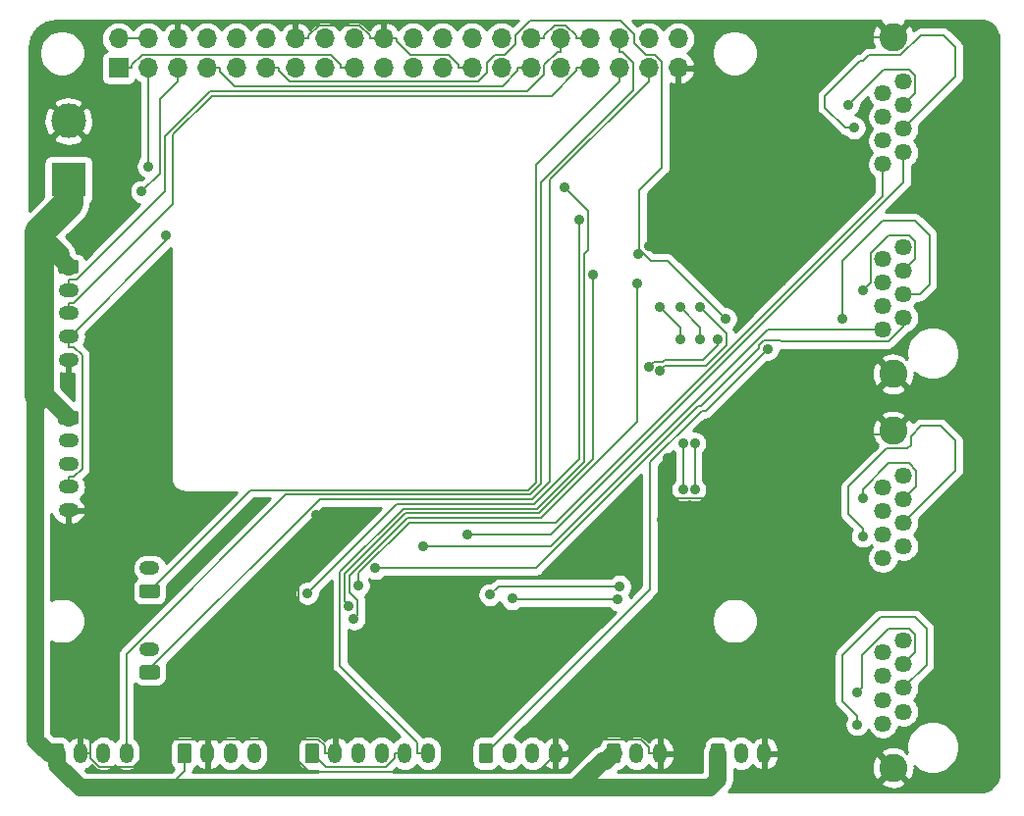
<source format=gtl>
G04 #@! TF.GenerationSoftware,KiCad,Pcbnew,(5.1.0)-1*
G04 #@! TF.CreationDate,2020-06-21T15:24:11+01:00*
G04 #@! TF.ProjectId,Top Board,546f7020-426f-4617-9264-2e6b69636164,-*
G04 #@! TF.SameCoordinates,Original*
G04 #@! TF.FileFunction,Copper,L1,Top*
G04 #@! TF.FilePolarity,Positive*
%FSLAX46Y46*%
G04 Gerber Fmt 4.6, Leading zero omitted, Abs format (unit mm)*
G04 Created by KiCad (PCBNEW (5.1.0)-1) date 2020-06-21 15:24:11*
%MOMM*%
%LPD*%
G04 APERTURE LIST*
%ADD10C,2.430000*%
%ADD11C,1.462000*%
%ADD12R,3.000000X3.000000*%
%ADD13C,3.000000*%
%ADD14C,0.150000*%
%ADD15C,1.200000*%
%ADD16O,1.200000X1.750000*%
%ADD17R,1.700000X1.700000*%
%ADD18O,1.700000X1.700000*%
%ADD19O,1.750000X1.200000*%
%ADD20C,0.900000*%
%ADD21C,0.200000*%
%ADD22C,1.500000*%
%ADD23C,2.500000*%
%ADD24C,0.254000*%
G04 APERTURE END LIST*
D10*
X183110000Y-102175000D03*
X183110000Y-131245000D03*
D11*
X182220000Y-127420000D03*
X184000000Y-126400000D03*
X182220000Y-125380000D03*
X184000000Y-124360000D03*
X182220000Y-123340000D03*
X184000000Y-122320000D03*
X182220000Y-121300000D03*
X184000000Y-120280000D03*
X182220000Y-113140000D03*
X184000000Y-112120000D03*
X182220000Y-111100000D03*
X184000000Y-110080000D03*
X182220000Y-109060000D03*
X184000000Y-108040000D03*
X182220000Y-107020000D03*
X184000000Y-106000000D03*
X184000000Y-72000000D03*
X182220000Y-73020000D03*
X184000000Y-74040000D03*
X182220000Y-75060000D03*
X184000000Y-76080000D03*
X182220000Y-77100000D03*
X184000000Y-78120000D03*
X182220000Y-79140000D03*
X184000000Y-86280000D03*
X182220000Y-87300000D03*
X184000000Y-88320000D03*
X182220000Y-89340000D03*
X184000000Y-90360000D03*
X182220000Y-91380000D03*
X184000000Y-92400000D03*
X182220000Y-93420000D03*
D10*
X183110000Y-97245000D03*
X183110000Y-68175000D03*
D12*
X112000000Y-80500000D03*
D13*
X112000000Y-75420000D03*
D14*
G36*
X133374505Y-129126204D02*
G01*
X133398773Y-129129804D01*
X133422572Y-129135765D01*
X133445671Y-129144030D01*
X133467850Y-129154520D01*
X133488893Y-129167132D01*
X133508599Y-129181747D01*
X133526777Y-129198223D01*
X133543253Y-129216401D01*
X133557868Y-129236107D01*
X133570480Y-129257150D01*
X133580970Y-129279329D01*
X133589235Y-129302428D01*
X133595196Y-129326227D01*
X133598796Y-129350495D01*
X133600000Y-129374999D01*
X133600000Y-130625001D01*
X133598796Y-130649505D01*
X133595196Y-130673773D01*
X133589235Y-130697572D01*
X133580970Y-130720671D01*
X133570480Y-130742850D01*
X133557868Y-130763893D01*
X133543253Y-130783599D01*
X133526777Y-130801777D01*
X133508599Y-130818253D01*
X133488893Y-130832868D01*
X133467850Y-130845480D01*
X133445671Y-130855970D01*
X133422572Y-130864235D01*
X133398773Y-130870196D01*
X133374505Y-130873796D01*
X133350001Y-130875000D01*
X132649999Y-130875000D01*
X132625495Y-130873796D01*
X132601227Y-130870196D01*
X132577428Y-130864235D01*
X132554329Y-130855970D01*
X132532150Y-130845480D01*
X132511107Y-130832868D01*
X132491401Y-130818253D01*
X132473223Y-130801777D01*
X132456747Y-130783599D01*
X132442132Y-130763893D01*
X132429520Y-130742850D01*
X132419030Y-130720671D01*
X132410765Y-130697572D01*
X132404804Y-130673773D01*
X132401204Y-130649505D01*
X132400000Y-130625001D01*
X132400000Y-129374999D01*
X132401204Y-129350495D01*
X132404804Y-129326227D01*
X132410765Y-129302428D01*
X132419030Y-129279329D01*
X132429520Y-129257150D01*
X132442132Y-129236107D01*
X132456747Y-129216401D01*
X132473223Y-129198223D01*
X132491401Y-129181747D01*
X132511107Y-129167132D01*
X132532150Y-129154520D01*
X132554329Y-129144030D01*
X132577428Y-129135765D01*
X132601227Y-129129804D01*
X132625495Y-129126204D01*
X132649999Y-129125000D01*
X133350001Y-129125000D01*
X133374505Y-129126204D01*
X133374505Y-129126204D01*
G37*
D15*
X133000000Y-130000000D03*
D16*
X135000000Y-130000000D03*
X137000000Y-130000000D03*
X139000000Y-130000000D03*
X141000000Y-130000000D03*
X143000000Y-130000000D03*
D17*
X116320000Y-70830000D03*
D18*
X116320000Y-68290000D03*
X118860000Y-70830000D03*
X118860000Y-68290000D03*
X121400000Y-70830000D03*
X121400000Y-68290000D03*
X123940000Y-70830000D03*
X123940000Y-68290000D03*
X126480000Y-70830000D03*
X126480000Y-68290000D03*
X129020000Y-70830000D03*
X129020000Y-68290000D03*
X131560000Y-70830000D03*
X131560000Y-68290000D03*
X134100000Y-70830000D03*
X134100000Y-68290000D03*
X136640000Y-70830000D03*
X136640000Y-68290000D03*
X139180000Y-70830000D03*
X139180000Y-68290000D03*
X141720000Y-70830000D03*
X141720000Y-68290000D03*
X144260000Y-70830000D03*
X144260000Y-68290000D03*
X146800000Y-70830000D03*
X146800000Y-68290000D03*
X149340000Y-70830000D03*
X149340000Y-68290000D03*
X151880000Y-70830000D03*
X151880000Y-68290000D03*
X154420000Y-70830000D03*
X154420000Y-68290000D03*
X156960000Y-70830000D03*
X156960000Y-68290000D03*
X159500000Y-70830000D03*
X159500000Y-68290000D03*
X162040000Y-70830000D03*
X162040000Y-68290000D03*
X164580000Y-70830000D03*
X164580000Y-68290000D03*
D14*
G36*
X111374505Y-129126204D02*
G01*
X111398773Y-129129804D01*
X111422572Y-129135765D01*
X111445671Y-129144030D01*
X111467850Y-129154520D01*
X111488893Y-129167132D01*
X111508599Y-129181747D01*
X111526777Y-129198223D01*
X111543253Y-129216401D01*
X111557868Y-129236107D01*
X111570480Y-129257150D01*
X111580970Y-129279329D01*
X111589235Y-129302428D01*
X111595196Y-129326227D01*
X111598796Y-129350495D01*
X111600000Y-129374999D01*
X111600000Y-130625001D01*
X111598796Y-130649505D01*
X111595196Y-130673773D01*
X111589235Y-130697572D01*
X111580970Y-130720671D01*
X111570480Y-130742850D01*
X111557868Y-130763893D01*
X111543253Y-130783599D01*
X111526777Y-130801777D01*
X111508599Y-130818253D01*
X111488893Y-130832868D01*
X111467850Y-130845480D01*
X111445671Y-130855970D01*
X111422572Y-130864235D01*
X111398773Y-130870196D01*
X111374505Y-130873796D01*
X111350001Y-130875000D01*
X110649999Y-130875000D01*
X110625495Y-130873796D01*
X110601227Y-130870196D01*
X110577428Y-130864235D01*
X110554329Y-130855970D01*
X110532150Y-130845480D01*
X110511107Y-130832868D01*
X110491401Y-130818253D01*
X110473223Y-130801777D01*
X110456747Y-130783599D01*
X110442132Y-130763893D01*
X110429520Y-130742850D01*
X110419030Y-130720671D01*
X110410765Y-130697572D01*
X110404804Y-130673773D01*
X110401204Y-130649505D01*
X110400000Y-130625001D01*
X110400000Y-129374999D01*
X110401204Y-129350495D01*
X110404804Y-129326227D01*
X110410765Y-129302428D01*
X110419030Y-129279329D01*
X110429520Y-129257150D01*
X110442132Y-129236107D01*
X110456747Y-129216401D01*
X110473223Y-129198223D01*
X110491401Y-129181747D01*
X110511107Y-129167132D01*
X110532150Y-129154520D01*
X110554329Y-129144030D01*
X110577428Y-129135765D01*
X110601227Y-129129804D01*
X110625495Y-129126204D01*
X110649999Y-129125000D01*
X111350001Y-129125000D01*
X111374505Y-129126204D01*
X111374505Y-129126204D01*
G37*
D15*
X111000000Y-130000000D03*
D16*
X113000000Y-130000000D03*
X115000000Y-130000000D03*
X117000000Y-130000000D03*
X128000000Y-130000000D03*
X126000000Y-130000000D03*
X124000000Y-130000000D03*
D14*
G36*
X122374505Y-129126204D02*
G01*
X122398773Y-129129804D01*
X122422572Y-129135765D01*
X122445671Y-129144030D01*
X122467850Y-129154520D01*
X122488893Y-129167132D01*
X122508599Y-129181747D01*
X122526777Y-129198223D01*
X122543253Y-129216401D01*
X122557868Y-129236107D01*
X122570480Y-129257150D01*
X122580970Y-129279329D01*
X122589235Y-129302428D01*
X122595196Y-129326227D01*
X122598796Y-129350495D01*
X122600000Y-129374999D01*
X122600000Y-130625001D01*
X122598796Y-130649505D01*
X122595196Y-130673773D01*
X122589235Y-130697572D01*
X122580970Y-130720671D01*
X122570480Y-130742850D01*
X122557868Y-130763893D01*
X122543253Y-130783599D01*
X122526777Y-130801777D01*
X122508599Y-130818253D01*
X122488893Y-130832868D01*
X122467850Y-130845480D01*
X122445671Y-130855970D01*
X122422572Y-130864235D01*
X122398773Y-130870196D01*
X122374505Y-130873796D01*
X122350001Y-130875000D01*
X121649999Y-130875000D01*
X121625495Y-130873796D01*
X121601227Y-130870196D01*
X121577428Y-130864235D01*
X121554329Y-130855970D01*
X121532150Y-130845480D01*
X121511107Y-130832868D01*
X121491401Y-130818253D01*
X121473223Y-130801777D01*
X121456747Y-130783599D01*
X121442132Y-130763893D01*
X121429520Y-130742850D01*
X121419030Y-130720671D01*
X121410765Y-130697572D01*
X121404804Y-130673773D01*
X121401204Y-130649505D01*
X121400000Y-130625001D01*
X121400000Y-129374999D01*
X121401204Y-129350495D01*
X121404804Y-129326227D01*
X121410765Y-129302428D01*
X121419030Y-129279329D01*
X121429520Y-129257150D01*
X121442132Y-129236107D01*
X121456747Y-129216401D01*
X121473223Y-129198223D01*
X121491401Y-129181747D01*
X121511107Y-129167132D01*
X121532150Y-129154520D01*
X121554329Y-129144030D01*
X121577428Y-129135765D01*
X121601227Y-129129804D01*
X121625495Y-129126204D01*
X121649999Y-129125000D01*
X122350001Y-129125000D01*
X122374505Y-129126204D01*
X122374505Y-129126204D01*
G37*
D15*
X122000000Y-130000000D03*
D14*
G36*
X159374505Y-129126204D02*
G01*
X159398773Y-129129804D01*
X159422572Y-129135765D01*
X159445671Y-129144030D01*
X159467850Y-129154520D01*
X159488893Y-129167132D01*
X159508599Y-129181747D01*
X159526777Y-129198223D01*
X159543253Y-129216401D01*
X159557868Y-129236107D01*
X159570480Y-129257150D01*
X159580970Y-129279329D01*
X159589235Y-129302428D01*
X159595196Y-129326227D01*
X159598796Y-129350495D01*
X159600000Y-129374999D01*
X159600000Y-130625001D01*
X159598796Y-130649505D01*
X159595196Y-130673773D01*
X159589235Y-130697572D01*
X159580970Y-130720671D01*
X159570480Y-130742850D01*
X159557868Y-130763893D01*
X159543253Y-130783599D01*
X159526777Y-130801777D01*
X159508599Y-130818253D01*
X159488893Y-130832868D01*
X159467850Y-130845480D01*
X159445671Y-130855970D01*
X159422572Y-130864235D01*
X159398773Y-130870196D01*
X159374505Y-130873796D01*
X159350001Y-130875000D01*
X158649999Y-130875000D01*
X158625495Y-130873796D01*
X158601227Y-130870196D01*
X158577428Y-130864235D01*
X158554329Y-130855970D01*
X158532150Y-130845480D01*
X158511107Y-130832868D01*
X158491401Y-130818253D01*
X158473223Y-130801777D01*
X158456747Y-130783599D01*
X158442132Y-130763893D01*
X158429520Y-130742850D01*
X158419030Y-130720671D01*
X158410765Y-130697572D01*
X158404804Y-130673773D01*
X158401204Y-130649505D01*
X158400000Y-130625001D01*
X158400000Y-129374999D01*
X158401204Y-129350495D01*
X158404804Y-129326227D01*
X158410765Y-129302428D01*
X158419030Y-129279329D01*
X158429520Y-129257150D01*
X158442132Y-129236107D01*
X158456747Y-129216401D01*
X158473223Y-129198223D01*
X158491401Y-129181747D01*
X158511107Y-129167132D01*
X158532150Y-129154520D01*
X158554329Y-129144030D01*
X158577428Y-129135765D01*
X158601227Y-129129804D01*
X158625495Y-129126204D01*
X158649999Y-129125000D01*
X159350001Y-129125000D01*
X159374505Y-129126204D01*
X159374505Y-129126204D01*
G37*
D15*
X159000000Y-130000000D03*
D16*
X161000000Y-130000000D03*
X163000000Y-130000000D03*
X172000000Y-130000000D03*
X170000000Y-130000000D03*
D14*
G36*
X168374505Y-129126204D02*
G01*
X168398773Y-129129804D01*
X168422572Y-129135765D01*
X168445671Y-129144030D01*
X168467850Y-129154520D01*
X168488893Y-129167132D01*
X168508599Y-129181747D01*
X168526777Y-129198223D01*
X168543253Y-129216401D01*
X168557868Y-129236107D01*
X168570480Y-129257150D01*
X168580970Y-129279329D01*
X168589235Y-129302428D01*
X168595196Y-129326227D01*
X168598796Y-129350495D01*
X168600000Y-129374999D01*
X168600000Y-130625001D01*
X168598796Y-130649505D01*
X168595196Y-130673773D01*
X168589235Y-130697572D01*
X168580970Y-130720671D01*
X168570480Y-130742850D01*
X168557868Y-130763893D01*
X168543253Y-130783599D01*
X168526777Y-130801777D01*
X168508599Y-130818253D01*
X168488893Y-130832868D01*
X168467850Y-130845480D01*
X168445671Y-130855970D01*
X168422572Y-130864235D01*
X168398773Y-130870196D01*
X168374505Y-130873796D01*
X168350001Y-130875000D01*
X167649999Y-130875000D01*
X167625495Y-130873796D01*
X167601227Y-130870196D01*
X167577428Y-130864235D01*
X167554329Y-130855970D01*
X167532150Y-130845480D01*
X167511107Y-130832868D01*
X167491401Y-130818253D01*
X167473223Y-130801777D01*
X167456747Y-130783599D01*
X167442132Y-130763893D01*
X167429520Y-130742850D01*
X167419030Y-130720671D01*
X167410765Y-130697572D01*
X167404804Y-130673773D01*
X167401204Y-130649505D01*
X167400000Y-130625001D01*
X167400000Y-129374999D01*
X167401204Y-129350495D01*
X167404804Y-129326227D01*
X167410765Y-129302428D01*
X167419030Y-129279329D01*
X167429520Y-129257150D01*
X167442132Y-129236107D01*
X167456747Y-129216401D01*
X167473223Y-129198223D01*
X167491401Y-129181747D01*
X167511107Y-129167132D01*
X167532150Y-129154520D01*
X167554329Y-129144030D01*
X167577428Y-129135765D01*
X167601227Y-129129804D01*
X167625495Y-129126204D01*
X167649999Y-129125000D01*
X168350001Y-129125000D01*
X168374505Y-129126204D01*
X168374505Y-129126204D01*
G37*
D15*
X168000000Y-130000000D03*
D14*
G36*
X148374505Y-129126204D02*
G01*
X148398773Y-129129804D01*
X148422572Y-129135765D01*
X148445671Y-129144030D01*
X148467850Y-129154520D01*
X148488893Y-129167132D01*
X148508599Y-129181747D01*
X148526777Y-129198223D01*
X148543253Y-129216401D01*
X148557868Y-129236107D01*
X148570480Y-129257150D01*
X148580970Y-129279329D01*
X148589235Y-129302428D01*
X148595196Y-129326227D01*
X148598796Y-129350495D01*
X148600000Y-129374999D01*
X148600000Y-130625001D01*
X148598796Y-130649505D01*
X148595196Y-130673773D01*
X148589235Y-130697572D01*
X148580970Y-130720671D01*
X148570480Y-130742850D01*
X148557868Y-130763893D01*
X148543253Y-130783599D01*
X148526777Y-130801777D01*
X148508599Y-130818253D01*
X148488893Y-130832868D01*
X148467850Y-130845480D01*
X148445671Y-130855970D01*
X148422572Y-130864235D01*
X148398773Y-130870196D01*
X148374505Y-130873796D01*
X148350001Y-130875000D01*
X147649999Y-130875000D01*
X147625495Y-130873796D01*
X147601227Y-130870196D01*
X147577428Y-130864235D01*
X147554329Y-130855970D01*
X147532150Y-130845480D01*
X147511107Y-130832868D01*
X147491401Y-130818253D01*
X147473223Y-130801777D01*
X147456747Y-130783599D01*
X147442132Y-130763893D01*
X147429520Y-130742850D01*
X147419030Y-130720671D01*
X147410765Y-130697572D01*
X147404804Y-130673773D01*
X147401204Y-130649505D01*
X147400000Y-130625001D01*
X147400000Y-129374999D01*
X147401204Y-129350495D01*
X147404804Y-129326227D01*
X147410765Y-129302428D01*
X147419030Y-129279329D01*
X147429520Y-129257150D01*
X147442132Y-129236107D01*
X147456747Y-129216401D01*
X147473223Y-129198223D01*
X147491401Y-129181747D01*
X147511107Y-129167132D01*
X147532150Y-129154520D01*
X147554329Y-129144030D01*
X147577428Y-129135765D01*
X147601227Y-129129804D01*
X147625495Y-129126204D01*
X147649999Y-129125000D01*
X148350001Y-129125000D01*
X148374505Y-129126204D01*
X148374505Y-129126204D01*
G37*
D15*
X148000000Y-130000000D03*
D16*
X150000000Y-130000000D03*
X152000000Y-130000000D03*
X154000000Y-130000000D03*
D19*
X119000000Y-114000000D03*
D14*
G36*
X119649505Y-115401204D02*
G01*
X119673773Y-115404804D01*
X119697572Y-115410765D01*
X119720671Y-115419030D01*
X119742850Y-115429520D01*
X119763893Y-115442132D01*
X119783599Y-115456747D01*
X119801777Y-115473223D01*
X119818253Y-115491401D01*
X119832868Y-115511107D01*
X119845480Y-115532150D01*
X119855970Y-115554329D01*
X119864235Y-115577428D01*
X119870196Y-115601227D01*
X119873796Y-115625495D01*
X119875000Y-115649999D01*
X119875000Y-116350001D01*
X119873796Y-116374505D01*
X119870196Y-116398773D01*
X119864235Y-116422572D01*
X119855970Y-116445671D01*
X119845480Y-116467850D01*
X119832868Y-116488893D01*
X119818253Y-116508599D01*
X119801777Y-116526777D01*
X119783599Y-116543253D01*
X119763893Y-116557868D01*
X119742850Y-116570480D01*
X119720671Y-116580970D01*
X119697572Y-116589235D01*
X119673773Y-116595196D01*
X119649505Y-116598796D01*
X119625001Y-116600000D01*
X118374999Y-116600000D01*
X118350495Y-116598796D01*
X118326227Y-116595196D01*
X118302428Y-116589235D01*
X118279329Y-116580970D01*
X118257150Y-116570480D01*
X118236107Y-116557868D01*
X118216401Y-116543253D01*
X118198223Y-116526777D01*
X118181747Y-116508599D01*
X118167132Y-116488893D01*
X118154520Y-116467850D01*
X118144030Y-116445671D01*
X118135765Y-116422572D01*
X118129804Y-116398773D01*
X118126204Y-116374505D01*
X118125000Y-116350001D01*
X118125000Y-115649999D01*
X118126204Y-115625495D01*
X118129804Y-115601227D01*
X118135765Y-115577428D01*
X118144030Y-115554329D01*
X118154520Y-115532150D01*
X118167132Y-115511107D01*
X118181747Y-115491401D01*
X118198223Y-115473223D01*
X118216401Y-115456747D01*
X118236107Y-115442132D01*
X118257150Y-115429520D01*
X118279329Y-115419030D01*
X118302428Y-115410765D01*
X118326227Y-115404804D01*
X118350495Y-115401204D01*
X118374999Y-115400000D01*
X119625001Y-115400000D01*
X119649505Y-115401204D01*
X119649505Y-115401204D01*
G37*
D15*
X119000000Y-116000000D03*
D14*
G36*
X119649505Y-122401204D02*
G01*
X119673773Y-122404804D01*
X119697572Y-122410765D01*
X119720671Y-122419030D01*
X119742850Y-122429520D01*
X119763893Y-122442132D01*
X119783599Y-122456747D01*
X119801777Y-122473223D01*
X119818253Y-122491401D01*
X119832868Y-122511107D01*
X119845480Y-122532150D01*
X119855970Y-122554329D01*
X119864235Y-122577428D01*
X119870196Y-122601227D01*
X119873796Y-122625495D01*
X119875000Y-122649999D01*
X119875000Y-123350001D01*
X119873796Y-123374505D01*
X119870196Y-123398773D01*
X119864235Y-123422572D01*
X119855970Y-123445671D01*
X119845480Y-123467850D01*
X119832868Y-123488893D01*
X119818253Y-123508599D01*
X119801777Y-123526777D01*
X119783599Y-123543253D01*
X119763893Y-123557868D01*
X119742850Y-123570480D01*
X119720671Y-123580970D01*
X119697572Y-123589235D01*
X119673773Y-123595196D01*
X119649505Y-123598796D01*
X119625001Y-123600000D01*
X118374999Y-123600000D01*
X118350495Y-123598796D01*
X118326227Y-123595196D01*
X118302428Y-123589235D01*
X118279329Y-123580970D01*
X118257150Y-123570480D01*
X118236107Y-123557868D01*
X118216401Y-123543253D01*
X118198223Y-123526777D01*
X118181747Y-123508599D01*
X118167132Y-123488893D01*
X118154520Y-123467850D01*
X118144030Y-123445671D01*
X118135765Y-123422572D01*
X118129804Y-123398773D01*
X118126204Y-123374505D01*
X118125000Y-123350001D01*
X118125000Y-122649999D01*
X118126204Y-122625495D01*
X118129804Y-122601227D01*
X118135765Y-122577428D01*
X118144030Y-122554329D01*
X118154520Y-122532150D01*
X118167132Y-122511107D01*
X118181747Y-122491401D01*
X118198223Y-122473223D01*
X118216401Y-122456747D01*
X118236107Y-122442132D01*
X118257150Y-122429520D01*
X118279329Y-122419030D01*
X118302428Y-122410765D01*
X118326227Y-122404804D01*
X118350495Y-122401204D01*
X118374999Y-122400000D01*
X119625001Y-122400000D01*
X119649505Y-122401204D01*
X119649505Y-122401204D01*
G37*
D15*
X119000000Y-123000000D03*
D19*
X119000000Y-121000000D03*
X112000000Y-109000000D03*
X112000000Y-107000000D03*
X112000000Y-105000000D03*
X112000000Y-103000000D03*
D14*
G36*
X112649505Y-100401204D02*
G01*
X112673773Y-100404804D01*
X112697572Y-100410765D01*
X112720671Y-100419030D01*
X112742850Y-100429520D01*
X112763893Y-100442132D01*
X112783599Y-100456747D01*
X112801777Y-100473223D01*
X112818253Y-100491401D01*
X112832868Y-100511107D01*
X112845480Y-100532150D01*
X112855970Y-100554329D01*
X112864235Y-100577428D01*
X112870196Y-100601227D01*
X112873796Y-100625495D01*
X112875000Y-100649999D01*
X112875000Y-101350001D01*
X112873796Y-101374505D01*
X112870196Y-101398773D01*
X112864235Y-101422572D01*
X112855970Y-101445671D01*
X112845480Y-101467850D01*
X112832868Y-101488893D01*
X112818253Y-101508599D01*
X112801777Y-101526777D01*
X112783599Y-101543253D01*
X112763893Y-101557868D01*
X112742850Y-101570480D01*
X112720671Y-101580970D01*
X112697572Y-101589235D01*
X112673773Y-101595196D01*
X112649505Y-101598796D01*
X112625001Y-101600000D01*
X111374999Y-101600000D01*
X111350495Y-101598796D01*
X111326227Y-101595196D01*
X111302428Y-101589235D01*
X111279329Y-101580970D01*
X111257150Y-101570480D01*
X111236107Y-101557868D01*
X111216401Y-101543253D01*
X111198223Y-101526777D01*
X111181747Y-101508599D01*
X111167132Y-101488893D01*
X111154520Y-101467850D01*
X111144030Y-101445671D01*
X111135765Y-101422572D01*
X111129804Y-101398773D01*
X111126204Y-101374505D01*
X111125000Y-101350001D01*
X111125000Y-100649999D01*
X111126204Y-100625495D01*
X111129804Y-100601227D01*
X111135765Y-100577428D01*
X111144030Y-100554329D01*
X111154520Y-100532150D01*
X111167132Y-100511107D01*
X111181747Y-100491401D01*
X111198223Y-100473223D01*
X111216401Y-100456747D01*
X111236107Y-100442132D01*
X111257150Y-100429520D01*
X111279329Y-100419030D01*
X111302428Y-100410765D01*
X111326227Y-100404804D01*
X111350495Y-100401204D01*
X111374999Y-100400000D01*
X112625001Y-100400000D01*
X112649505Y-100401204D01*
X112649505Y-100401204D01*
G37*
D15*
X112000000Y-101000000D03*
D14*
G36*
X112649505Y-87401204D02*
G01*
X112673773Y-87404804D01*
X112697572Y-87410765D01*
X112720671Y-87419030D01*
X112742850Y-87429520D01*
X112763893Y-87442132D01*
X112783599Y-87456747D01*
X112801777Y-87473223D01*
X112818253Y-87491401D01*
X112832868Y-87511107D01*
X112845480Y-87532150D01*
X112855970Y-87554329D01*
X112864235Y-87577428D01*
X112870196Y-87601227D01*
X112873796Y-87625495D01*
X112875000Y-87649999D01*
X112875000Y-88350001D01*
X112873796Y-88374505D01*
X112870196Y-88398773D01*
X112864235Y-88422572D01*
X112855970Y-88445671D01*
X112845480Y-88467850D01*
X112832868Y-88488893D01*
X112818253Y-88508599D01*
X112801777Y-88526777D01*
X112783599Y-88543253D01*
X112763893Y-88557868D01*
X112742850Y-88570480D01*
X112720671Y-88580970D01*
X112697572Y-88589235D01*
X112673773Y-88595196D01*
X112649505Y-88598796D01*
X112625001Y-88600000D01*
X111374999Y-88600000D01*
X111350495Y-88598796D01*
X111326227Y-88595196D01*
X111302428Y-88589235D01*
X111279329Y-88580970D01*
X111257150Y-88570480D01*
X111236107Y-88557868D01*
X111216401Y-88543253D01*
X111198223Y-88526777D01*
X111181747Y-88508599D01*
X111167132Y-88488893D01*
X111154520Y-88467850D01*
X111144030Y-88445671D01*
X111135765Y-88422572D01*
X111129804Y-88398773D01*
X111126204Y-88374505D01*
X111125000Y-88350001D01*
X111125000Y-87649999D01*
X111126204Y-87625495D01*
X111129804Y-87601227D01*
X111135765Y-87577428D01*
X111144030Y-87554329D01*
X111154520Y-87532150D01*
X111167132Y-87511107D01*
X111181747Y-87491401D01*
X111198223Y-87473223D01*
X111216401Y-87456747D01*
X111236107Y-87442132D01*
X111257150Y-87429520D01*
X111279329Y-87419030D01*
X111302428Y-87410765D01*
X111326227Y-87404804D01*
X111350495Y-87401204D01*
X111374999Y-87400000D01*
X112625001Y-87400000D01*
X112649505Y-87401204D01*
X112649505Y-87401204D01*
G37*
D15*
X112000000Y-88000000D03*
D19*
X112000000Y-90000000D03*
X112000000Y-92000000D03*
X112000000Y-94000000D03*
X112000000Y-96000000D03*
D20*
X172300000Y-95100000D03*
X133359100Y-109440000D03*
X163629300Y-104492000D03*
X162035000Y-86192100D03*
X163525000Y-107102800D03*
X163162600Y-109800100D03*
X175500000Y-125000000D03*
X174500000Y-119500000D03*
X164500000Y-113500000D03*
X173500000Y-89250000D03*
X172000000Y-86000000D03*
X168000000Y-107250000D03*
X170000000Y-73000000D03*
X168000000Y-83000000D03*
X173250000Y-111000000D03*
X175500000Y-110000000D03*
X165750000Y-78250000D03*
X174750000Y-80500000D03*
X178500000Y-82250000D03*
X178400000Y-104600000D03*
X178000000Y-98800000D03*
X173200000Y-96400000D03*
X118874200Y-79325900D03*
X118323000Y-81504400D03*
X161167100Y-86906000D03*
X168668300Y-92502100D03*
X150250000Y-116628800D03*
X159390200Y-116726200D03*
X148366100Y-116301900D03*
X159533400Y-115580100D03*
X162025000Y-96656800D03*
X168000000Y-94250000D03*
X163000000Y-97000000D03*
X166500000Y-91500000D03*
X166000000Y-107250000D03*
X166000000Y-103250000D03*
X165000000Y-107250000D03*
X165000000Y-103250000D03*
X164750000Y-94250000D03*
X163000000Y-91500000D03*
X166500000Y-94250000D03*
X164750000Y-91500000D03*
X142575700Y-112144900D03*
X138478500Y-114026000D03*
X178750000Y-92500000D03*
X180500000Y-90000000D03*
X180500000Y-108000000D03*
X180500000Y-111250000D03*
X180000000Y-127500000D03*
X180000000Y-124750000D03*
X179250000Y-74000000D03*
X179750000Y-76000000D03*
X146427000Y-111114100D03*
X136992400Y-115523700D03*
X156068000Y-83970000D03*
X132602900Y-116176400D03*
X157222300Y-88715100D03*
X136186300Y-117251400D03*
X161033100Y-89466800D03*
X136617700Y-118370700D03*
X120432300Y-85303100D03*
X154790700Y-81112300D03*
D21*
X116320000Y-70830000D02*
X117470300Y-70830000D01*
X136640000Y-70830000D02*
X135489700Y-70830000D01*
X135489700Y-70830000D02*
X135489700Y-70542400D01*
X135489700Y-70542400D02*
X134627000Y-69679700D01*
X134627000Y-69679700D02*
X118332900Y-69679700D01*
X118332900Y-69679700D02*
X117470300Y-70542300D01*
X117470300Y-70542300D02*
X117470300Y-70830000D01*
X141000000Y-130000000D02*
X140099700Y-130000000D01*
X140099700Y-130000000D02*
X140099700Y-130450100D01*
X140099700Y-130450100D02*
X139370100Y-131179700D01*
X139370100Y-131179700D02*
X134179700Y-131179700D01*
X134179700Y-131179700D02*
X133000000Y-130000000D01*
X148000000Y-130000000D02*
X162151900Y-115848100D01*
X162151900Y-115848100D02*
X162151900Y-104869700D01*
X166590590Y-100431010D02*
X166110800Y-100910800D01*
X166968990Y-100431010D02*
X166590590Y-100431010D01*
X172300000Y-95100000D02*
X166968990Y-100431010D01*
X162151900Y-104869700D02*
X166110800Y-100910800D01*
X166110800Y-100910800D02*
X166197400Y-100824200D01*
X131846900Y-128776900D02*
X133554000Y-128776900D01*
X133554000Y-128776900D02*
X134099700Y-129322600D01*
X134099700Y-129322600D02*
X134099700Y-130000000D01*
X131074200Y-128783600D02*
X131080900Y-128776900D01*
X131080900Y-128776900D02*
X131846900Y-128776900D01*
X131846900Y-128776900D02*
X131846900Y-110952200D01*
X131846900Y-110952200D02*
X133359100Y-109440000D01*
X139180000Y-68290000D02*
X138029700Y-68290000D01*
X131560000Y-68290000D02*
X132710300Y-68290000D01*
X132710300Y-68290000D02*
X132710300Y-68002400D01*
X132710300Y-68002400D02*
X133578300Y-67134400D01*
X133578300Y-67134400D02*
X137112400Y-67134400D01*
X137112400Y-67134400D02*
X138029700Y-68051700D01*
X138029700Y-68051700D02*
X138029700Y-68290000D01*
X154106100Y-130000000D02*
X152499100Y-131607000D01*
X152499100Y-131607000D02*
X132798200Y-131607000D01*
X132798200Y-131607000D02*
X131074200Y-129883000D01*
X131074200Y-129883000D02*
X131074200Y-128783600D01*
X131074200Y-128783600D02*
X124000000Y-128783600D01*
X154106100Y-130000000D02*
X154900000Y-130000000D01*
X154900000Y-130000000D02*
X156115000Y-128785000D01*
X156115000Y-128785000D02*
X161371000Y-128785000D01*
X161371000Y-128785000D02*
X162100000Y-129514000D01*
X162100000Y-129514000D02*
X162100000Y-130000000D01*
X162100000Y-130000000D02*
X163000000Y-130000000D01*
X154000000Y-130000000D02*
X154106100Y-130000000D01*
X163525000Y-107102800D02*
X163629300Y-106998500D01*
X163629300Y-106998500D02*
X163629300Y-104492000D01*
X164388300Y-108000400D02*
X163525000Y-107137100D01*
X163525000Y-107137100D02*
X163525000Y-107102800D01*
X165750000Y-83000000D02*
X165227100Y-83000000D01*
X165227100Y-83000000D02*
X162035000Y-86192100D01*
X156960000Y-68290000D02*
X155809700Y-68290000D01*
X151880000Y-68290000D02*
X153030300Y-68290000D01*
X153030300Y-68290000D02*
X153030300Y-68031300D01*
X153030300Y-68031300D02*
X153922300Y-67139300D01*
X153922300Y-67139300D02*
X154897300Y-67139300D01*
X154897300Y-67139300D02*
X155809700Y-68051700D01*
X155809700Y-68051700D02*
X155809700Y-68290000D01*
X164580000Y-70830000D02*
X165730300Y-70830000D01*
X124000000Y-128783600D02*
X120057300Y-128783600D01*
X120057300Y-128783600D02*
X117634100Y-131206800D01*
X117634100Y-131206800D02*
X114651600Y-131206800D01*
X114651600Y-131206800D02*
X113900300Y-130455500D01*
X113900300Y-130455500D02*
X113900300Y-130000000D01*
X112000000Y-109900300D02*
X113900300Y-111800600D01*
X113900300Y-111800600D02*
X113900300Y-130000000D01*
X112000000Y-109000000D02*
X112000000Y-109900300D01*
X168000000Y-83000000D02*
X165750000Y-83000000D01*
X165750000Y-83000000D02*
X165750000Y-78250000D01*
X124000000Y-128824700D02*
X124000000Y-128783600D01*
X124000000Y-130000000D02*
X124000000Y-128824700D01*
X113000000Y-130000000D02*
X113900300Y-130000000D01*
X175500000Y-130000000D02*
X181865000Y-130000000D01*
X181865000Y-130000000D02*
X183110000Y-131245000D01*
X172450200Y-130000000D02*
X175500000Y-130000000D01*
X175500000Y-130000000D02*
X175500000Y-125000000D01*
X172000000Y-130000000D02*
X172450200Y-130000000D01*
X167900300Y-73000000D02*
X170000000Y-73000000D01*
X165730300Y-70830000D02*
X167900300Y-73000000D01*
X167900300Y-73000000D02*
X165750000Y-75150300D01*
X165750000Y-75150300D02*
X165750000Y-78250000D01*
X164388300Y-108000400D02*
X167249600Y-108000400D01*
X167249600Y-108000400D02*
X168000000Y-107250000D01*
X163162600Y-109800100D02*
X163162600Y-109226100D01*
X163162600Y-109226100D02*
X164388300Y-108000400D01*
X139180000Y-68290000D02*
X140330300Y-68290000D01*
X146800000Y-70830000D02*
X145649700Y-70830000D01*
X145649700Y-70830000D02*
X145649700Y-70542300D01*
X145649700Y-70542300D02*
X144787100Y-69679700D01*
X144787100Y-69679700D02*
X141481600Y-69679700D01*
X141481600Y-69679700D02*
X140330300Y-68528400D01*
X140330300Y-68528400D02*
X140330300Y-68290000D01*
X135000000Y-130000000D02*
X134099700Y-130000000D01*
X171124800Y-107625200D02*
X176250000Y-102500000D01*
X168000000Y-107250000D02*
X168375200Y-107625200D01*
X168375200Y-107625200D02*
X171124800Y-107625200D01*
X171124800Y-107625200D02*
X171124800Y-107874800D01*
X171124800Y-107874800D02*
X173250000Y-110000000D01*
X172000000Y-83000000D02*
X172250000Y-83000000D01*
X172250000Y-83000000D02*
X174750000Y-80500000D01*
X168000000Y-83000000D02*
X172000000Y-83000000D01*
X172000000Y-83000000D02*
X172000000Y-86000000D01*
X173250000Y-110000000D02*
X175500000Y-110000000D01*
X173250000Y-110000000D02*
X173250000Y-111000000D01*
X164500000Y-113500000D02*
X163162600Y-112162600D01*
X163162600Y-112162600D02*
X163162600Y-109800100D01*
X172000000Y-86000000D02*
X172000000Y-87750000D01*
X172000000Y-87750000D02*
X173500000Y-89250000D01*
X170000000Y-73000000D02*
X174825000Y-68175000D01*
X174825000Y-68175000D02*
X183110000Y-68175000D01*
X183110000Y-102175000D02*
X182785000Y-102500000D01*
X182785000Y-102500000D02*
X176250000Y-102500000D01*
X174750000Y-80500000D02*
X176750000Y-80500000D01*
X176750000Y-80500000D02*
X178500000Y-82250000D01*
X174500000Y-119500000D02*
X175500000Y-120500000D01*
X175500000Y-120500000D02*
X175500000Y-125000000D01*
X118860000Y-68290000D02*
X116320000Y-68290000D01*
X118860000Y-70830000D02*
X118860000Y-79311700D01*
X118860000Y-79311700D02*
X118874200Y-79325900D01*
X121400000Y-71980300D02*
X119877200Y-73503100D01*
X119877200Y-73503100D02*
X119877200Y-79950200D01*
X119877200Y-79950200D02*
X118323000Y-81504400D01*
X121400000Y-70830000D02*
X121400000Y-71980300D01*
X159500000Y-70830000D02*
X159500000Y-71980300D01*
X119000000Y-116000000D02*
X127721900Y-107278100D01*
X127721900Y-107278100D02*
X151616200Y-107278100D01*
X151616200Y-107278100D02*
X152300400Y-106593900D01*
X152300400Y-106593900D02*
X152300400Y-79179900D01*
X152300400Y-79179900D02*
X159500000Y-71980300D01*
X162040000Y-71980300D02*
X153522000Y-80498300D01*
X153522000Y-80498300D02*
X153522000Y-106510600D01*
X153522000Y-106510600D02*
X151953800Y-108078800D01*
X151953800Y-108078800D02*
X133659300Y-108078800D01*
X133659300Y-108078800D02*
X119000000Y-122738100D01*
X119000000Y-122738100D02*
X119000000Y-123000000D01*
X162040000Y-70830000D02*
X162040000Y-71980300D01*
X154420000Y-68290000D02*
X154420000Y-69440300D01*
X112000000Y-90000000D02*
X112000000Y-89099700D01*
X112000000Y-89099700D02*
X112675200Y-89099700D01*
X112675200Y-89099700D02*
X120295600Y-81479300D01*
X120295600Y-81479300D02*
X120295600Y-76732800D01*
X120295600Y-76732800D02*
X124203600Y-72824800D01*
X124203600Y-72824800D02*
X151568700Y-72824800D01*
X151568700Y-72824800D02*
X153030400Y-71363100D01*
X153030400Y-71363100D02*
X153030400Y-70591500D01*
X153030400Y-70591500D02*
X154181600Y-69440300D01*
X154181600Y-69440300D02*
X154420000Y-69440300D01*
X112000000Y-91099700D02*
X112450100Y-91099700D01*
X112450100Y-91099700D02*
X120997200Y-82552600D01*
X120997200Y-82552600D02*
X120997200Y-76597500D01*
X120997200Y-76597500D02*
X124369500Y-73225200D01*
X124369500Y-73225200D02*
X153652800Y-73225200D01*
X153652800Y-73225200D02*
X155809700Y-71068300D01*
X155809700Y-71068300D02*
X155809700Y-70830000D01*
X156960000Y-70830000D02*
X155809700Y-70830000D01*
X112000000Y-92000000D02*
X112000000Y-91099700D01*
X161414800Y-86658300D02*
X161167100Y-86906000D01*
X161414800Y-86658300D02*
X162220700Y-87464200D01*
X162220700Y-87464200D02*
X163630400Y-87464200D01*
X163630400Y-87464200D02*
X168668300Y-92502100D01*
X130170300Y-70830000D02*
X130170300Y-71068200D01*
X130170300Y-71068200D02*
X131094300Y-71992200D01*
X131094300Y-71992200D02*
X147327300Y-71992200D01*
X147327300Y-71992200D02*
X148070000Y-71249500D01*
X148070000Y-71249500D02*
X148070000Y-70411500D01*
X148070000Y-70411500D02*
X148801900Y-69679600D01*
X148801900Y-69679600D02*
X149614600Y-69679600D01*
X149614600Y-69679600D02*
X150529600Y-68764600D01*
X150529600Y-68764600D02*
X150529600Y-68013500D01*
X150529600Y-68013500D02*
X151804800Y-66738300D01*
X151804800Y-66738300D02*
X159596400Y-66738300D01*
X159596400Y-66738300D02*
X160770000Y-67911900D01*
X160770000Y-67911900D02*
X160770000Y-68684300D01*
X160770000Y-68684300D02*
X161765300Y-69679600D01*
X161765300Y-69679600D02*
X162545000Y-69679600D01*
X162545000Y-69679600D02*
X163190400Y-70325000D01*
X163190400Y-70325000D02*
X163190400Y-79429100D01*
X163190400Y-79429100D02*
X161256300Y-81363200D01*
X161256300Y-81363200D02*
X161256300Y-86499800D01*
X161256300Y-86499800D02*
X161414800Y-86658300D01*
X129020000Y-70830000D02*
X130170300Y-70830000D01*
X150250000Y-116628800D02*
X150347400Y-116726200D01*
X150347400Y-116726200D02*
X159390200Y-116726200D01*
X159533400Y-115580100D02*
X149087900Y-115580100D01*
X149087900Y-115580100D02*
X148366100Y-116301900D01*
X162025000Y-96656800D02*
X162475000Y-96206800D01*
X162475000Y-96206800D02*
X163228000Y-96206800D01*
X163228000Y-96206800D02*
X163434000Y-96000000D01*
X163434000Y-96000000D02*
X166750000Y-96000000D01*
X166750000Y-96000000D02*
X168000000Y-94750000D01*
X168000000Y-94750000D02*
X168000000Y-94250000D01*
X163000000Y-97000000D02*
X163450000Y-96550000D01*
X163450000Y-96550000D02*
X166950000Y-96550000D01*
X166950000Y-96550000D02*
X168750000Y-94750000D01*
X168750000Y-94750000D02*
X168750000Y-93750000D01*
X168750000Y-93750000D02*
X166500000Y-91500000D01*
X166000000Y-107250000D02*
X166000000Y-103250000D01*
X165000000Y-107250000D02*
X165000000Y-103250000D01*
X164750000Y-94250000D02*
X164750000Y-93250000D01*
X164750000Y-93250000D02*
X163000000Y-91500000D01*
X166500000Y-94250000D02*
X166500000Y-93250000D01*
X166500000Y-93250000D02*
X164750000Y-91500000D01*
X142575700Y-112144900D02*
X153598300Y-112144900D01*
X153598300Y-112144900D02*
X172323200Y-93420000D01*
X172323200Y-93420000D02*
X182220000Y-93420000D01*
X184000000Y-93139400D02*
X184000000Y-92400000D01*
X182688399Y-94451001D02*
X184000000Y-93139400D01*
X173451001Y-94451001D02*
X182688399Y-94451001D01*
X173349999Y-94349999D02*
X173451001Y-94451001D01*
X171958899Y-94349999D02*
X173349999Y-94349999D01*
X152283300Y-114026000D02*
X166278300Y-100031000D01*
X138478500Y-114026000D02*
X152283300Y-114026000D01*
X166278300Y-100031000D02*
X166569000Y-100031000D01*
X166569000Y-100031000D02*
X171549999Y-95050001D01*
X171549999Y-95050001D02*
X171549999Y-94758899D01*
X171549999Y-94758899D02*
X171958899Y-94349999D01*
X178750000Y-92500000D02*
X178750000Y-87500000D01*
X178750000Y-87500000D02*
X182250000Y-84000000D01*
X182250000Y-84000000D02*
X185000000Y-84000000D01*
X185000000Y-84000000D02*
X186250000Y-85250000D01*
X186250000Y-85250000D02*
X186250000Y-89500000D01*
X186250000Y-89500000D02*
X185390000Y-90360000D01*
X185390000Y-90360000D02*
X184000000Y-90360000D01*
X180500000Y-90000000D02*
X181189000Y-89311000D01*
X181189000Y-89311000D02*
X181189000Y-86805100D01*
X181189000Y-86805100D02*
X182745000Y-85249000D01*
X182745000Y-85249000D02*
X184495000Y-85249000D01*
X184495000Y-85249000D02*
X185031000Y-85785100D01*
X185031000Y-85785100D02*
X185031000Y-87289000D01*
X185031000Y-87289000D02*
X184000000Y-88320000D01*
X184000000Y-108040000D02*
X185099000Y-106941000D01*
X185099000Y-106941000D02*
X185099000Y-105574000D01*
X185099000Y-105574000D02*
X184495000Y-104969000D01*
X184495000Y-104969000D02*
X182745000Y-104969000D01*
X182745000Y-104969000D02*
X180500000Y-107214000D01*
X180500000Y-107214000D02*
X180500000Y-108000000D01*
X180500000Y-111250000D02*
X180500000Y-110614000D01*
X180500000Y-110614000D02*
X179250000Y-109364000D01*
X179250000Y-109364000D02*
X179250000Y-107000000D01*
X179250000Y-107000000D02*
X182560000Y-103690000D01*
X182560000Y-103690000D02*
X184310000Y-103690000D01*
X184310000Y-103690000D02*
X184625000Y-103375000D01*
X184625000Y-103375000D02*
X184625000Y-102625000D01*
X184625000Y-102625000D02*
X185500000Y-101750000D01*
X185500000Y-101750000D02*
X187221000Y-101750000D01*
X187221000Y-101750000D02*
X188490000Y-103019000D01*
X188490000Y-103019000D02*
X188490000Y-105590000D01*
X188490000Y-105590000D02*
X184000000Y-110080000D01*
X180000000Y-127500000D02*
X180000000Y-126750000D01*
X180000000Y-126750000D02*
X178750000Y-125500000D01*
X178750000Y-125500000D02*
X178750000Y-121500000D01*
X178750000Y-121500000D02*
X182000000Y-118250000D01*
X182000000Y-118250000D02*
X185000000Y-118250000D01*
X185000000Y-118250000D02*
X186000000Y-119250000D01*
X186000000Y-119250000D02*
X186000000Y-122360000D01*
X186000000Y-122360000D02*
X184000000Y-124360000D01*
X180000000Y-124750000D02*
X180450000Y-124300000D01*
X180450000Y-124300000D02*
X180450000Y-121544000D01*
X180450000Y-121544000D02*
X182745000Y-119249000D01*
X182745000Y-119249000D02*
X184495000Y-119249000D01*
X184495000Y-119249000D02*
X185031000Y-119785000D01*
X185031000Y-119785000D02*
X185031000Y-121289000D01*
X185031000Y-121289000D02*
X184000000Y-122320000D01*
X179250000Y-74000000D02*
X182281000Y-70969000D01*
X182281000Y-70969000D02*
X184495000Y-70969000D01*
X184495000Y-70969000D02*
X185031000Y-71505100D01*
X185031000Y-71505100D02*
X185031000Y-73009000D01*
X185031000Y-73009000D02*
X184000000Y-74040000D01*
X184000000Y-76080000D02*
X188490000Y-71590000D01*
X188490000Y-71590000D02*
X188490000Y-69019000D01*
X188490000Y-69019000D02*
X187476000Y-68005000D01*
X187476000Y-68005000D02*
X185522000Y-68005000D01*
X185522000Y-68005000D02*
X183777000Y-69750000D01*
X183777000Y-69750000D02*
X181000000Y-69750000D01*
X181000000Y-69750000D02*
X180500000Y-70250000D01*
X180500000Y-70250000D02*
X180250000Y-70250000D01*
X180250000Y-70250000D02*
X177250000Y-73250000D01*
X177250000Y-73250000D02*
X177250000Y-74250000D01*
X177250000Y-74250000D02*
X179000000Y-76000000D01*
X179000000Y-76000000D02*
X179750000Y-76000000D01*
X146427000Y-111114100D02*
X153584900Y-111114100D01*
X153584900Y-111114100D02*
X184000000Y-80699000D01*
X184000000Y-80699000D02*
X184000000Y-78120000D01*
X182220000Y-79140000D02*
X182220000Y-81884100D01*
X182220000Y-81884100D02*
X154020700Y-110083400D01*
X154020700Y-110083400D02*
X141360100Y-110083400D01*
X141360100Y-110083400D02*
X136992400Y-114451100D01*
X136992400Y-114451100D02*
X136992400Y-115523700D01*
X132602900Y-116176400D02*
X140300200Y-108479100D01*
X140300200Y-108479100D02*
X152167600Y-108479100D01*
X152167600Y-108479100D02*
X156068000Y-104578700D01*
X156068000Y-104578700D02*
X156068000Y-83970000D01*
X157222300Y-88715100D02*
X157222300Y-104616000D01*
X157222300Y-104616000D02*
X152558600Y-109279700D01*
X152558600Y-109279700D02*
X141031600Y-109279700D01*
X141031600Y-109279700D02*
X135834300Y-114477000D01*
X135834300Y-114477000D02*
X135834300Y-116899400D01*
X135834300Y-116899400D02*
X136186300Y-117251400D01*
X161033100Y-89466800D02*
X161033100Y-101371400D01*
X161033100Y-101371400D02*
X152724500Y-109680000D01*
X152724500Y-109680000D02*
X141197400Y-109680000D01*
X141197400Y-109680000D02*
X136234600Y-114642800D01*
X136234600Y-114642800D02*
X136234600Y-116086400D01*
X136234600Y-116086400D02*
X136942200Y-116794000D01*
X136942200Y-116794000D02*
X136942200Y-118046200D01*
X136942200Y-118046200D02*
X136617700Y-118370700D01*
X125090300Y-70830000D02*
X125090300Y-71117600D01*
X125090300Y-71117600D02*
X126365200Y-72392500D01*
X126365200Y-72392500D02*
X149405500Y-72392500D01*
X149405500Y-72392500D02*
X150729700Y-71068300D01*
X150729700Y-71068300D02*
X150729700Y-70830000D01*
X151880000Y-70830000D02*
X150729700Y-70830000D01*
X123940000Y-70830000D02*
X125090300Y-70830000D01*
X120500000Y-132981000D02*
X122000000Y-131481000D01*
X122000000Y-131481000D02*
X122000000Y-130000000D01*
D22*
X120500000Y-132981000D02*
X113006000Y-132981000D01*
X113006000Y-132981000D02*
X111000000Y-130975000D01*
X111000000Y-130975000D02*
X111000000Y-130000000D01*
X155731000Y-132981000D02*
X120500000Y-132981000D01*
X109150000Y-99400000D02*
X109150000Y-99349600D01*
D23*
X112000000Y-80500000D02*
X112000000Y-82500000D01*
X112000000Y-82500000D02*
X109450000Y-85049600D01*
D22*
X109150000Y-99400000D02*
X110400000Y-99400000D01*
X110400000Y-99400000D02*
X112000000Y-101000000D01*
X109150000Y-99349600D02*
X109150000Y-99400000D01*
X111000000Y-130000000D02*
X110300000Y-130000000D01*
X110300000Y-130000000D02*
X109150000Y-128850000D01*
X109150000Y-128850000D02*
X109150000Y-99400000D01*
X109150000Y-99349600D02*
X109450000Y-99049600D01*
X159000000Y-130000000D02*
X158329000Y-130671000D01*
X158329000Y-130671000D02*
X158041000Y-130671000D01*
X158041000Y-130671000D02*
X155731000Y-132981000D01*
X155731000Y-132981000D02*
X167269000Y-132981000D01*
X167269000Y-132981000D02*
X168000000Y-132250000D01*
X168000000Y-132250000D02*
X168000000Y-130000000D01*
X112000000Y-88000000D02*
X111329000Y-87329300D01*
X111329000Y-87329300D02*
X111329000Y-86928500D01*
X111329000Y-86928500D02*
X109450000Y-85049600D01*
D23*
X109450000Y-85049600D02*
X109450000Y-99049600D01*
D21*
X117000000Y-130000000D02*
X117000000Y-121428200D01*
X117000000Y-121428200D02*
X130749700Y-107678500D01*
X130749700Y-107678500D02*
X151782100Y-107678500D01*
X151782100Y-107678500D02*
X152721400Y-106739200D01*
X152721400Y-106739200D02*
X152721400Y-80732600D01*
X152721400Y-80732600D02*
X160690600Y-72763400D01*
X160690600Y-72763400D02*
X160690600Y-70392600D01*
X160690600Y-70392600D02*
X159738300Y-69440300D01*
X159738300Y-69440300D02*
X159500000Y-69440300D01*
X159500000Y-68290000D02*
X159500000Y-69440300D01*
X112000000Y-94183700D02*
X120432300Y-85751400D01*
X120432300Y-85751400D02*
X120432300Y-85303100D01*
X112000000Y-94183700D02*
X112000000Y-94900300D01*
X112000000Y-94000000D02*
X112000000Y-94183700D01*
X112000000Y-107000000D02*
X112000000Y-106099700D01*
X112000000Y-94900300D02*
X112450100Y-94900300D01*
X112450100Y-94900300D02*
X113182100Y-95632300D01*
X113182100Y-95632300D02*
X113182100Y-105403700D01*
X113182100Y-105403700D02*
X112486100Y-106099700D01*
X112486100Y-106099700D02*
X112000000Y-106099700D01*
X154790700Y-81112300D02*
X156822100Y-83143700D01*
X156822100Y-83143700D02*
X156822100Y-86578400D01*
X156822100Y-86578400D02*
X156468500Y-86932000D01*
X156468500Y-86932000D02*
X156468500Y-104803700D01*
X156468500Y-104803700D02*
X152392800Y-108879400D01*
X152392800Y-108879400D02*
X140865800Y-108879400D01*
X140865800Y-108879400D02*
X135424500Y-114320700D01*
X135424500Y-114320700D02*
X135424500Y-122424500D01*
X135424500Y-122424500D02*
X142099700Y-129099700D01*
X142099700Y-129099700D02*
X142099700Y-130000000D01*
X143000000Y-130000000D02*
X142099700Y-130000000D01*
D24*
G36*
X190912333Y-66771714D02*
G01*
X191210842Y-66861839D01*
X191486162Y-67008229D01*
X191727805Y-67205308D01*
X191926567Y-67445571D01*
X192074874Y-67719858D01*
X192167081Y-68017734D01*
X192203001Y-68359487D01*
X192203000Y-131661494D01*
X192169286Y-132005332D01*
X192079161Y-132303843D01*
X191932771Y-132579162D01*
X191735692Y-132820805D01*
X191495432Y-133019565D01*
X191221143Y-133167873D01*
X190923266Y-133260081D01*
X190581522Y-133296000D01*
X168912685Y-133296000D01*
X168931235Y-133277450D01*
X168984080Y-133234081D01*
X169047143Y-133157240D01*
X169062439Y-133138601D01*
X169157157Y-133023188D01*
X169285764Y-132782581D01*
X169361271Y-132533667D01*
X182000938Y-132533667D01*
X182122634Y-132820058D01*
X182448884Y-132982420D01*
X182800541Y-133078014D01*
X183164090Y-133103166D01*
X183525561Y-133056909D01*
X183871062Y-132941021D01*
X184097366Y-132820058D01*
X184219062Y-132533667D01*
X183110000Y-131424605D01*
X182000938Y-132533667D01*
X169361271Y-132533667D01*
X169364960Y-132521507D01*
X169385000Y-132318037D01*
X169385000Y-132318028D01*
X169391700Y-132250001D01*
X169385000Y-132181974D01*
X169385000Y-131346626D01*
X169525100Y-131421511D01*
X169757899Y-131492130D01*
X170000000Y-131515975D01*
X170242102Y-131492130D01*
X170474901Y-131421511D01*
X170689449Y-131306833D01*
X170877502Y-131152502D01*
X171000481Y-131002652D01*
X171043693Y-131066725D01*
X171216526Y-131238078D01*
X171419467Y-131372421D01*
X171644718Y-131464591D01*
X171682391Y-131468462D01*
X171873000Y-131343731D01*
X171873000Y-130127000D01*
X172127000Y-130127000D01*
X172127000Y-131343731D01*
X172317609Y-131468462D01*
X172355282Y-131464591D01*
X172580533Y-131372421D01*
X172691308Y-131299090D01*
X181251834Y-131299090D01*
X181298091Y-131660561D01*
X181413979Y-132006062D01*
X181534942Y-132232366D01*
X181821333Y-132354062D01*
X182930395Y-131245000D01*
X181821333Y-130135938D01*
X181534942Y-130257634D01*
X181372580Y-130583884D01*
X181276986Y-130935541D01*
X181251834Y-131299090D01*
X172691308Y-131299090D01*
X172783474Y-131238078D01*
X172956307Y-131066725D01*
X173092390Y-130864946D01*
X173186493Y-130640496D01*
X173235000Y-130402000D01*
X173235000Y-130127000D01*
X172127000Y-130127000D01*
X171873000Y-130127000D01*
X171853000Y-130127000D01*
X171853000Y-129956333D01*
X182000938Y-129956333D01*
X183110000Y-131065395D01*
X183124143Y-131051253D01*
X183303748Y-131230858D01*
X183289605Y-131245000D01*
X184398667Y-132354062D01*
X184685058Y-132232366D01*
X184847420Y-131906116D01*
X184943014Y-131554459D01*
X184968166Y-131190910D01*
X184958442Y-131114920D01*
X185083397Y-131239875D01*
X185457647Y-131489941D01*
X185873490Y-131662189D01*
X186314947Y-131750000D01*
X186765053Y-131750000D01*
X187206510Y-131662189D01*
X187622353Y-131489941D01*
X187996603Y-131239875D01*
X188314875Y-130921603D01*
X188564941Y-130547353D01*
X188737189Y-130131510D01*
X188825000Y-129690053D01*
X188825000Y-129239947D01*
X188737189Y-128798490D01*
X188564941Y-128382647D01*
X188314875Y-128008397D01*
X187996603Y-127690125D01*
X187622353Y-127440059D01*
X187206510Y-127267811D01*
X186765053Y-127180000D01*
X186314947Y-127180000D01*
X185873490Y-127267811D01*
X185457647Y-127440059D01*
X185083397Y-127690125D01*
X184765125Y-128008397D01*
X184515059Y-128382647D01*
X184342811Y-128798490D01*
X184255000Y-129239947D01*
X184255000Y-129690053D01*
X184293216Y-129882176D01*
X184219061Y-129956331D01*
X184097366Y-129669942D01*
X183771116Y-129507580D01*
X183419459Y-129411986D01*
X183055910Y-129386834D01*
X182694439Y-129433091D01*
X182348938Y-129548979D01*
X182122634Y-129669942D01*
X182000938Y-129956333D01*
X171853000Y-129956333D01*
X171853000Y-129873000D01*
X171873000Y-129873000D01*
X171873000Y-128656269D01*
X172127000Y-128656269D01*
X172127000Y-129873000D01*
X173235000Y-129873000D01*
X173235000Y-129598000D01*
X173186493Y-129359504D01*
X173092390Y-129135054D01*
X172956307Y-128933275D01*
X172783474Y-128761922D01*
X172580533Y-128627579D01*
X172355282Y-128535409D01*
X172317609Y-128531538D01*
X172127000Y-128656269D01*
X171873000Y-128656269D01*
X171682391Y-128531538D01*
X171644718Y-128535409D01*
X171419467Y-128627579D01*
X171216526Y-128761922D01*
X171043693Y-128933275D01*
X171000481Y-128997348D01*
X170877502Y-128847498D01*
X170689448Y-128693167D01*
X170474900Y-128578489D01*
X170242101Y-128507870D01*
X170000000Y-128484025D01*
X169757898Y-128507870D01*
X169525099Y-128578489D01*
X169310551Y-128693167D01*
X169122498Y-128847498D01*
X169090809Y-128886111D01*
X169088405Y-128881613D01*
X168977962Y-128747038D01*
X168843387Y-128636595D01*
X168689851Y-128554528D01*
X168523255Y-128503992D01*
X168350001Y-128486928D01*
X167649999Y-128486928D01*
X167476745Y-128503992D01*
X167310149Y-128554528D01*
X167156613Y-128636595D01*
X167022038Y-128747038D01*
X166911595Y-128881613D01*
X166829528Y-129035149D01*
X166778992Y-129201745D01*
X166761928Y-129374999D01*
X166761928Y-129378195D01*
X166714237Y-129467419D01*
X166635041Y-129728493D01*
X166615001Y-129931963D01*
X166615000Y-131596000D01*
X159362685Y-131596000D01*
X159456059Y-131502626D01*
X159523255Y-131496008D01*
X159689851Y-131445472D01*
X159843387Y-131363405D01*
X159977962Y-131252962D01*
X160088405Y-131118387D01*
X160090810Y-131113888D01*
X160122499Y-131152502D01*
X160310552Y-131306833D01*
X160525100Y-131421511D01*
X160757899Y-131492130D01*
X161000000Y-131515975D01*
X161242102Y-131492130D01*
X161474901Y-131421511D01*
X161689449Y-131306833D01*
X161877502Y-131152502D01*
X162000481Y-131002652D01*
X162043693Y-131066725D01*
X162216526Y-131238078D01*
X162419467Y-131372421D01*
X162644718Y-131464591D01*
X162682391Y-131468462D01*
X162873000Y-131343731D01*
X162873000Y-130127000D01*
X163127000Y-130127000D01*
X163127000Y-131343731D01*
X163317609Y-131468462D01*
X163355282Y-131464591D01*
X163580533Y-131372421D01*
X163783474Y-131238078D01*
X163956307Y-131066725D01*
X164092390Y-130864946D01*
X164186493Y-130640496D01*
X164235000Y-130402000D01*
X164235000Y-130127000D01*
X163127000Y-130127000D01*
X162873000Y-130127000D01*
X162853000Y-130127000D01*
X162853000Y-129873000D01*
X162873000Y-129873000D01*
X162873000Y-128656269D01*
X163127000Y-128656269D01*
X163127000Y-129873000D01*
X164235000Y-129873000D01*
X164235000Y-129598000D01*
X164186493Y-129359504D01*
X164092390Y-129135054D01*
X163956307Y-128933275D01*
X163783474Y-128761922D01*
X163580533Y-128627579D01*
X163355282Y-128535409D01*
X163317609Y-128531538D01*
X163127000Y-128656269D01*
X162873000Y-128656269D01*
X162682391Y-128531538D01*
X162644718Y-128535409D01*
X162419467Y-128627579D01*
X162216526Y-128761922D01*
X162043693Y-128933275D01*
X162000481Y-128997348D01*
X161877502Y-128847498D01*
X161689448Y-128693167D01*
X161474900Y-128578489D01*
X161242101Y-128507870D01*
X161000000Y-128484025D01*
X160757898Y-128507870D01*
X160525099Y-128578489D01*
X160310551Y-128693167D01*
X160122498Y-128847498D01*
X160090809Y-128886111D01*
X160088405Y-128881613D01*
X159977962Y-128747038D01*
X159843387Y-128636595D01*
X159689851Y-128554528D01*
X159523255Y-128503992D01*
X159350001Y-128486928D01*
X158649999Y-128486928D01*
X158476745Y-128503992D01*
X158310149Y-128554528D01*
X158156613Y-128636595D01*
X158022038Y-128747038D01*
X157911595Y-128881613D01*
X157829528Y-129035149D01*
X157778992Y-129201745D01*
X157772374Y-129268941D01*
X157720375Y-129320940D01*
X157508419Y-129385236D01*
X157267812Y-129513843D01*
X157267810Y-129513844D01*
X157267811Y-129513844D01*
X157109766Y-129643548D01*
X157109764Y-129643550D01*
X157056919Y-129686919D01*
X157013550Y-129739764D01*
X155157315Y-131596000D01*
X139993246Y-131596000D01*
X140295097Y-131294149D01*
X140310552Y-131306833D01*
X140525100Y-131421511D01*
X140757899Y-131492130D01*
X141000000Y-131515975D01*
X141242102Y-131492130D01*
X141474901Y-131421511D01*
X141689449Y-131306833D01*
X141877502Y-131152502D01*
X142000001Y-131003237D01*
X142122499Y-131152502D01*
X142310552Y-131306833D01*
X142525100Y-131421511D01*
X142757899Y-131492130D01*
X143000000Y-131515975D01*
X143242102Y-131492130D01*
X143474901Y-131421511D01*
X143689449Y-131306833D01*
X143877502Y-131152502D01*
X144031833Y-130964449D01*
X144146511Y-130749900D01*
X144217130Y-130517101D01*
X144235000Y-130335664D01*
X144235000Y-129664335D01*
X144217130Y-129482898D01*
X144146511Y-129250099D01*
X144031833Y-129035551D01*
X143877502Y-128847498D01*
X143689448Y-128693167D01*
X143474900Y-128578489D01*
X143242101Y-128507870D01*
X143000000Y-128484025D01*
X142757898Y-128507870D01*
X142596716Y-128556764D01*
X142593898Y-128554451D01*
X136159500Y-122120054D01*
X136159500Y-119355303D01*
X136301217Y-119414004D01*
X136510837Y-119455700D01*
X136724563Y-119455700D01*
X136934183Y-119414004D01*
X137131640Y-119332215D01*
X137309347Y-119213475D01*
X137460475Y-119062347D01*
X137579215Y-118884640D01*
X137661004Y-118687183D01*
X137702700Y-118477563D01*
X137702700Y-118263837D01*
X137673687Y-118117977D01*
X137677200Y-118082305D01*
X137677200Y-118082296D01*
X137680755Y-118046201D01*
X137677200Y-118010106D01*
X137677200Y-116830105D01*
X137680756Y-116794000D01*
X137666565Y-116649915D01*
X137624537Y-116511366D01*
X137583132Y-116433904D01*
X137684047Y-116366475D01*
X137835175Y-116215347D01*
X137953915Y-116037640D01*
X138035704Y-115840183D01*
X138077400Y-115630563D01*
X138077400Y-115416837D01*
X138035704Y-115207217D01*
X137953915Y-115009760D01*
X137918477Y-114956723D01*
X137964560Y-114987515D01*
X138162017Y-115069304D01*
X138371637Y-115111000D01*
X138585363Y-115111000D01*
X138794983Y-115069304D01*
X138992440Y-114987515D01*
X139170147Y-114868775D01*
X139277922Y-114761000D01*
X152247195Y-114761000D01*
X152283300Y-114764556D01*
X152319405Y-114761000D01*
X152427385Y-114750365D01*
X152565933Y-114708337D01*
X152693620Y-114640087D01*
X152805538Y-114548238D01*
X152828559Y-114520187D01*
X161416901Y-105931846D01*
X161416900Y-115543653D01*
X160452971Y-116507582D01*
X160433504Y-116409717D01*
X160376286Y-116271581D01*
X160494915Y-116094040D01*
X160576704Y-115896583D01*
X160618400Y-115686963D01*
X160618400Y-115473237D01*
X160576704Y-115263617D01*
X160494915Y-115066160D01*
X160376175Y-114888453D01*
X160225047Y-114737325D01*
X160047340Y-114618585D01*
X159849883Y-114536796D01*
X159640263Y-114495100D01*
X159426537Y-114495100D01*
X159216917Y-114536796D01*
X159019460Y-114618585D01*
X158841753Y-114737325D01*
X158733978Y-114845100D01*
X149123994Y-114845100D01*
X149087899Y-114841545D01*
X149051804Y-114845100D01*
X149051795Y-114845100D01*
X148943815Y-114855735D01*
X148805267Y-114897763D01*
X148677580Y-114966013D01*
X148565662Y-115057862D01*
X148542646Y-115085907D01*
X148411653Y-115216900D01*
X148259237Y-115216900D01*
X148049617Y-115258596D01*
X147852160Y-115340385D01*
X147674453Y-115459125D01*
X147523325Y-115610253D01*
X147404585Y-115787960D01*
X147322796Y-115985417D01*
X147281100Y-116195037D01*
X147281100Y-116408763D01*
X147322796Y-116618383D01*
X147404585Y-116815840D01*
X147523325Y-116993547D01*
X147674453Y-117144675D01*
X147852160Y-117263415D01*
X148049617Y-117345204D01*
X148259237Y-117386900D01*
X148472963Y-117386900D01*
X148682583Y-117345204D01*
X148880040Y-117263415D01*
X149057747Y-117144675D01*
X149208875Y-116993547D01*
X149219871Y-116977090D01*
X149288485Y-117142740D01*
X149407225Y-117320447D01*
X149558353Y-117471575D01*
X149736060Y-117590315D01*
X149933517Y-117672104D01*
X150143137Y-117713800D01*
X150356863Y-117713800D01*
X150566483Y-117672104D01*
X150763940Y-117590315D01*
X150941647Y-117471575D01*
X150952022Y-117461200D01*
X158590778Y-117461200D01*
X158698553Y-117568975D01*
X158876260Y-117687715D01*
X159073717Y-117769504D01*
X159171583Y-117788971D01*
X148462542Y-128498012D01*
X148350001Y-128486928D01*
X147649999Y-128486928D01*
X147476745Y-128503992D01*
X147310149Y-128554528D01*
X147156613Y-128636595D01*
X147022038Y-128747038D01*
X146911595Y-128881613D01*
X146829528Y-129035149D01*
X146778992Y-129201745D01*
X146761928Y-129374999D01*
X146761928Y-130625001D01*
X146778992Y-130798255D01*
X146829528Y-130964851D01*
X146911595Y-131118387D01*
X147022038Y-131252962D01*
X147156613Y-131363405D01*
X147310149Y-131445472D01*
X147476745Y-131496008D01*
X147649999Y-131513072D01*
X148350001Y-131513072D01*
X148523255Y-131496008D01*
X148689851Y-131445472D01*
X148843387Y-131363405D01*
X148977962Y-131252962D01*
X149088405Y-131118387D01*
X149090810Y-131113888D01*
X149122499Y-131152502D01*
X149310552Y-131306833D01*
X149525100Y-131421511D01*
X149757899Y-131492130D01*
X150000000Y-131515975D01*
X150242102Y-131492130D01*
X150474901Y-131421511D01*
X150689449Y-131306833D01*
X150877502Y-131152502D01*
X151000001Y-131003237D01*
X151122499Y-131152502D01*
X151310552Y-131306833D01*
X151525100Y-131421511D01*
X151757899Y-131492130D01*
X152000000Y-131515975D01*
X152242102Y-131492130D01*
X152474901Y-131421511D01*
X152689449Y-131306833D01*
X152877502Y-131152502D01*
X153000481Y-131002652D01*
X153043693Y-131066725D01*
X153216526Y-131238078D01*
X153419467Y-131372421D01*
X153644718Y-131464591D01*
X153682391Y-131468462D01*
X153873000Y-131343731D01*
X153873000Y-130127000D01*
X154127000Y-130127000D01*
X154127000Y-131343731D01*
X154317609Y-131468462D01*
X154355282Y-131464591D01*
X154580533Y-131372421D01*
X154783474Y-131238078D01*
X154956307Y-131066725D01*
X155092390Y-130864946D01*
X155186493Y-130640496D01*
X155235000Y-130402000D01*
X155235000Y-130127000D01*
X154127000Y-130127000D01*
X153873000Y-130127000D01*
X153853000Y-130127000D01*
X153853000Y-129873000D01*
X153873000Y-129873000D01*
X153873000Y-128656269D01*
X154127000Y-128656269D01*
X154127000Y-129873000D01*
X155235000Y-129873000D01*
X155235000Y-129598000D01*
X155186493Y-129359504D01*
X155092390Y-129135054D01*
X154956307Y-128933275D01*
X154783474Y-128761922D01*
X154580533Y-128627579D01*
X154355282Y-128535409D01*
X154317609Y-128531538D01*
X154127000Y-128656269D01*
X153873000Y-128656269D01*
X153682391Y-128531538D01*
X153644718Y-128535409D01*
X153419467Y-128627579D01*
X153216526Y-128761922D01*
X153043693Y-128933275D01*
X153000481Y-128997348D01*
X152877502Y-128847498D01*
X152689448Y-128693167D01*
X152474900Y-128578489D01*
X152242101Y-128507870D01*
X152000000Y-128484025D01*
X151757898Y-128507870D01*
X151525099Y-128578489D01*
X151310551Y-128693167D01*
X151122498Y-128847498D01*
X151000000Y-128996763D01*
X150877502Y-128847498D01*
X150689448Y-128693167D01*
X150474900Y-128578489D01*
X150464202Y-128575244D01*
X157539446Y-121500000D01*
X178011444Y-121500000D01*
X178015001Y-121536115D01*
X178015000Y-125463895D01*
X178011444Y-125500000D01*
X178025635Y-125644084D01*
X178067663Y-125782632D01*
X178135913Y-125910319D01*
X178227762Y-126022237D01*
X178255808Y-126045254D01*
X179101822Y-126891269D01*
X179038485Y-126986060D01*
X178956696Y-127183517D01*
X178915000Y-127393137D01*
X178915000Y-127606863D01*
X178956696Y-127816483D01*
X179038485Y-128013940D01*
X179157225Y-128191647D01*
X179308353Y-128342775D01*
X179486060Y-128461515D01*
X179683517Y-128543304D01*
X179893137Y-128585000D01*
X180106863Y-128585000D01*
X180316483Y-128543304D01*
X180513940Y-128461515D01*
X180691647Y-128342775D01*
X180842775Y-128191647D01*
X180961515Y-128013940D01*
X180974493Y-127982608D01*
X181009467Y-128067043D01*
X181158959Y-128290774D01*
X181349226Y-128481041D01*
X181572957Y-128630533D01*
X181821553Y-128733505D01*
X182085461Y-128786000D01*
X182354539Y-128786000D01*
X182618447Y-128733505D01*
X182867043Y-128630533D01*
X183090774Y-128481041D01*
X183281041Y-128290774D01*
X183430533Y-128067043D01*
X183533505Y-127818447D01*
X183557970Y-127695452D01*
X183601553Y-127713505D01*
X183865461Y-127766000D01*
X184134539Y-127766000D01*
X184398447Y-127713505D01*
X184647043Y-127610533D01*
X184870774Y-127461041D01*
X185061041Y-127270774D01*
X185210533Y-127047043D01*
X185313505Y-126798447D01*
X185366000Y-126534539D01*
X185366000Y-126265461D01*
X185313505Y-126001553D01*
X185210533Y-125752957D01*
X185061041Y-125529226D01*
X184911815Y-125380000D01*
X185061041Y-125230774D01*
X185210533Y-125007043D01*
X185313505Y-124758447D01*
X185366000Y-124494539D01*
X185366000Y-124225461D01*
X185334143Y-124065304D01*
X186494193Y-122905254D01*
X186522238Y-122882238D01*
X186614087Y-122770320D01*
X186682337Y-122642633D01*
X186724365Y-122504085D01*
X186735000Y-122396105D01*
X186735000Y-122396098D01*
X186738555Y-122360001D01*
X186735000Y-122323904D01*
X186735000Y-119286105D01*
X186738556Y-119250000D01*
X186724365Y-119105915D01*
X186682337Y-118967366D01*
X186614087Y-118839680D01*
X186545253Y-118755806D01*
X186545250Y-118755803D01*
X186522237Y-118727762D01*
X186494197Y-118704750D01*
X185545258Y-117755812D01*
X185522238Y-117727762D01*
X185410320Y-117635913D01*
X185282633Y-117567663D01*
X185144085Y-117525635D01*
X185036105Y-117515000D01*
X185000000Y-117511444D01*
X184963895Y-117515000D01*
X182036104Y-117515000D01*
X181999999Y-117511444D01*
X181855914Y-117525635D01*
X181833099Y-117532556D01*
X181717367Y-117567663D01*
X181589680Y-117635913D01*
X181477762Y-117727762D01*
X181454746Y-117755807D01*
X178255808Y-120954746D01*
X178227763Y-120977762D01*
X178135914Y-121089680D01*
X178067664Y-121217367D01*
X178025635Y-121355915D01*
X178011444Y-121500000D01*
X157539446Y-121500000D01*
X160674951Y-118364495D01*
X167465000Y-118364495D01*
X167465000Y-118755505D01*
X167541282Y-119139003D01*
X167690915Y-119500250D01*
X167908149Y-119825364D01*
X168184636Y-120101851D01*
X168509750Y-120319085D01*
X168870997Y-120468718D01*
X169254495Y-120545000D01*
X169645505Y-120545000D01*
X170029003Y-120468718D01*
X170390250Y-120319085D01*
X170715364Y-120101851D01*
X170991851Y-119825364D01*
X171209085Y-119500250D01*
X171358718Y-119139003D01*
X171435000Y-118755505D01*
X171435000Y-118364495D01*
X171358718Y-117980997D01*
X171209085Y-117619750D01*
X170991851Y-117294636D01*
X170715364Y-117018149D01*
X170390250Y-116800915D01*
X170029003Y-116651282D01*
X169645505Y-116575000D01*
X169254495Y-116575000D01*
X168870997Y-116651282D01*
X168509750Y-116800915D01*
X168184636Y-117018149D01*
X167908149Y-117294636D01*
X167690915Y-117619750D01*
X167541282Y-117980997D01*
X167465000Y-118364495D01*
X160674951Y-118364495D01*
X162646098Y-116393349D01*
X162674137Y-116370338D01*
X162697150Y-116342297D01*
X162697153Y-116342294D01*
X162743915Y-116285314D01*
X162765987Y-116258420D01*
X162834237Y-116130733D01*
X162876265Y-115992185D01*
X162886900Y-115884205D01*
X162886900Y-115884204D01*
X162890456Y-115848100D01*
X162886900Y-115811995D01*
X162886900Y-105174146D01*
X164142074Y-103918972D01*
X164157225Y-103941647D01*
X164265001Y-104049423D01*
X164265000Y-106450578D01*
X164157225Y-106558353D01*
X164038485Y-106736060D01*
X163956696Y-106933517D01*
X163915000Y-107143137D01*
X163915000Y-107356863D01*
X163956696Y-107566483D01*
X164038485Y-107763940D01*
X164157225Y-107941647D01*
X164308353Y-108092775D01*
X164486060Y-108211515D01*
X164683517Y-108293304D01*
X164893137Y-108335000D01*
X165106863Y-108335000D01*
X165316483Y-108293304D01*
X165500000Y-108217289D01*
X165683517Y-108293304D01*
X165893137Y-108335000D01*
X166106863Y-108335000D01*
X166316483Y-108293304D01*
X166513940Y-108211515D01*
X166691647Y-108092775D01*
X166842775Y-107941647D01*
X166961515Y-107763940D01*
X167043304Y-107566483D01*
X167085000Y-107356863D01*
X167085000Y-107143137D01*
X167056529Y-107000000D01*
X178511444Y-107000000D01*
X178515001Y-107036115D01*
X178515000Y-109327895D01*
X178511444Y-109364000D01*
X178515000Y-109400104D01*
X178525635Y-109508084D01*
X178567663Y-109646632D01*
X178635913Y-109774319D01*
X178727762Y-109886237D01*
X178755808Y-109909254D01*
X179556160Y-110709607D01*
X179538485Y-110736060D01*
X179456696Y-110933517D01*
X179415000Y-111143137D01*
X179415000Y-111356863D01*
X179456696Y-111566483D01*
X179538485Y-111763940D01*
X179657225Y-111941647D01*
X179808353Y-112092775D01*
X179986060Y-112211515D01*
X180183517Y-112293304D01*
X180393137Y-112335000D01*
X180606863Y-112335000D01*
X180816483Y-112293304D01*
X181013940Y-112211515D01*
X181191647Y-112092775D01*
X181236304Y-112048119D01*
X181308185Y-112120000D01*
X181158959Y-112269226D01*
X181009467Y-112492957D01*
X180906495Y-112741553D01*
X180854000Y-113005461D01*
X180854000Y-113274539D01*
X180906495Y-113538447D01*
X181009467Y-113787043D01*
X181158959Y-114010774D01*
X181349226Y-114201041D01*
X181572957Y-114350533D01*
X181821553Y-114453505D01*
X182085461Y-114506000D01*
X182354539Y-114506000D01*
X182618447Y-114453505D01*
X182867043Y-114350533D01*
X183090774Y-114201041D01*
X183281041Y-114010774D01*
X183430533Y-113787043D01*
X183533505Y-113538447D01*
X183557970Y-113415452D01*
X183601553Y-113433505D01*
X183865461Y-113486000D01*
X184134539Y-113486000D01*
X184398447Y-113433505D01*
X184647043Y-113330533D01*
X184870774Y-113181041D01*
X185061041Y-112990774D01*
X185210533Y-112767043D01*
X185313505Y-112518447D01*
X185366000Y-112254539D01*
X185366000Y-111985461D01*
X185313505Y-111721553D01*
X185210533Y-111472957D01*
X185061041Y-111249226D01*
X184911815Y-111100000D01*
X185061041Y-110950774D01*
X185210533Y-110727043D01*
X185313505Y-110478447D01*
X185366000Y-110214539D01*
X185366000Y-109945461D01*
X185334142Y-109785304D01*
X188984193Y-106135254D01*
X189012238Y-106112238D01*
X189104087Y-106000320D01*
X189172337Y-105872633D01*
X189214365Y-105734085D01*
X189225000Y-105626105D01*
X189228556Y-105590000D01*
X189225000Y-105553895D01*
X189225000Y-103055104D01*
X189228556Y-103018999D01*
X189214365Y-102874914D01*
X189200663Y-102829747D01*
X189172337Y-102736367D01*
X189104087Y-102608680D01*
X189035493Y-102525099D01*
X189035253Y-102524806D01*
X189035250Y-102524803D01*
X189012237Y-102496762D01*
X188984197Y-102473750D01*
X187766258Y-101255812D01*
X187743238Y-101227762D01*
X187631320Y-101135913D01*
X187503633Y-101067663D01*
X187365085Y-101025635D01*
X187257105Y-101015000D01*
X187221000Y-101011444D01*
X187184895Y-101015000D01*
X185536105Y-101015000D01*
X185500000Y-101011444D01*
X185463895Y-101015000D01*
X185355915Y-101025635D01*
X185217367Y-101067663D01*
X185089680Y-101135913D01*
X184977762Y-101227762D01*
X184954746Y-101255807D01*
X184802745Y-101407809D01*
X184685058Y-101187634D01*
X184398667Y-101065938D01*
X183289605Y-102175000D01*
X183303748Y-102189143D01*
X183124143Y-102368748D01*
X183110000Y-102354605D01*
X183095858Y-102368748D01*
X182916253Y-102189143D01*
X182930395Y-102175000D01*
X181821333Y-101065938D01*
X181534942Y-101187634D01*
X181372580Y-101513884D01*
X181276986Y-101865541D01*
X181251834Y-102229090D01*
X181298091Y-102590561D01*
X181413979Y-102936062D01*
X181534942Y-103162366D01*
X181821331Y-103284061D01*
X181706153Y-103399239D01*
X181758734Y-103451820D01*
X178755808Y-106454746D01*
X178727763Y-106477762D01*
X178635914Y-106589680D01*
X178593434Y-106669155D01*
X178567664Y-106717367D01*
X178525635Y-106855915D01*
X178511444Y-107000000D01*
X167056529Y-107000000D01*
X167043304Y-106933517D01*
X166961515Y-106736060D01*
X166842775Y-106558353D01*
X166735000Y-106450578D01*
X166735000Y-104049422D01*
X166842775Y-103941647D01*
X166961515Y-103763940D01*
X167043304Y-103566483D01*
X167085000Y-103356863D01*
X167085000Y-103143137D01*
X167043304Y-102933517D01*
X166961515Y-102736060D01*
X166842775Y-102558353D01*
X166691647Y-102407225D01*
X166513940Y-102288485D01*
X166316483Y-102206696D01*
X166106863Y-102165000D01*
X165896047Y-102165000D01*
X166656053Y-101404994D01*
X166656058Y-101404988D01*
X166895036Y-101166010D01*
X166932885Y-101166010D01*
X166968990Y-101169566D01*
X167005095Y-101166010D01*
X167113075Y-101155375D01*
X167251623Y-101113347D01*
X167379310Y-101045097D01*
X167491228Y-100953248D01*
X167514249Y-100925197D01*
X167553113Y-100886333D01*
X182000938Y-100886333D01*
X183110000Y-101995395D01*
X184219062Y-100886333D01*
X184097366Y-100599942D01*
X183771116Y-100437580D01*
X183419459Y-100341986D01*
X183055910Y-100316834D01*
X182694439Y-100363091D01*
X182348938Y-100478979D01*
X182122634Y-100599942D01*
X182000938Y-100886333D01*
X167553113Y-100886333D01*
X169905779Y-98533667D01*
X182000938Y-98533667D01*
X182122634Y-98820058D01*
X182448884Y-98982420D01*
X182800541Y-99078014D01*
X183164090Y-99103166D01*
X183525561Y-99056909D01*
X183871062Y-98941021D01*
X184097366Y-98820058D01*
X184219062Y-98533667D01*
X183110000Y-97424605D01*
X182000938Y-98533667D01*
X169905779Y-98533667D01*
X171140356Y-97299090D01*
X181251834Y-97299090D01*
X181298091Y-97660561D01*
X181413979Y-98006062D01*
X181534942Y-98232366D01*
X181821333Y-98354062D01*
X182930395Y-97245000D01*
X181821333Y-96135938D01*
X181534942Y-96257634D01*
X181372580Y-96583884D01*
X181276986Y-96935541D01*
X181251834Y-97299090D01*
X171140356Y-97299090D01*
X172254447Y-96185000D01*
X172406863Y-96185000D01*
X172616483Y-96143304D01*
X172813940Y-96061515D01*
X172971356Y-95956333D01*
X182000938Y-95956333D01*
X183110000Y-97065395D01*
X183124143Y-97051253D01*
X183303748Y-97230858D01*
X183289605Y-97245000D01*
X184398667Y-98354062D01*
X184685058Y-98232366D01*
X184847420Y-97906116D01*
X184943014Y-97554459D01*
X184968166Y-97190910D01*
X184958442Y-97114920D01*
X185083397Y-97239875D01*
X185457647Y-97489941D01*
X185873490Y-97662189D01*
X186314947Y-97750000D01*
X186765053Y-97750000D01*
X187206510Y-97662189D01*
X187622353Y-97489941D01*
X187996603Y-97239875D01*
X188314875Y-96921603D01*
X188564941Y-96547353D01*
X188737189Y-96131510D01*
X188825000Y-95690053D01*
X188825000Y-95239947D01*
X188737189Y-94798490D01*
X188564941Y-94382647D01*
X188314875Y-94008397D01*
X187996603Y-93690125D01*
X187622353Y-93440059D01*
X187206510Y-93267811D01*
X186765053Y-93180000D01*
X186314947Y-93180000D01*
X185873490Y-93267811D01*
X185457647Y-93440059D01*
X185083397Y-93690125D01*
X184765125Y-94008397D01*
X184515059Y-94382647D01*
X184342811Y-94798490D01*
X184255000Y-95239947D01*
X184255000Y-95690053D01*
X184293216Y-95882176D01*
X184219061Y-95956331D01*
X184097366Y-95669942D01*
X183771116Y-95507580D01*
X183419459Y-95411986D01*
X183055910Y-95386834D01*
X182694439Y-95433091D01*
X182348938Y-95548979D01*
X182122634Y-95669942D01*
X182000938Y-95956333D01*
X172971356Y-95956333D01*
X172991647Y-95942775D01*
X173142775Y-95791647D01*
X173261515Y-95613940D01*
X173343304Y-95416483D01*
X173385000Y-95206863D01*
X173385000Y-95183057D01*
X173414896Y-95186001D01*
X173414905Y-95186001D01*
X173451000Y-95189556D01*
X173487095Y-95186001D01*
X182652294Y-95186001D01*
X182688399Y-95189557D01*
X182724504Y-95186001D01*
X182832484Y-95175366D01*
X182971032Y-95133338D01*
X183098719Y-95065088D01*
X183210637Y-94973239D01*
X183233657Y-94945189D01*
X184494197Y-93684650D01*
X184520782Y-93662832D01*
X184647043Y-93610533D01*
X184870774Y-93461041D01*
X185061041Y-93270774D01*
X185210533Y-93047043D01*
X185313505Y-92798447D01*
X185366000Y-92534539D01*
X185366000Y-92265461D01*
X185313505Y-92001553D01*
X185210533Y-91752957D01*
X185061041Y-91529226D01*
X184911815Y-91380000D01*
X185061041Y-91230774D01*
X185151762Y-91095000D01*
X185353895Y-91095000D01*
X185390000Y-91098556D01*
X185426105Y-91095000D01*
X185534085Y-91084365D01*
X185672633Y-91042337D01*
X185800320Y-90974087D01*
X185912238Y-90882238D01*
X185935258Y-90854188D01*
X186744193Y-90045254D01*
X186772238Y-90022238D01*
X186864087Y-89910320D01*
X186932337Y-89782634D01*
X186974365Y-89644085D01*
X186988556Y-89500000D01*
X186985000Y-89463895D01*
X186985000Y-85286105D01*
X186988556Y-85250000D01*
X186974365Y-85105915D01*
X186973409Y-85102763D01*
X186932337Y-84967367D01*
X186864087Y-84839680D01*
X186813574Y-84778130D01*
X186795253Y-84755806D01*
X186795250Y-84755803D01*
X186772237Y-84727762D01*
X186744197Y-84704750D01*
X185545258Y-83505812D01*
X185522238Y-83477762D01*
X185410320Y-83385913D01*
X185282633Y-83317663D01*
X185144085Y-83275635D01*
X185036105Y-83265000D01*
X185000000Y-83261444D01*
X184963895Y-83265000D01*
X182473447Y-83265000D01*
X184494198Y-81244249D01*
X184522237Y-81221238D01*
X184545250Y-81193197D01*
X184545253Y-81193194D01*
X184584358Y-81145544D01*
X184614087Y-81109320D01*
X184682337Y-80981633D01*
X184724365Y-80843085D01*
X184735000Y-80735105D01*
X184735000Y-80735104D01*
X184738556Y-80699000D01*
X184735000Y-80662895D01*
X184735000Y-79271762D01*
X184870774Y-79181041D01*
X185061041Y-78990774D01*
X185210533Y-78767043D01*
X185313505Y-78518447D01*
X185366000Y-78254539D01*
X185366000Y-77985461D01*
X185313505Y-77721553D01*
X185210533Y-77472957D01*
X185061041Y-77249226D01*
X184911815Y-77100000D01*
X185061041Y-76950774D01*
X185210533Y-76727043D01*
X185313505Y-76478447D01*
X185366000Y-76214539D01*
X185366000Y-75945461D01*
X185334142Y-75785304D01*
X188984197Y-72135250D01*
X189012237Y-72112238D01*
X189035250Y-72084197D01*
X189035253Y-72084194D01*
X189072314Y-72039035D01*
X189104087Y-72000320D01*
X189172337Y-71872633D01*
X189214365Y-71734085D01*
X189225000Y-71626105D01*
X189225000Y-71626104D01*
X189228556Y-71590000D01*
X189225000Y-71553895D01*
X189225000Y-69055105D01*
X189228556Y-69019000D01*
X189214365Y-68874915D01*
X189172337Y-68736366D01*
X189104087Y-68608680D01*
X189037249Y-68527238D01*
X189012238Y-68496762D01*
X188984193Y-68473746D01*
X188021258Y-67510812D01*
X187998238Y-67482762D01*
X187886320Y-67390913D01*
X187758633Y-67322663D01*
X187620085Y-67280635D01*
X187512105Y-67270000D01*
X187476000Y-67266444D01*
X187439895Y-67270000D01*
X185558105Y-67270000D01*
X185522000Y-67266444D01*
X185377915Y-67280635D01*
X185239366Y-67322663D01*
X185191029Y-67348500D01*
X185111680Y-67390913D01*
X184999762Y-67482762D01*
X184976746Y-67510807D01*
X184873233Y-67614320D01*
X184806021Y-67413938D01*
X184685058Y-67187634D01*
X184398667Y-67065938D01*
X183289605Y-68175000D01*
X183303748Y-68189143D01*
X183124143Y-68368748D01*
X183110000Y-68354605D01*
X183095858Y-68368748D01*
X182916253Y-68189143D01*
X182930395Y-68175000D01*
X181821333Y-67065938D01*
X181534942Y-67187634D01*
X181372580Y-67513884D01*
X181276986Y-67865541D01*
X181251834Y-68229090D01*
X181298091Y-68590561D01*
X181413979Y-68936062D01*
X181456173Y-69015000D01*
X181036105Y-69015000D01*
X181000000Y-69011444D01*
X180963895Y-69015000D01*
X180855915Y-69025635D01*
X180717367Y-69067663D01*
X180589680Y-69135913D01*
X180477762Y-69227762D01*
X180454746Y-69255807D01*
X180193550Y-69517004D01*
X180105915Y-69525635D01*
X179967366Y-69567663D01*
X179895802Y-69605915D01*
X179839680Y-69635913D01*
X179727762Y-69727762D01*
X179704746Y-69755807D01*
X176755808Y-72704746D01*
X176727762Y-72727763D01*
X176635913Y-72839681D01*
X176567663Y-72967368D01*
X176555034Y-73009001D01*
X176525635Y-73105915D01*
X176511444Y-73250000D01*
X176515000Y-73286106D01*
X176515001Y-74213886D01*
X176511444Y-74250000D01*
X176525635Y-74394085D01*
X176564510Y-74522237D01*
X176567664Y-74532633D01*
X176635914Y-74660320D01*
X176727763Y-74772238D01*
X176755808Y-74795254D01*
X178454746Y-76494193D01*
X178477762Y-76522238D01*
X178550338Y-76581800D01*
X178589680Y-76614087D01*
X178717366Y-76682337D01*
X178855915Y-76724365D01*
X178949123Y-76733545D01*
X179058353Y-76842775D01*
X179236060Y-76961515D01*
X179433517Y-77043304D01*
X179643137Y-77085000D01*
X179856863Y-77085000D01*
X180066483Y-77043304D01*
X180263940Y-76961515D01*
X180441647Y-76842775D01*
X180592775Y-76691647D01*
X180711515Y-76513940D01*
X180793304Y-76316483D01*
X180835000Y-76106863D01*
X180835000Y-75893137D01*
X180793304Y-75683517D01*
X180711515Y-75486060D01*
X180592775Y-75308353D01*
X180441647Y-75157225D01*
X180263940Y-75038485D01*
X180066483Y-74956696D01*
X179856863Y-74915000D01*
X179833555Y-74915000D01*
X179941647Y-74842775D01*
X180092775Y-74691647D01*
X180211515Y-74513940D01*
X180293304Y-74316483D01*
X180335000Y-74106863D01*
X180335000Y-73954446D01*
X180900606Y-73388841D01*
X180906495Y-73418447D01*
X181009467Y-73667043D01*
X181158959Y-73890774D01*
X181308185Y-74040000D01*
X181158959Y-74189226D01*
X181009467Y-74412957D01*
X180906495Y-74661553D01*
X180854000Y-74925461D01*
X180854000Y-75194539D01*
X180906495Y-75458447D01*
X181009467Y-75707043D01*
X181158959Y-75930774D01*
X181308185Y-76080000D01*
X181158959Y-76229226D01*
X181009467Y-76452957D01*
X180906495Y-76701553D01*
X180854000Y-76965461D01*
X180854000Y-77234539D01*
X180906495Y-77498447D01*
X181009467Y-77747043D01*
X181158959Y-77970774D01*
X181308185Y-78120000D01*
X181158959Y-78269226D01*
X181009467Y-78492957D01*
X180906495Y-78741553D01*
X180854000Y-79005461D01*
X180854000Y-79274539D01*
X180906495Y-79538447D01*
X181009467Y-79787043D01*
X181158959Y-80010774D01*
X181349226Y-80201041D01*
X181485000Y-80291762D01*
X181485001Y-81579652D01*
X169470728Y-93593925D01*
X169432337Y-93467366D01*
X169364454Y-93340368D01*
X169511075Y-93193747D01*
X169629815Y-93016040D01*
X169711604Y-92818583D01*
X169753300Y-92608963D01*
X169753300Y-92395237D01*
X169711604Y-92185617D01*
X169629815Y-91988160D01*
X169511075Y-91810453D01*
X169359947Y-91659325D01*
X169182240Y-91540585D01*
X168984783Y-91458796D01*
X168775163Y-91417100D01*
X168622747Y-91417100D01*
X164175659Y-86970013D01*
X164152638Y-86941962D01*
X164040720Y-86850113D01*
X163913033Y-86781863D01*
X163774485Y-86739835D01*
X163666505Y-86729200D01*
X163630400Y-86725644D01*
X163594295Y-86729200D01*
X162525147Y-86729200D01*
X161991300Y-86195354D01*
X161991300Y-81667646D01*
X163684593Y-79974354D01*
X163712638Y-79951338D01*
X163804487Y-79839420D01*
X163872737Y-79711733D01*
X163914765Y-79573185D01*
X163925400Y-79465205D01*
X163925400Y-79465196D01*
X163928955Y-79429101D01*
X163925400Y-79393006D01*
X163925400Y-72155140D01*
X164075901Y-72226825D01*
X164223110Y-72271476D01*
X164453000Y-72150155D01*
X164453000Y-70957000D01*
X164707000Y-70957000D01*
X164707000Y-72150155D01*
X164936890Y-72271476D01*
X165084099Y-72226825D01*
X165346920Y-72101641D01*
X165580269Y-71927588D01*
X165775178Y-71711355D01*
X165924157Y-71461252D01*
X166021481Y-71186891D01*
X165900814Y-70957000D01*
X164707000Y-70957000D01*
X164453000Y-70957000D01*
X164433000Y-70957000D01*
X164433000Y-70703000D01*
X164453000Y-70703000D01*
X164453000Y-70683000D01*
X164707000Y-70683000D01*
X164707000Y-70703000D01*
X165900814Y-70703000D01*
X166021481Y-70473109D01*
X165924157Y-70198748D01*
X165775178Y-69948645D01*
X165580269Y-69732412D01*
X165351244Y-69561584D01*
X165409014Y-69530706D01*
X165611542Y-69364495D01*
X167465000Y-69364495D01*
X167465000Y-69755505D01*
X167541282Y-70139003D01*
X167690915Y-70500250D01*
X167908149Y-70825364D01*
X168184636Y-71101851D01*
X168509750Y-71319085D01*
X168870997Y-71468718D01*
X169254495Y-71545000D01*
X169645505Y-71545000D01*
X170029003Y-71468718D01*
X170390250Y-71319085D01*
X170715364Y-71101851D01*
X170991851Y-70825364D01*
X171209085Y-70500250D01*
X171358718Y-70139003D01*
X171435000Y-69755505D01*
X171435000Y-69364495D01*
X171358718Y-68980997D01*
X171209085Y-68619750D01*
X170991851Y-68294636D01*
X170715364Y-68018149D01*
X170390250Y-67800915D01*
X170029003Y-67651282D01*
X169645505Y-67575000D01*
X169254495Y-67575000D01*
X168870997Y-67651282D01*
X168509750Y-67800915D01*
X168184636Y-68018149D01*
X167908149Y-68294636D01*
X167690915Y-68619750D01*
X167541282Y-68980997D01*
X167465000Y-69364495D01*
X165611542Y-69364495D01*
X165635134Y-69345134D01*
X165820706Y-69119014D01*
X165958599Y-68861034D01*
X166043513Y-68581111D01*
X166072185Y-68290000D01*
X166043513Y-67998889D01*
X165958599Y-67718966D01*
X165820706Y-67460986D01*
X165635134Y-67234866D01*
X165409014Y-67049294D01*
X165151034Y-66911401D01*
X164871111Y-66826487D01*
X164652950Y-66805000D01*
X164507050Y-66805000D01*
X164288889Y-66826487D01*
X164008966Y-66911401D01*
X163750986Y-67049294D01*
X163524866Y-67234866D01*
X163339294Y-67460986D01*
X163310000Y-67515791D01*
X163280706Y-67460986D01*
X163095134Y-67234866D01*
X162869014Y-67049294D01*
X162611034Y-66911401D01*
X162331111Y-66826487D01*
X162112950Y-66805000D01*
X161967050Y-66805000D01*
X161748889Y-66826487D01*
X161468966Y-66911401D01*
X161210986Y-67049294D01*
X161065905Y-67168359D01*
X160638179Y-66740633D01*
X182063650Y-66738750D01*
X182000938Y-66886333D01*
X183110000Y-67995395D01*
X184219062Y-66886333D01*
X184156272Y-66738566D01*
X190568524Y-66738003D01*
X190912333Y-66771714D01*
X190912333Y-66771714D01*
G37*
X190912333Y-66771714D02*
X191210842Y-66861839D01*
X191486162Y-67008229D01*
X191727805Y-67205308D01*
X191926567Y-67445571D01*
X192074874Y-67719858D01*
X192167081Y-68017734D01*
X192203001Y-68359487D01*
X192203000Y-131661494D01*
X192169286Y-132005332D01*
X192079161Y-132303843D01*
X191932771Y-132579162D01*
X191735692Y-132820805D01*
X191495432Y-133019565D01*
X191221143Y-133167873D01*
X190923266Y-133260081D01*
X190581522Y-133296000D01*
X168912685Y-133296000D01*
X168931235Y-133277450D01*
X168984080Y-133234081D01*
X169047143Y-133157240D01*
X169062439Y-133138601D01*
X169157157Y-133023188D01*
X169285764Y-132782581D01*
X169361271Y-132533667D01*
X182000938Y-132533667D01*
X182122634Y-132820058D01*
X182448884Y-132982420D01*
X182800541Y-133078014D01*
X183164090Y-133103166D01*
X183525561Y-133056909D01*
X183871062Y-132941021D01*
X184097366Y-132820058D01*
X184219062Y-132533667D01*
X183110000Y-131424605D01*
X182000938Y-132533667D01*
X169361271Y-132533667D01*
X169364960Y-132521507D01*
X169385000Y-132318037D01*
X169385000Y-132318028D01*
X169391700Y-132250001D01*
X169385000Y-132181974D01*
X169385000Y-131346626D01*
X169525100Y-131421511D01*
X169757899Y-131492130D01*
X170000000Y-131515975D01*
X170242102Y-131492130D01*
X170474901Y-131421511D01*
X170689449Y-131306833D01*
X170877502Y-131152502D01*
X171000481Y-131002652D01*
X171043693Y-131066725D01*
X171216526Y-131238078D01*
X171419467Y-131372421D01*
X171644718Y-131464591D01*
X171682391Y-131468462D01*
X171873000Y-131343731D01*
X171873000Y-130127000D01*
X172127000Y-130127000D01*
X172127000Y-131343731D01*
X172317609Y-131468462D01*
X172355282Y-131464591D01*
X172580533Y-131372421D01*
X172691308Y-131299090D01*
X181251834Y-131299090D01*
X181298091Y-131660561D01*
X181413979Y-132006062D01*
X181534942Y-132232366D01*
X181821333Y-132354062D01*
X182930395Y-131245000D01*
X181821333Y-130135938D01*
X181534942Y-130257634D01*
X181372580Y-130583884D01*
X181276986Y-130935541D01*
X181251834Y-131299090D01*
X172691308Y-131299090D01*
X172783474Y-131238078D01*
X172956307Y-131066725D01*
X173092390Y-130864946D01*
X173186493Y-130640496D01*
X173235000Y-130402000D01*
X173235000Y-130127000D01*
X172127000Y-130127000D01*
X171873000Y-130127000D01*
X171853000Y-130127000D01*
X171853000Y-129956333D01*
X182000938Y-129956333D01*
X183110000Y-131065395D01*
X183124143Y-131051253D01*
X183303748Y-131230858D01*
X183289605Y-131245000D01*
X184398667Y-132354062D01*
X184685058Y-132232366D01*
X184847420Y-131906116D01*
X184943014Y-131554459D01*
X184968166Y-131190910D01*
X184958442Y-131114920D01*
X185083397Y-131239875D01*
X185457647Y-131489941D01*
X185873490Y-131662189D01*
X186314947Y-131750000D01*
X186765053Y-131750000D01*
X187206510Y-131662189D01*
X187622353Y-131489941D01*
X187996603Y-131239875D01*
X188314875Y-130921603D01*
X188564941Y-130547353D01*
X188737189Y-130131510D01*
X188825000Y-129690053D01*
X188825000Y-129239947D01*
X188737189Y-128798490D01*
X188564941Y-128382647D01*
X188314875Y-128008397D01*
X187996603Y-127690125D01*
X187622353Y-127440059D01*
X187206510Y-127267811D01*
X186765053Y-127180000D01*
X186314947Y-127180000D01*
X185873490Y-127267811D01*
X185457647Y-127440059D01*
X185083397Y-127690125D01*
X184765125Y-128008397D01*
X184515059Y-128382647D01*
X184342811Y-128798490D01*
X184255000Y-129239947D01*
X184255000Y-129690053D01*
X184293216Y-129882176D01*
X184219061Y-129956331D01*
X184097366Y-129669942D01*
X183771116Y-129507580D01*
X183419459Y-129411986D01*
X183055910Y-129386834D01*
X182694439Y-129433091D01*
X182348938Y-129548979D01*
X182122634Y-129669942D01*
X182000938Y-129956333D01*
X171853000Y-129956333D01*
X171853000Y-129873000D01*
X171873000Y-129873000D01*
X171873000Y-128656269D01*
X172127000Y-128656269D01*
X172127000Y-129873000D01*
X173235000Y-129873000D01*
X173235000Y-129598000D01*
X173186493Y-129359504D01*
X173092390Y-129135054D01*
X172956307Y-128933275D01*
X172783474Y-128761922D01*
X172580533Y-128627579D01*
X172355282Y-128535409D01*
X172317609Y-128531538D01*
X172127000Y-128656269D01*
X171873000Y-128656269D01*
X171682391Y-128531538D01*
X171644718Y-128535409D01*
X171419467Y-128627579D01*
X171216526Y-128761922D01*
X171043693Y-128933275D01*
X171000481Y-128997348D01*
X170877502Y-128847498D01*
X170689448Y-128693167D01*
X170474900Y-128578489D01*
X170242101Y-128507870D01*
X170000000Y-128484025D01*
X169757898Y-128507870D01*
X169525099Y-128578489D01*
X169310551Y-128693167D01*
X169122498Y-128847498D01*
X169090809Y-128886111D01*
X169088405Y-128881613D01*
X168977962Y-128747038D01*
X168843387Y-128636595D01*
X168689851Y-128554528D01*
X168523255Y-128503992D01*
X168350001Y-128486928D01*
X167649999Y-128486928D01*
X167476745Y-128503992D01*
X167310149Y-128554528D01*
X167156613Y-128636595D01*
X167022038Y-128747038D01*
X166911595Y-128881613D01*
X166829528Y-129035149D01*
X166778992Y-129201745D01*
X166761928Y-129374999D01*
X166761928Y-129378195D01*
X166714237Y-129467419D01*
X166635041Y-129728493D01*
X166615001Y-129931963D01*
X166615000Y-131596000D01*
X159362685Y-131596000D01*
X159456059Y-131502626D01*
X159523255Y-131496008D01*
X159689851Y-131445472D01*
X159843387Y-131363405D01*
X159977962Y-131252962D01*
X160088405Y-131118387D01*
X160090810Y-131113888D01*
X160122499Y-131152502D01*
X160310552Y-131306833D01*
X160525100Y-131421511D01*
X160757899Y-131492130D01*
X161000000Y-131515975D01*
X161242102Y-131492130D01*
X161474901Y-131421511D01*
X161689449Y-131306833D01*
X161877502Y-131152502D01*
X162000481Y-131002652D01*
X162043693Y-131066725D01*
X162216526Y-131238078D01*
X162419467Y-131372421D01*
X162644718Y-131464591D01*
X162682391Y-131468462D01*
X162873000Y-131343731D01*
X162873000Y-130127000D01*
X163127000Y-130127000D01*
X163127000Y-131343731D01*
X163317609Y-131468462D01*
X163355282Y-131464591D01*
X163580533Y-131372421D01*
X163783474Y-131238078D01*
X163956307Y-131066725D01*
X164092390Y-130864946D01*
X164186493Y-130640496D01*
X164235000Y-130402000D01*
X164235000Y-130127000D01*
X163127000Y-130127000D01*
X162873000Y-130127000D01*
X162853000Y-130127000D01*
X162853000Y-129873000D01*
X162873000Y-129873000D01*
X162873000Y-128656269D01*
X163127000Y-128656269D01*
X163127000Y-129873000D01*
X164235000Y-129873000D01*
X164235000Y-129598000D01*
X164186493Y-129359504D01*
X164092390Y-129135054D01*
X163956307Y-128933275D01*
X163783474Y-128761922D01*
X163580533Y-128627579D01*
X163355282Y-128535409D01*
X163317609Y-128531538D01*
X163127000Y-128656269D01*
X162873000Y-128656269D01*
X162682391Y-128531538D01*
X162644718Y-128535409D01*
X162419467Y-128627579D01*
X162216526Y-128761922D01*
X162043693Y-128933275D01*
X162000481Y-128997348D01*
X161877502Y-128847498D01*
X161689448Y-128693167D01*
X161474900Y-128578489D01*
X161242101Y-128507870D01*
X161000000Y-128484025D01*
X160757898Y-128507870D01*
X160525099Y-128578489D01*
X160310551Y-128693167D01*
X160122498Y-128847498D01*
X160090809Y-128886111D01*
X160088405Y-128881613D01*
X159977962Y-128747038D01*
X159843387Y-128636595D01*
X159689851Y-128554528D01*
X159523255Y-128503992D01*
X159350001Y-128486928D01*
X158649999Y-128486928D01*
X158476745Y-128503992D01*
X158310149Y-128554528D01*
X158156613Y-128636595D01*
X158022038Y-128747038D01*
X157911595Y-128881613D01*
X157829528Y-129035149D01*
X157778992Y-129201745D01*
X157772374Y-129268941D01*
X157720375Y-129320940D01*
X157508419Y-129385236D01*
X157267812Y-129513843D01*
X157267810Y-129513844D01*
X157267811Y-129513844D01*
X157109766Y-129643548D01*
X157109764Y-129643550D01*
X157056919Y-129686919D01*
X157013550Y-129739764D01*
X155157315Y-131596000D01*
X139993246Y-131596000D01*
X140295097Y-131294149D01*
X140310552Y-131306833D01*
X140525100Y-131421511D01*
X140757899Y-131492130D01*
X141000000Y-131515975D01*
X141242102Y-131492130D01*
X141474901Y-131421511D01*
X141689449Y-131306833D01*
X141877502Y-131152502D01*
X142000001Y-131003237D01*
X142122499Y-131152502D01*
X142310552Y-131306833D01*
X142525100Y-131421511D01*
X142757899Y-131492130D01*
X143000000Y-131515975D01*
X143242102Y-131492130D01*
X143474901Y-131421511D01*
X143689449Y-131306833D01*
X143877502Y-131152502D01*
X144031833Y-130964449D01*
X144146511Y-130749900D01*
X144217130Y-130517101D01*
X144235000Y-130335664D01*
X144235000Y-129664335D01*
X144217130Y-129482898D01*
X144146511Y-129250099D01*
X144031833Y-129035551D01*
X143877502Y-128847498D01*
X143689448Y-128693167D01*
X143474900Y-128578489D01*
X143242101Y-128507870D01*
X143000000Y-128484025D01*
X142757898Y-128507870D01*
X142596716Y-128556764D01*
X142593898Y-128554451D01*
X136159500Y-122120054D01*
X136159500Y-119355303D01*
X136301217Y-119414004D01*
X136510837Y-119455700D01*
X136724563Y-119455700D01*
X136934183Y-119414004D01*
X137131640Y-119332215D01*
X137309347Y-119213475D01*
X137460475Y-119062347D01*
X137579215Y-118884640D01*
X137661004Y-118687183D01*
X137702700Y-118477563D01*
X137702700Y-118263837D01*
X137673687Y-118117977D01*
X137677200Y-118082305D01*
X137677200Y-118082296D01*
X137680755Y-118046201D01*
X137677200Y-118010106D01*
X137677200Y-116830105D01*
X137680756Y-116794000D01*
X137666565Y-116649915D01*
X137624537Y-116511366D01*
X137583132Y-116433904D01*
X137684047Y-116366475D01*
X137835175Y-116215347D01*
X137953915Y-116037640D01*
X138035704Y-115840183D01*
X138077400Y-115630563D01*
X138077400Y-115416837D01*
X138035704Y-115207217D01*
X137953915Y-115009760D01*
X137918477Y-114956723D01*
X137964560Y-114987515D01*
X138162017Y-115069304D01*
X138371637Y-115111000D01*
X138585363Y-115111000D01*
X138794983Y-115069304D01*
X138992440Y-114987515D01*
X139170147Y-114868775D01*
X139277922Y-114761000D01*
X152247195Y-114761000D01*
X152283300Y-114764556D01*
X152319405Y-114761000D01*
X152427385Y-114750365D01*
X152565933Y-114708337D01*
X152693620Y-114640087D01*
X152805538Y-114548238D01*
X152828559Y-114520187D01*
X161416901Y-105931846D01*
X161416900Y-115543653D01*
X160452971Y-116507582D01*
X160433504Y-116409717D01*
X160376286Y-116271581D01*
X160494915Y-116094040D01*
X160576704Y-115896583D01*
X160618400Y-115686963D01*
X160618400Y-115473237D01*
X160576704Y-115263617D01*
X160494915Y-115066160D01*
X160376175Y-114888453D01*
X160225047Y-114737325D01*
X160047340Y-114618585D01*
X159849883Y-114536796D01*
X159640263Y-114495100D01*
X159426537Y-114495100D01*
X159216917Y-114536796D01*
X159019460Y-114618585D01*
X158841753Y-114737325D01*
X158733978Y-114845100D01*
X149123994Y-114845100D01*
X149087899Y-114841545D01*
X149051804Y-114845100D01*
X149051795Y-114845100D01*
X148943815Y-114855735D01*
X148805267Y-114897763D01*
X148677580Y-114966013D01*
X148565662Y-115057862D01*
X148542646Y-115085907D01*
X148411653Y-115216900D01*
X148259237Y-115216900D01*
X148049617Y-115258596D01*
X147852160Y-115340385D01*
X147674453Y-115459125D01*
X147523325Y-115610253D01*
X147404585Y-115787960D01*
X147322796Y-115985417D01*
X147281100Y-116195037D01*
X147281100Y-116408763D01*
X147322796Y-116618383D01*
X147404585Y-116815840D01*
X147523325Y-116993547D01*
X147674453Y-117144675D01*
X147852160Y-117263415D01*
X148049617Y-117345204D01*
X148259237Y-117386900D01*
X148472963Y-117386900D01*
X148682583Y-117345204D01*
X148880040Y-117263415D01*
X149057747Y-117144675D01*
X149208875Y-116993547D01*
X149219871Y-116977090D01*
X149288485Y-117142740D01*
X149407225Y-117320447D01*
X149558353Y-117471575D01*
X149736060Y-117590315D01*
X149933517Y-117672104D01*
X150143137Y-117713800D01*
X150356863Y-117713800D01*
X150566483Y-117672104D01*
X150763940Y-117590315D01*
X150941647Y-117471575D01*
X150952022Y-117461200D01*
X158590778Y-117461200D01*
X158698553Y-117568975D01*
X158876260Y-117687715D01*
X159073717Y-117769504D01*
X159171583Y-117788971D01*
X148462542Y-128498012D01*
X148350001Y-128486928D01*
X147649999Y-128486928D01*
X147476745Y-128503992D01*
X147310149Y-128554528D01*
X147156613Y-128636595D01*
X147022038Y-128747038D01*
X146911595Y-128881613D01*
X146829528Y-129035149D01*
X146778992Y-129201745D01*
X146761928Y-129374999D01*
X146761928Y-130625001D01*
X146778992Y-130798255D01*
X146829528Y-130964851D01*
X146911595Y-131118387D01*
X147022038Y-131252962D01*
X147156613Y-131363405D01*
X147310149Y-131445472D01*
X147476745Y-131496008D01*
X147649999Y-131513072D01*
X148350001Y-131513072D01*
X148523255Y-131496008D01*
X148689851Y-131445472D01*
X148843387Y-131363405D01*
X148977962Y-131252962D01*
X149088405Y-131118387D01*
X149090810Y-131113888D01*
X149122499Y-131152502D01*
X149310552Y-131306833D01*
X149525100Y-131421511D01*
X149757899Y-131492130D01*
X150000000Y-131515975D01*
X150242102Y-131492130D01*
X150474901Y-131421511D01*
X150689449Y-131306833D01*
X150877502Y-131152502D01*
X151000001Y-131003237D01*
X151122499Y-131152502D01*
X151310552Y-131306833D01*
X151525100Y-131421511D01*
X151757899Y-131492130D01*
X152000000Y-131515975D01*
X152242102Y-131492130D01*
X152474901Y-131421511D01*
X152689449Y-131306833D01*
X152877502Y-131152502D01*
X153000481Y-131002652D01*
X153043693Y-131066725D01*
X153216526Y-131238078D01*
X153419467Y-131372421D01*
X153644718Y-131464591D01*
X153682391Y-131468462D01*
X153873000Y-131343731D01*
X153873000Y-130127000D01*
X154127000Y-130127000D01*
X154127000Y-131343731D01*
X154317609Y-131468462D01*
X154355282Y-131464591D01*
X154580533Y-131372421D01*
X154783474Y-131238078D01*
X154956307Y-131066725D01*
X155092390Y-130864946D01*
X155186493Y-130640496D01*
X155235000Y-130402000D01*
X155235000Y-130127000D01*
X154127000Y-130127000D01*
X153873000Y-130127000D01*
X153853000Y-130127000D01*
X153853000Y-129873000D01*
X153873000Y-129873000D01*
X153873000Y-128656269D01*
X154127000Y-128656269D01*
X154127000Y-129873000D01*
X155235000Y-129873000D01*
X155235000Y-129598000D01*
X155186493Y-129359504D01*
X155092390Y-129135054D01*
X154956307Y-128933275D01*
X154783474Y-128761922D01*
X154580533Y-128627579D01*
X154355282Y-128535409D01*
X154317609Y-128531538D01*
X154127000Y-128656269D01*
X153873000Y-128656269D01*
X153682391Y-128531538D01*
X153644718Y-128535409D01*
X153419467Y-128627579D01*
X153216526Y-128761922D01*
X153043693Y-128933275D01*
X153000481Y-128997348D01*
X152877502Y-128847498D01*
X152689448Y-128693167D01*
X152474900Y-128578489D01*
X152242101Y-128507870D01*
X152000000Y-128484025D01*
X151757898Y-128507870D01*
X151525099Y-128578489D01*
X151310551Y-128693167D01*
X151122498Y-128847498D01*
X151000000Y-128996763D01*
X150877502Y-128847498D01*
X150689448Y-128693167D01*
X150474900Y-128578489D01*
X150464202Y-128575244D01*
X157539446Y-121500000D01*
X178011444Y-121500000D01*
X178015001Y-121536115D01*
X178015000Y-125463895D01*
X178011444Y-125500000D01*
X178025635Y-125644084D01*
X178067663Y-125782632D01*
X178135913Y-125910319D01*
X178227762Y-126022237D01*
X178255808Y-126045254D01*
X179101822Y-126891269D01*
X179038485Y-126986060D01*
X178956696Y-127183517D01*
X178915000Y-127393137D01*
X178915000Y-127606863D01*
X178956696Y-127816483D01*
X179038485Y-128013940D01*
X179157225Y-128191647D01*
X179308353Y-128342775D01*
X179486060Y-128461515D01*
X179683517Y-128543304D01*
X179893137Y-128585000D01*
X180106863Y-128585000D01*
X180316483Y-128543304D01*
X180513940Y-128461515D01*
X180691647Y-128342775D01*
X180842775Y-128191647D01*
X180961515Y-128013940D01*
X180974493Y-127982608D01*
X181009467Y-128067043D01*
X181158959Y-128290774D01*
X181349226Y-128481041D01*
X181572957Y-128630533D01*
X181821553Y-128733505D01*
X182085461Y-128786000D01*
X182354539Y-128786000D01*
X182618447Y-128733505D01*
X182867043Y-128630533D01*
X183090774Y-128481041D01*
X183281041Y-128290774D01*
X183430533Y-128067043D01*
X183533505Y-127818447D01*
X183557970Y-127695452D01*
X183601553Y-127713505D01*
X183865461Y-127766000D01*
X184134539Y-127766000D01*
X184398447Y-127713505D01*
X184647043Y-127610533D01*
X184870774Y-127461041D01*
X185061041Y-127270774D01*
X185210533Y-127047043D01*
X185313505Y-126798447D01*
X185366000Y-126534539D01*
X185366000Y-126265461D01*
X185313505Y-126001553D01*
X185210533Y-125752957D01*
X185061041Y-125529226D01*
X184911815Y-125380000D01*
X185061041Y-125230774D01*
X185210533Y-125007043D01*
X185313505Y-124758447D01*
X185366000Y-124494539D01*
X185366000Y-124225461D01*
X185334143Y-124065304D01*
X186494193Y-122905254D01*
X186522238Y-122882238D01*
X186614087Y-122770320D01*
X186682337Y-122642633D01*
X186724365Y-122504085D01*
X186735000Y-122396105D01*
X186735000Y-122396098D01*
X186738555Y-122360001D01*
X186735000Y-122323904D01*
X186735000Y-119286105D01*
X186738556Y-119250000D01*
X186724365Y-119105915D01*
X186682337Y-118967366D01*
X186614087Y-118839680D01*
X186545253Y-118755806D01*
X186545250Y-118755803D01*
X186522237Y-118727762D01*
X186494197Y-118704750D01*
X185545258Y-117755812D01*
X185522238Y-117727762D01*
X185410320Y-117635913D01*
X185282633Y-117567663D01*
X185144085Y-117525635D01*
X185036105Y-117515000D01*
X185000000Y-117511444D01*
X184963895Y-117515000D01*
X182036104Y-117515000D01*
X181999999Y-117511444D01*
X181855914Y-117525635D01*
X181833099Y-117532556D01*
X181717367Y-117567663D01*
X181589680Y-117635913D01*
X181477762Y-117727762D01*
X181454746Y-117755807D01*
X178255808Y-120954746D01*
X178227763Y-120977762D01*
X178135914Y-121089680D01*
X178067664Y-121217367D01*
X178025635Y-121355915D01*
X178011444Y-121500000D01*
X157539446Y-121500000D01*
X160674951Y-118364495D01*
X167465000Y-118364495D01*
X167465000Y-118755505D01*
X167541282Y-119139003D01*
X167690915Y-119500250D01*
X167908149Y-119825364D01*
X168184636Y-120101851D01*
X168509750Y-120319085D01*
X168870997Y-120468718D01*
X169254495Y-120545000D01*
X169645505Y-120545000D01*
X170029003Y-120468718D01*
X170390250Y-120319085D01*
X170715364Y-120101851D01*
X170991851Y-119825364D01*
X171209085Y-119500250D01*
X171358718Y-119139003D01*
X171435000Y-118755505D01*
X171435000Y-118364495D01*
X171358718Y-117980997D01*
X171209085Y-117619750D01*
X170991851Y-117294636D01*
X170715364Y-117018149D01*
X170390250Y-116800915D01*
X170029003Y-116651282D01*
X169645505Y-116575000D01*
X169254495Y-116575000D01*
X168870997Y-116651282D01*
X168509750Y-116800915D01*
X168184636Y-117018149D01*
X167908149Y-117294636D01*
X167690915Y-117619750D01*
X167541282Y-117980997D01*
X167465000Y-118364495D01*
X160674951Y-118364495D01*
X162646098Y-116393349D01*
X162674137Y-116370338D01*
X162697150Y-116342297D01*
X162697153Y-116342294D01*
X162743915Y-116285314D01*
X162765987Y-116258420D01*
X162834237Y-116130733D01*
X162876265Y-115992185D01*
X162886900Y-115884205D01*
X162886900Y-115884204D01*
X162890456Y-115848100D01*
X162886900Y-115811995D01*
X162886900Y-105174146D01*
X164142074Y-103918972D01*
X164157225Y-103941647D01*
X164265001Y-104049423D01*
X164265000Y-106450578D01*
X164157225Y-106558353D01*
X164038485Y-106736060D01*
X163956696Y-106933517D01*
X163915000Y-107143137D01*
X163915000Y-107356863D01*
X163956696Y-107566483D01*
X164038485Y-107763940D01*
X164157225Y-107941647D01*
X164308353Y-108092775D01*
X164486060Y-108211515D01*
X164683517Y-108293304D01*
X164893137Y-108335000D01*
X165106863Y-108335000D01*
X165316483Y-108293304D01*
X165500000Y-108217289D01*
X165683517Y-108293304D01*
X165893137Y-108335000D01*
X166106863Y-108335000D01*
X166316483Y-108293304D01*
X166513940Y-108211515D01*
X166691647Y-108092775D01*
X166842775Y-107941647D01*
X166961515Y-107763940D01*
X167043304Y-107566483D01*
X167085000Y-107356863D01*
X167085000Y-107143137D01*
X167056529Y-107000000D01*
X178511444Y-107000000D01*
X178515001Y-107036115D01*
X178515000Y-109327895D01*
X178511444Y-109364000D01*
X178515000Y-109400104D01*
X178525635Y-109508084D01*
X178567663Y-109646632D01*
X178635913Y-109774319D01*
X178727762Y-109886237D01*
X178755808Y-109909254D01*
X179556160Y-110709607D01*
X179538485Y-110736060D01*
X179456696Y-110933517D01*
X179415000Y-111143137D01*
X179415000Y-111356863D01*
X179456696Y-111566483D01*
X179538485Y-111763940D01*
X179657225Y-111941647D01*
X179808353Y-112092775D01*
X179986060Y-112211515D01*
X180183517Y-112293304D01*
X180393137Y-112335000D01*
X180606863Y-112335000D01*
X180816483Y-112293304D01*
X181013940Y-112211515D01*
X181191647Y-112092775D01*
X181236304Y-112048119D01*
X181308185Y-112120000D01*
X181158959Y-112269226D01*
X181009467Y-112492957D01*
X180906495Y-112741553D01*
X180854000Y-113005461D01*
X180854000Y-113274539D01*
X180906495Y-113538447D01*
X181009467Y-113787043D01*
X181158959Y-114010774D01*
X181349226Y-114201041D01*
X181572957Y-114350533D01*
X181821553Y-114453505D01*
X182085461Y-114506000D01*
X182354539Y-114506000D01*
X182618447Y-114453505D01*
X182867043Y-114350533D01*
X183090774Y-114201041D01*
X183281041Y-114010774D01*
X183430533Y-113787043D01*
X183533505Y-113538447D01*
X183557970Y-113415452D01*
X183601553Y-113433505D01*
X183865461Y-113486000D01*
X184134539Y-113486000D01*
X184398447Y-113433505D01*
X184647043Y-113330533D01*
X184870774Y-113181041D01*
X185061041Y-112990774D01*
X185210533Y-112767043D01*
X185313505Y-112518447D01*
X185366000Y-112254539D01*
X185366000Y-111985461D01*
X185313505Y-111721553D01*
X185210533Y-111472957D01*
X185061041Y-111249226D01*
X184911815Y-111100000D01*
X185061041Y-110950774D01*
X185210533Y-110727043D01*
X185313505Y-110478447D01*
X185366000Y-110214539D01*
X185366000Y-109945461D01*
X185334142Y-109785304D01*
X188984193Y-106135254D01*
X189012238Y-106112238D01*
X189104087Y-106000320D01*
X189172337Y-105872633D01*
X189214365Y-105734085D01*
X189225000Y-105626105D01*
X189228556Y-105590000D01*
X189225000Y-105553895D01*
X189225000Y-103055104D01*
X189228556Y-103018999D01*
X189214365Y-102874914D01*
X189200663Y-102829747D01*
X189172337Y-102736367D01*
X189104087Y-102608680D01*
X189035493Y-102525099D01*
X189035253Y-102524806D01*
X189035250Y-102524803D01*
X189012237Y-102496762D01*
X188984197Y-102473750D01*
X187766258Y-101255812D01*
X187743238Y-101227762D01*
X187631320Y-101135913D01*
X187503633Y-101067663D01*
X187365085Y-101025635D01*
X187257105Y-101015000D01*
X187221000Y-101011444D01*
X187184895Y-101015000D01*
X185536105Y-101015000D01*
X185500000Y-101011444D01*
X185463895Y-101015000D01*
X185355915Y-101025635D01*
X185217367Y-101067663D01*
X185089680Y-101135913D01*
X184977762Y-101227762D01*
X184954746Y-101255807D01*
X184802745Y-101407809D01*
X184685058Y-101187634D01*
X184398667Y-101065938D01*
X183289605Y-102175000D01*
X183303748Y-102189143D01*
X183124143Y-102368748D01*
X183110000Y-102354605D01*
X183095858Y-102368748D01*
X182916253Y-102189143D01*
X182930395Y-102175000D01*
X181821333Y-101065938D01*
X181534942Y-101187634D01*
X181372580Y-101513884D01*
X181276986Y-101865541D01*
X181251834Y-102229090D01*
X181298091Y-102590561D01*
X181413979Y-102936062D01*
X181534942Y-103162366D01*
X181821331Y-103284061D01*
X181706153Y-103399239D01*
X181758734Y-103451820D01*
X178755808Y-106454746D01*
X178727763Y-106477762D01*
X178635914Y-106589680D01*
X178593434Y-106669155D01*
X178567664Y-106717367D01*
X178525635Y-106855915D01*
X178511444Y-107000000D01*
X167056529Y-107000000D01*
X167043304Y-106933517D01*
X166961515Y-106736060D01*
X166842775Y-106558353D01*
X166735000Y-106450578D01*
X166735000Y-104049422D01*
X166842775Y-103941647D01*
X166961515Y-103763940D01*
X167043304Y-103566483D01*
X167085000Y-103356863D01*
X167085000Y-103143137D01*
X167043304Y-102933517D01*
X166961515Y-102736060D01*
X166842775Y-102558353D01*
X166691647Y-102407225D01*
X166513940Y-102288485D01*
X166316483Y-102206696D01*
X166106863Y-102165000D01*
X165896047Y-102165000D01*
X166656053Y-101404994D01*
X166656058Y-101404988D01*
X166895036Y-101166010D01*
X166932885Y-101166010D01*
X166968990Y-101169566D01*
X167005095Y-101166010D01*
X167113075Y-101155375D01*
X167251623Y-101113347D01*
X167379310Y-101045097D01*
X167491228Y-100953248D01*
X167514249Y-100925197D01*
X167553113Y-100886333D01*
X182000938Y-100886333D01*
X183110000Y-101995395D01*
X184219062Y-100886333D01*
X184097366Y-100599942D01*
X183771116Y-100437580D01*
X183419459Y-100341986D01*
X183055910Y-100316834D01*
X182694439Y-100363091D01*
X182348938Y-100478979D01*
X182122634Y-100599942D01*
X182000938Y-100886333D01*
X167553113Y-100886333D01*
X169905779Y-98533667D01*
X182000938Y-98533667D01*
X182122634Y-98820058D01*
X182448884Y-98982420D01*
X182800541Y-99078014D01*
X183164090Y-99103166D01*
X183525561Y-99056909D01*
X183871062Y-98941021D01*
X184097366Y-98820058D01*
X184219062Y-98533667D01*
X183110000Y-97424605D01*
X182000938Y-98533667D01*
X169905779Y-98533667D01*
X171140356Y-97299090D01*
X181251834Y-97299090D01*
X181298091Y-97660561D01*
X181413979Y-98006062D01*
X181534942Y-98232366D01*
X181821333Y-98354062D01*
X182930395Y-97245000D01*
X181821333Y-96135938D01*
X181534942Y-96257634D01*
X181372580Y-96583884D01*
X181276986Y-96935541D01*
X181251834Y-97299090D01*
X171140356Y-97299090D01*
X172254447Y-96185000D01*
X172406863Y-96185000D01*
X172616483Y-96143304D01*
X172813940Y-96061515D01*
X172971356Y-95956333D01*
X182000938Y-95956333D01*
X183110000Y-97065395D01*
X183124143Y-97051253D01*
X183303748Y-97230858D01*
X183289605Y-97245000D01*
X184398667Y-98354062D01*
X184685058Y-98232366D01*
X184847420Y-97906116D01*
X184943014Y-97554459D01*
X184968166Y-97190910D01*
X184958442Y-97114920D01*
X185083397Y-97239875D01*
X185457647Y-97489941D01*
X185873490Y-97662189D01*
X186314947Y-97750000D01*
X186765053Y-97750000D01*
X187206510Y-97662189D01*
X187622353Y-97489941D01*
X187996603Y-97239875D01*
X188314875Y-96921603D01*
X188564941Y-96547353D01*
X188737189Y-96131510D01*
X188825000Y-95690053D01*
X188825000Y-95239947D01*
X188737189Y-94798490D01*
X188564941Y-94382647D01*
X188314875Y-94008397D01*
X187996603Y-93690125D01*
X187622353Y-93440059D01*
X187206510Y-93267811D01*
X186765053Y-93180000D01*
X186314947Y-93180000D01*
X185873490Y-93267811D01*
X185457647Y-93440059D01*
X185083397Y-93690125D01*
X184765125Y-94008397D01*
X184515059Y-94382647D01*
X184342811Y-94798490D01*
X184255000Y-95239947D01*
X184255000Y-95690053D01*
X184293216Y-95882176D01*
X184219061Y-95956331D01*
X184097366Y-95669942D01*
X183771116Y-95507580D01*
X183419459Y-95411986D01*
X183055910Y-95386834D01*
X182694439Y-95433091D01*
X182348938Y-95548979D01*
X182122634Y-95669942D01*
X182000938Y-95956333D01*
X172971356Y-95956333D01*
X172991647Y-95942775D01*
X173142775Y-95791647D01*
X173261515Y-95613940D01*
X173343304Y-95416483D01*
X173385000Y-95206863D01*
X173385000Y-95183057D01*
X173414896Y-95186001D01*
X173414905Y-95186001D01*
X173451000Y-95189556D01*
X173487095Y-95186001D01*
X182652294Y-95186001D01*
X182688399Y-95189557D01*
X182724504Y-95186001D01*
X182832484Y-95175366D01*
X182971032Y-95133338D01*
X183098719Y-95065088D01*
X183210637Y-94973239D01*
X183233657Y-94945189D01*
X184494197Y-93684650D01*
X184520782Y-93662832D01*
X184647043Y-93610533D01*
X184870774Y-93461041D01*
X185061041Y-93270774D01*
X185210533Y-93047043D01*
X185313505Y-92798447D01*
X185366000Y-92534539D01*
X185366000Y-92265461D01*
X185313505Y-92001553D01*
X185210533Y-91752957D01*
X185061041Y-91529226D01*
X184911815Y-91380000D01*
X185061041Y-91230774D01*
X185151762Y-91095000D01*
X185353895Y-91095000D01*
X185390000Y-91098556D01*
X185426105Y-91095000D01*
X185534085Y-91084365D01*
X185672633Y-91042337D01*
X185800320Y-90974087D01*
X185912238Y-90882238D01*
X185935258Y-90854188D01*
X186744193Y-90045254D01*
X186772238Y-90022238D01*
X186864087Y-89910320D01*
X186932337Y-89782634D01*
X186974365Y-89644085D01*
X186988556Y-89500000D01*
X186985000Y-89463895D01*
X186985000Y-85286105D01*
X186988556Y-85250000D01*
X186974365Y-85105915D01*
X186973409Y-85102763D01*
X186932337Y-84967367D01*
X186864087Y-84839680D01*
X186813574Y-84778130D01*
X186795253Y-84755806D01*
X186795250Y-84755803D01*
X186772237Y-84727762D01*
X186744197Y-84704750D01*
X185545258Y-83505812D01*
X185522238Y-83477762D01*
X185410320Y-83385913D01*
X185282633Y-83317663D01*
X185144085Y-83275635D01*
X185036105Y-83265000D01*
X185000000Y-83261444D01*
X184963895Y-83265000D01*
X182473447Y-83265000D01*
X184494198Y-81244249D01*
X184522237Y-81221238D01*
X184545250Y-81193197D01*
X184545253Y-81193194D01*
X184584358Y-81145544D01*
X184614087Y-81109320D01*
X184682337Y-80981633D01*
X184724365Y-80843085D01*
X184735000Y-80735105D01*
X184735000Y-80735104D01*
X184738556Y-80699000D01*
X184735000Y-80662895D01*
X184735000Y-79271762D01*
X184870774Y-79181041D01*
X185061041Y-78990774D01*
X185210533Y-78767043D01*
X185313505Y-78518447D01*
X185366000Y-78254539D01*
X185366000Y-77985461D01*
X185313505Y-77721553D01*
X185210533Y-77472957D01*
X185061041Y-77249226D01*
X184911815Y-77100000D01*
X185061041Y-76950774D01*
X185210533Y-76727043D01*
X185313505Y-76478447D01*
X185366000Y-76214539D01*
X185366000Y-75945461D01*
X185334142Y-75785304D01*
X188984197Y-72135250D01*
X189012237Y-72112238D01*
X189035250Y-72084197D01*
X189035253Y-72084194D01*
X189072314Y-72039035D01*
X189104087Y-72000320D01*
X189172337Y-71872633D01*
X189214365Y-71734085D01*
X189225000Y-71626105D01*
X189225000Y-71626104D01*
X189228556Y-71590000D01*
X189225000Y-71553895D01*
X189225000Y-69055105D01*
X189228556Y-69019000D01*
X189214365Y-68874915D01*
X189172337Y-68736366D01*
X189104087Y-68608680D01*
X189037249Y-68527238D01*
X189012238Y-68496762D01*
X188984193Y-68473746D01*
X188021258Y-67510812D01*
X187998238Y-67482762D01*
X187886320Y-67390913D01*
X187758633Y-67322663D01*
X187620085Y-67280635D01*
X187512105Y-67270000D01*
X187476000Y-67266444D01*
X187439895Y-67270000D01*
X185558105Y-67270000D01*
X185522000Y-67266444D01*
X185377915Y-67280635D01*
X185239366Y-67322663D01*
X185191029Y-67348500D01*
X185111680Y-67390913D01*
X184999762Y-67482762D01*
X184976746Y-67510807D01*
X184873233Y-67614320D01*
X184806021Y-67413938D01*
X184685058Y-67187634D01*
X184398667Y-67065938D01*
X183289605Y-68175000D01*
X183303748Y-68189143D01*
X183124143Y-68368748D01*
X183110000Y-68354605D01*
X183095858Y-68368748D01*
X182916253Y-68189143D01*
X182930395Y-68175000D01*
X181821333Y-67065938D01*
X181534942Y-67187634D01*
X181372580Y-67513884D01*
X181276986Y-67865541D01*
X181251834Y-68229090D01*
X181298091Y-68590561D01*
X181413979Y-68936062D01*
X181456173Y-69015000D01*
X181036105Y-69015000D01*
X181000000Y-69011444D01*
X180963895Y-69015000D01*
X180855915Y-69025635D01*
X180717367Y-69067663D01*
X180589680Y-69135913D01*
X180477762Y-69227762D01*
X180454746Y-69255807D01*
X180193550Y-69517004D01*
X180105915Y-69525635D01*
X179967366Y-69567663D01*
X179895802Y-69605915D01*
X179839680Y-69635913D01*
X179727762Y-69727762D01*
X179704746Y-69755807D01*
X176755808Y-72704746D01*
X176727762Y-72727763D01*
X176635913Y-72839681D01*
X176567663Y-72967368D01*
X176555034Y-73009001D01*
X176525635Y-73105915D01*
X176511444Y-73250000D01*
X176515000Y-73286106D01*
X176515001Y-74213886D01*
X176511444Y-74250000D01*
X176525635Y-74394085D01*
X176564510Y-74522237D01*
X176567664Y-74532633D01*
X176635914Y-74660320D01*
X176727763Y-74772238D01*
X176755808Y-74795254D01*
X178454746Y-76494193D01*
X178477762Y-76522238D01*
X178550338Y-76581800D01*
X178589680Y-76614087D01*
X178717366Y-76682337D01*
X178855915Y-76724365D01*
X178949123Y-76733545D01*
X179058353Y-76842775D01*
X179236060Y-76961515D01*
X179433517Y-77043304D01*
X179643137Y-77085000D01*
X179856863Y-77085000D01*
X180066483Y-77043304D01*
X180263940Y-76961515D01*
X180441647Y-76842775D01*
X180592775Y-76691647D01*
X180711515Y-76513940D01*
X180793304Y-76316483D01*
X180835000Y-76106863D01*
X180835000Y-75893137D01*
X180793304Y-75683517D01*
X180711515Y-75486060D01*
X180592775Y-75308353D01*
X180441647Y-75157225D01*
X180263940Y-75038485D01*
X180066483Y-74956696D01*
X179856863Y-74915000D01*
X179833555Y-74915000D01*
X179941647Y-74842775D01*
X180092775Y-74691647D01*
X180211515Y-74513940D01*
X180293304Y-74316483D01*
X180335000Y-74106863D01*
X180335000Y-73954446D01*
X180900606Y-73388841D01*
X180906495Y-73418447D01*
X181009467Y-73667043D01*
X181158959Y-73890774D01*
X181308185Y-74040000D01*
X181158959Y-74189226D01*
X181009467Y-74412957D01*
X180906495Y-74661553D01*
X180854000Y-74925461D01*
X180854000Y-75194539D01*
X180906495Y-75458447D01*
X181009467Y-75707043D01*
X181158959Y-75930774D01*
X181308185Y-76080000D01*
X181158959Y-76229226D01*
X181009467Y-76452957D01*
X180906495Y-76701553D01*
X180854000Y-76965461D01*
X180854000Y-77234539D01*
X180906495Y-77498447D01*
X181009467Y-77747043D01*
X181158959Y-77970774D01*
X181308185Y-78120000D01*
X181158959Y-78269226D01*
X181009467Y-78492957D01*
X180906495Y-78741553D01*
X180854000Y-79005461D01*
X180854000Y-79274539D01*
X180906495Y-79538447D01*
X181009467Y-79787043D01*
X181158959Y-80010774D01*
X181349226Y-80201041D01*
X181485000Y-80291762D01*
X181485001Y-81579652D01*
X169470728Y-93593925D01*
X169432337Y-93467366D01*
X169364454Y-93340368D01*
X169511075Y-93193747D01*
X169629815Y-93016040D01*
X169711604Y-92818583D01*
X169753300Y-92608963D01*
X169753300Y-92395237D01*
X169711604Y-92185617D01*
X169629815Y-91988160D01*
X169511075Y-91810453D01*
X169359947Y-91659325D01*
X169182240Y-91540585D01*
X168984783Y-91458796D01*
X168775163Y-91417100D01*
X168622747Y-91417100D01*
X164175659Y-86970013D01*
X164152638Y-86941962D01*
X164040720Y-86850113D01*
X163913033Y-86781863D01*
X163774485Y-86739835D01*
X163666505Y-86729200D01*
X163630400Y-86725644D01*
X163594295Y-86729200D01*
X162525147Y-86729200D01*
X161991300Y-86195354D01*
X161991300Y-81667646D01*
X163684593Y-79974354D01*
X163712638Y-79951338D01*
X163804487Y-79839420D01*
X163872737Y-79711733D01*
X163914765Y-79573185D01*
X163925400Y-79465205D01*
X163925400Y-79465196D01*
X163928955Y-79429101D01*
X163925400Y-79393006D01*
X163925400Y-72155140D01*
X164075901Y-72226825D01*
X164223110Y-72271476D01*
X164453000Y-72150155D01*
X164453000Y-70957000D01*
X164707000Y-70957000D01*
X164707000Y-72150155D01*
X164936890Y-72271476D01*
X165084099Y-72226825D01*
X165346920Y-72101641D01*
X165580269Y-71927588D01*
X165775178Y-71711355D01*
X165924157Y-71461252D01*
X166021481Y-71186891D01*
X165900814Y-70957000D01*
X164707000Y-70957000D01*
X164453000Y-70957000D01*
X164433000Y-70957000D01*
X164433000Y-70703000D01*
X164453000Y-70703000D01*
X164453000Y-70683000D01*
X164707000Y-70683000D01*
X164707000Y-70703000D01*
X165900814Y-70703000D01*
X166021481Y-70473109D01*
X165924157Y-70198748D01*
X165775178Y-69948645D01*
X165580269Y-69732412D01*
X165351244Y-69561584D01*
X165409014Y-69530706D01*
X165611542Y-69364495D01*
X167465000Y-69364495D01*
X167465000Y-69755505D01*
X167541282Y-70139003D01*
X167690915Y-70500250D01*
X167908149Y-70825364D01*
X168184636Y-71101851D01*
X168509750Y-71319085D01*
X168870997Y-71468718D01*
X169254495Y-71545000D01*
X169645505Y-71545000D01*
X170029003Y-71468718D01*
X170390250Y-71319085D01*
X170715364Y-71101851D01*
X170991851Y-70825364D01*
X171209085Y-70500250D01*
X171358718Y-70139003D01*
X171435000Y-69755505D01*
X171435000Y-69364495D01*
X171358718Y-68980997D01*
X171209085Y-68619750D01*
X170991851Y-68294636D01*
X170715364Y-68018149D01*
X170390250Y-67800915D01*
X170029003Y-67651282D01*
X169645505Y-67575000D01*
X169254495Y-67575000D01*
X168870997Y-67651282D01*
X168509750Y-67800915D01*
X168184636Y-68018149D01*
X167908149Y-68294636D01*
X167690915Y-68619750D01*
X167541282Y-68980997D01*
X167465000Y-69364495D01*
X165611542Y-69364495D01*
X165635134Y-69345134D01*
X165820706Y-69119014D01*
X165958599Y-68861034D01*
X166043513Y-68581111D01*
X166072185Y-68290000D01*
X166043513Y-67998889D01*
X165958599Y-67718966D01*
X165820706Y-67460986D01*
X165635134Y-67234866D01*
X165409014Y-67049294D01*
X165151034Y-66911401D01*
X164871111Y-66826487D01*
X164652950Y-66805000D01*
X164507050Y-66805000D01*
X164288889Y-66826487D01*
X164008966Y-66911401D01*
X163750986Y-67049294D01*
X163524866Y-67234866D01*
X163339294Y-67460986D01*
X163310000Y-67515791D01*
X163280706Y-67460986D01*
X163095134Y-67234866D01*
X162869014Y-67049294D01*
X162611034Y-66911401D01*
X162331111Y-66826487D01*
X162112950Y-66805000D01*
X161967050Y-66805000D01*
X161748889Y-66826487D01*
X161468966Y-66911401D01*
X161210986Y-67049294D01*
X161065905Y-67168359D01*
X160638179Y-66740633D01*
X182063650Y-66738750D01*
X182000938Y-66886333D01*
X183110000Y-67995395D01*
X184219062Y-66886333D01*
X184156272Y-66738566D01*
X190568524Y-66738003D01*
X190912333Y-66771714D01*
G36*
X132648454Y-115091400D02*
G01*
X132496037Y-115091400D01*
X132286417Y-115133096D01*
X132088960Y-115214885D01*
X131911253Y-115333625D01*
X131760125Y-115484753D01*
X131641385Y-115662460D01*
X131559596Y-115859917D01*
X131517900Y-116069537D01*
X131517900Y-116283263D01*
X131559596Y-116492883D01*
X131641385Y-116690340D01*
X131760125Y-116868047D01*
X131911253Y-117019175D01*
X132088960Y-117137915D01*
X132286417Y-117219704D01*
X132496037Y-117261400D01*
X132709763Y-117261400D01*
X132919383Y-117219704D01*
X133116840Y-117137915D01*
X133294547Y-117019175D01*
X133445675Y-116868047D01*
X133564415Y-116690340D01*
X133646204Y-116492883D01*
X133687900Y-116283263D01*
X133687900Y-116130846D01*
X134689500Y-115129246D01*
X134689501Y-122388385D01*
X134685944Y-122424500D01*
X134700135Y-122568585D01*
X134729686Y-122666000D01*
X134742164Y-122707133D01*
X134810414Y-122834820D01*
X134902263Y-122946738D01*
X134930308Y-122969754D01*
X140535797Y-128575244D01*
X140525099Y-128578489D01*
X140310551Y-128693167D01*
X140122498Y-128847498D01*
X140000000Y-128996763D01*
X139877502Y-128847498D01*
X139689448Y-128693167D01*
X139474900Y-128578489D01*
X139242101Y-128507870D01*
X139000000Y-128484025D01*
X138757898Y-128507870D01*
X138525099Y-128578489D01*
X138310551Y-128693167D01*
X138122498Y-128847498D01*
X138000000Y-128996763D01*
X137877502Y-128847498D01*
X137689448Y-128693167D01*
X137474900Y-128578489D01*
X137242101Y-128507870D01*
X137000000Y-128484025D01*
X136757898Y-128507870D01*
X136525099Y-128578489D01*
X136310551Y-128693167D01*
X136122498Y-128847498D01*
X135999519Y-128997349D01*
X135956307Y-128933275D01*
X135783474Y-128761922D01*
X135580533Y-128627579D01*
X135355282Y-128535409D01*
X135317609Y-128531538D01*
X135127000Y-128656269D01*
X135127000Y-129873000D01*
X135147000Y-129873000D01*
X135147000Y-130127000D01*
X135127000Y-130127000D01*
X135127000Y-130147000D01*
X134873000Y-130147000D01*
X134873000Y-130127000D01*
X134853000Y-130127000D01*
X134853000Y-129873000D01*
X134873000Y-129873000D01*
X134873000Y-128656269D01*
X134682391Y-128531538D01*
X134644718Y-128535409D01*
X134419467Y-128627579D01*
X134216526Y-128761922D01*
X134090967Y-128886406D01*
X134088405Y-128881613D01*
X133977962Y-128747038D01*
X133843387Y-128636595D01*
X133689851Y-128554528D01*
X133523255Y-128503992D01*
X133350001Y-128486928D01*
X132649999Y-128486928D01*
X132476745Y-128503992D01*
X132310149Y-128554528D01*
X132156613Y-128636595D01*
X132022038Y-128747038D01*
X131911595Y-128881613D01*
X131829528Y-129035149D01*
X131778992Y-129201745D01*
X131761928Y-129374999D01*
X131761928Y-130625001D01*
X131778992Y-130798255D01*
X131829528Y-130964851D01*
X131911595Y-131118387D01*
X132022038Y-131252962D01*
X132156613Y-131363405D01*
X132310149Y-131445472D01*
X132476745Y-131496008D01*
X132649999Y-131513072D01*
X133350001Y-131513072D01*
X133462541Y-131501988D01*
X133556553Y-131596000D01*
X122727230Y-131596000D01*
X122735000Y-131517105D01*
X122735000Y-131517096D01*
X122738555Y-131481001D01*
X122735000Y-131444906D01*
X122735000Y-131421339D01*
X122843387Y-131363405D01*
X122977962Y-131252962D01*
X123088405Y-131118387D01*
X123090967Y-131113594D01*
X123216526Y-131238078D01*
X123419467Y-131372421D01*
X123644718Y-131464591D01*
X123682391Y-131468462D01*
X123873000Y-131343731D01*
X123873000Y-130127000D01*
X123853000Y-130127000D01*
X123853000Y-129873000D01*
X123873000Y-129873000D01*
X123873000Y-128656269D01*
X124127000Y-128656269D01*
X124127000Y-129873000D01*
X124147000Y-129873000D01*
X124147000Y-130127000D01*
X124127000Y-130127000D01*
X124127000Y-131343731D01*
X124317609Y-131468462D01*
X124355282Y-131464591D01*
X124580533Y-131372421D01*
X124783474Y-131238078D01*
X124956307Y-131066725D01*
X124999520Y-131002651D01*
X125122499Y-131152502D01*
X125310552Y-131306833D01*
X125525100Y-131421511D01*
X125757899Y-131492130D01*
X126000000Y-131515975D01*
X126242102Y-131492130D01*
X126474901Y-131421511D01*
X126689449Y-131306833D01*
X126877502Y-131152502D01*
X127000001Y-131003237D01*
X127122499Y-131152502D01*
X127310552Y-131306833D01*
X127525100Y-131421511D01*
X127757899Y-131492130D01*
X128000000Y-131515975D01*
X128242102Y-131492130D01*
X128474901Y-131421511D01*
X128689449Y-131306833D01*
X128877502Y-131152502D01*
X129031833Y-130964449D01*
X129146511Y-130749900D01*
X129217130Y-130517101D01*
X129235000Y-130335664D01*
X129235000Y-129664335D01*
X129217130Y-129482898D01*
X129146511Y-129250099D01*
X129031833Y-129035551D01*
X128877502Y-128847498D01*
X128689448Y-128693167D01*
X128474900Y-128578489D01*
X128242101Y-128507870D01*
X128000000Y-128484025D01*
X127757898Y-128507870D01*
X127525099Y-128578489D01*
X127310551Y-128693167D01*
X127122498Y-128847498D01*
X127000000Y-128996763D01*
X126877502Y-128847498D01*
X126689448Y-128693167D01*
X126474900Y-128578489D01*
X126242101Y-128507870D01*
X126000000Y-128484025D01*
X125757898Y-128507870D01*
X125525099Y-128578489D01*
X125310551Y-128693167D01*
X125122498Y-128847498D01*
X124999519Y-128997349D01*
X124956307Y-128933275D01*
X124783474Y-128761922D01*
X124580533Y-128627579D01*
X124355282Y-128535409D01*
X124317609Y-128531538D01*
X124127000Y-128656269D01*
X123873000Y-128656269D01*
X123682391Y-128531538D01*
X123644718Y-128535409D01*
X123419467Y-128627579D01*
X123216526Y-128761922D01*
X123090967Y-128886406D01*
X123088405Y-128881613D01*
X122977962Y-128747038D01*
X122843387Y-128636595D01*
X122689851Y-128554528D01*
X122523255Y-128503992D01*
X122350001Y-128486928D01*
X121649999Y-128486928D01*
X121476745Y-128503992D01*
X121310149Y-128554528D01*
X121156613Y-128636595D01*
X121022038Y-128747038D01*
X120911595Y-128881613D01*
X120829528Y-129035149D01*
X120778992Y-129201745D01*
X120761928Y-129374999D01*
X120761928Y-130625001D01*
X120778992Y-130798255D01*
X120829528Y-130964851D01*
X120911595Y-131118387D01*
X121022038Y-131252962D01*
X121113517Y-131328037D01*
X120845553Y-131596000D01*
X113579686Y-131596000D01*
X113421274Y-131437588D01*
X113580533Y-131372421D01*
X113783474Y-131238078D01*
X113956307Y-131066725D01*
X113999520Y-131002651D01*
X114122499Y-131152502D01*
X114310552Y-131306833D01*
X114525100Y-131421511D01*
X114757899Y-131492130D01*
X115000000Y-131515975D01*
X115242102Y-131492130D01*
X115474901Y-131421511D01*
X115689449Y-131306833D01*
X115877502Y-131152502D01*
X116000001Y-131003237D01*
X116122499Y-131152502D01*
X116310552Y-131306833D01*
X116525100Y-131421511D01*
X116757899Y-131492130D01*
X117000000Y-131515975D01*
X117242102Y-131492130D01*
X117474901Y-131421511D01*
X117689449Y-131306833D01*
X117877502Y-131152502D01*
X118031833Y-130964449D01*
X118146511Y-130749900D01*
X118217130Y-130517101D01*
X118235000Y-130335664D01*
X118235000Y-129664335D01*
X118217130Y-129482898D01*
X118146511Y-129250099D01*
X118031833Y-129035551D01*
X117877502Y-128847498D01*
X117735000Y-128730550D01*
X117735000Y-123963294D01*
X117747038Y-123977962D01*
X117881613Y-124088405D01*
X118035149Y-124170472D01*
X118201745Y-124221008D01*
X118374999Y-124238072D01*
X119625001Y-124238072D01*
X119798255Y-124221008D01*
X119964851Y-124170472D01*
X120118387Y-124088405D01*
X120252962Y-123977962D01*
X120363405Y-123843387D01*
X120445472Y-123689851D01*
X120496008Y-123523255D01*
X120513072Y-123350001D01*
X120513072Y-122649999D01*
X120496008Y-122476745D01*
X120450575Y-122326971D01*
X133963747Y-108813800D01*
X138926053Y-108813800D01*
X132648454Y-115091400D01*
X132648454Y-115091400D01*
G37*
X132648454Y-115091400D02*
X132496037Y-115091400D01*
X132286417Y-115133096D01*
X132088960Y-115214885D01*
X131911253Y-115333625D01*
X131760125Y-115484753D01*
X131641385Y-115662460D01*
X131559596Y-115859917D01*
X131517900Y-116069537D01*
X131517900Y-116283263D01*
X131559596Y-116492883D01*
X131641385Y-116690340D01*
X131760125Y-116868047D01*
X131911253Y-117019175D01*
X132088960Y-117137915D01*
X132286417Y-117219704D01*
X132496037Y-117261400D01*
X132709763Y-117261400D01*
X132919383Y-117219704D01*
X133116840Y-117137915D01*
X133294547Y-117019175D01*
X133445675Y-116868047D01*
X133564415Y-116690340D01*
X133646204Y-116492883D01*
X133687900Y-116283263D01*
X133687900Y-116130846D01*
X134689500Y-115129246D01*
X134689501Y-122388385D01*
X134685944Y-122424500D01*
X134700135Y-122568585D01*
X134729686Y-122666000D01*
X134742164Y-122707133D01*
X134810414Y-122834820D01*
X134902263Y-122946738D01*
X134930308Y-122969754D01*
X140535797Y-128575244D01*
X140525099Y-128578489D01*
X140310551Y-128693167D01*
X140122498Y-128847498D01*
X140000000Y-128996763D01*
X139877502Y-128847498D01*
X139689448Y-128693167D01*
X139474900Y-128578489D01*
X139242101Y-128507870D01*
X139000000Y-128484025D01*
X138757898Y-128507870D01*
X138525099Y-128578489D01*
X138310551Y-128693167D01*
X138122498Y-128847498D01*
X138000000Y-128996763D01*
X137877502Y-128847498D01*
X137689448Y-128693167D01*
X137474900Y-128578489D01*
X137242101Y-128507870D01*
X137000000Y-128484025D01*
X136757898Y-128507870D01*
X136525099Y-128578489D01*
X136310551Y-128693167D01*
X136122498Y-128847498D01*
X135999519Y-128997349D01*
X135956307Y-128933275D01*
X135783474Y-128761922D01*
X135580533Y-128627579D01*
X135355282Y-128535409D01*
X135317609Y-128531538D01*
X135127000Y-128656269D01*
X135127000Y-129873000D01*
X135147000Y-129873000D01*
X135147000Y-130127000D01*
X135127000Y-130127000D01*
X135127000Y-130147000D01*
X134873000Y-130147000D01*
X134873000Y-130127000D01*
X134853000Y-130127000D01*
X134853000Y-129873000D01*
X134873000Y-129873000D01*
X134873000Y-128656269D01*
X134682391Y-128531538D01*
X134644718Y-128535409D01*
X134419467Y-128627579D01*
X134216526Y-128761922D01*
X134090967Y-128886406D01*
X134088405Y-128881613D01*
X133977962Y-128747038D01*
X133843387Y-128636595D01*
X133689851Y-128554528D01*
X133523255Y-128503992D01*
X133350001Y-128486928D01*
X132649999Y-128486928D01*
X132476745Y-128503992D01*
X132310149Y-128554528D01*
X132156613Y-128636595D01*
X132022038Y-128747038D01*
X131911595Y-128881613D01*
X131829528Y-129035149D01*
X131778992Y-129201745D01*
X131761928Y-129374999D01*
X131761928Y-130625001D01*
X131778992Y-130798255D01*
X131829528Y-130964851D01*
X131911595Y-131118387D01*
X132022038Y-131252962D01*
X132156613Y-131363405D01*
X132310149Y-131445472D01*
X132476745Y-131496008D01*
X132649999Y-131513072D01*
X133350001Y-131513072D01*
X133462541Y-131501988D01*
X133556553Y-131596000D01*
X122727230Y-131596000D01*
X122735000Y-131517105D01*
X122735000Y-131517096D01*
X122738555Y-131481001D01*
X122735000Y-131444906D01*
X122735000Y-131421339D01*
X122843387Y-131363405D01*
X122977962Y-131252962D01*
X123088405Y-131118387D01*
X123090967Y-131113594D01*
X123216526Y-131238078D01*
X123419467Y-131372421D01*
X123644718Y-131464591D01*
X123682391Y-131468462D01*
X123873000Y-131343731D01*
X123873000Y-130127000D01*
X123853000Y-130127000D01*
X123853000Y-129873000D01*
X123873000Y-129873000D01*
X123873000Y-128656269D01*
X124127000Y-128656269D01*
X124127000Y-129873000D01*
X124147000Y-129873000D01*
X124147000Y-130127000D01*
X124127000Y-130127000D01*
X124127000Y-131343731D01*
X124317609Y-131468462D01*
X124355282Y-131464591D01*
X124580533Y-131372421D01*
X124783474Y-131238078D01*
X124956307Y-131066725D01*
X124999520Y-131002651D01*
X125122499Y-131152502D01*
X125310552Y-131306833D01*
X125525100Y-131421511D01*
X125757899Y-131492130D01*
X126000000Y-131515975D01*
X126242102Y-131492130D01*
X126474901Y-131421511D01*
X126689449Y-131306833D01*
X126877502Y-131152502D01*
X127000001Y-131003237D01*
X127122499Y-131152502D01*
X127310552Y-131306833D01*
X127525100Y-131421511D01*
X127757899Y-131492130D01*
X128000000Y-131515975D01*
X128242102Y-131492130D01*
X128474901Y-131421511D01*
X128689449Y-131306833D01*
X128877502Y-131152502D01*
X129031833Y-130964449D01*
X129146511Y-130749900D01*
X129217130Y-130517101D01*
X129235000Y-130335664D01*
X129235000Y-129664335D01*
X129217130Y-129482898D01*
X129146511Y-129250099D01*
X129031833Y-129035551D01*
X128877502Y-128847498D01*
X128689448Y-128693167D01*
X128474900Y-128578489D01*
X128242101Y-128507870D01*
X128000000Y-128484025D01*
X127757898Y-128507870D01*
X127525099Y-128578489D01*
X127310551Y-128693167D01*
X127122498Y-128847498D01*
X127000000Y-128996763D01*
X126877502Y-128847498D01*
X126689448Y-128693167D01*
X126474900Y-128578489D01*
X126242101Y-128507870D01*
X126000000Y-128484025D01*
X125757898Y-128507870D01*
X125525099Y-128578489D01*
X125310551Y-128693167D01*
X125122498Y-128847498D01*
X124999519Y-128997349D01*
X124956307Y-128933275D01*
X124783474Y-128761922D01*
X124580533Y-128627579D01*
X124355282Y-128535409D01*
X124317609Y-128531538D01*
X124127000Y-128656269D01*
X123873000Y-128656269D01*
X123682391Y-128531538D01*
X123644718Y-128535409D01*
X123419467Y-128627579D01*
X123216526Y-128761922D01*
X123090967Y-128886406D01*
X123088405Y-128881613D01*
X122977962Y-128747038D01*
X122843387Y-128636595D01*
X122689851Y-128554528D01*
X122523255Y-128503992D01*
X122350001Y-128486928D01*
X121649999Y-128486928D01*
X121476745Y-128503992D01*
X121310149Y-128554528D01*
X121156613Y-128636595D01*
X121022038Y-128747038D01*
X120911595Y-128881613D01*
X120829528Y-129035149D01*
X120778992Y-129201745D01*
X120761928Y-129374999D01*
X120761928Y-130625001D01*
X120778992Y-130798255D01*
X120829528Y-130964851D01*
X120911595Y-131118387D01*
X121022038Y-131252962D01*
X121113517Y-131328037D01*
X120845553Y-131596000D01*
X113579686Y-131596000D01*
X113421274Y-131437588D01*
X113580533Y-131372421D01*
X113783474Y-131238078D01*
X113956307Y-131066725D01*
X113999520Y-131002651D01*
X114122499Y-131152502D01*
X114310552Y-131306833D01*
X114525100Y-131421511D01*
X114757899Y-131492130D01*
X115000000Y-131515975D01*
X115242102Y-131492130D01*
X115474901Y-131421511D01*
X115689449Y-131306833D01*
X115877502Y-131152502D01*
X116000001Y-131003237D01*
X116122499Y-131152502D01*
X116310552Y-131306833D01*
X116525100Y-131421511D01*
X116757899Y-131492130D01*
X117000000Y-131515975D01*
X117242102Y-131492130D01*
X117474901Y-131421511D01*
X117689449Y-131306833D01*
X117877502Y-131152502D01*
X118031833Y-130964449D01*
X118146511Y-130749900D01*
X118217130Y-130517101D01*
X118235000Y-130335664D01*
X118235000Y-129664335D01*
X118217130Y-129482898D01*
X118146511Y-129250099D01*
X118031833Y-129035551D01*
X117877502Y-128847498D01*
X117735000Y-128730550D01*
X117735000Y-123963294D01*
X117747038Y-123977962D01*
X117881613Y-124088405D01*
X118035149Y-124170472D01*
X118201745Y-124221008D01*
X118374999Y-124238072D01*
X119625001Y-124238072D01*
X119798255Y-124221008D01*
X119964851Y-124170472D01*
X120118387Y-124088405D01*
X120252962Y-123977962D01*
X120363405Y-123843387D01*
X120445472Y-123689851D01*
X120496008Y-123523255D01*
X120513072Y-123350001D01*
X120513072Y-122649999D01*
X120496008Y-122476745D01*
X120450575Y-122326971D01*
X133963747Y-108813800D01*
X138926053Y-108813800D01*
X132648454Y-115091400D01*
G36*
X120815000Y-106283646D02*
G01*
X120817852Y-106312600D01*
X120817831Y-106315573D01*
X120818764Y-106325092D01*
X120823824Y-106373233D01*
X120824912Y-106384282D01*
X120825024Y-106384650D01*
X120828964Y-106422140D01*
X120841455Y-106482990D01*
X120853082Y-106543942D01*
X120855845Y-106553096D01*
X120855847Y-106553102D01*
X120884702Y-106646317D01*
X120908754Y-106703533D01*
X120932020Y-106761119D01*
X120936510Y-106769564D01*
X120982923Y-106855401D01*
X121017638Y-106906867D01*
X121051636Y-106958821D01*
X121057680Y-106966232D01*
X121119882Y-107041421D01*
X121163930Y-107085162D01*
X121207369Y-107129522D01*
X121214739Y-107135618D01*
X121214744Y-107135623D01*
X121214750Y-107135627D01*
X121290360Y-107197294D01*
X121342041Y-107231632D01*
X121393306Y-107266733D01*
X121401719Y-107271282D01*
X121487880Y-107317094D01*
X121545296Y-107340758D01*
X121602339Y-107365208D01*
X121611475Y-107368036D01*
X121704893Y-107396241D01*
X121765813Y-107408303D01*
X121826530Y-107421209D01*
X121836042Y-107422209D01*
X121933159Y-107431731D01*
X121933163Y-107431731D01*
X121966353Y-107435000D01*
X126525553Y-107435000D01*
X120424756Y-113535797D01*
X120421511Y-113525099D01*
X120306833Y-113310551D01*
X120152502Y-113122498D01*
X119964449Y-112968167D01*
X119749901Y-112853489D01*
X119517102Y-112782870D01*
X119335665Y-112765000D01*
X118664335Y-112765000D01*
X118482898Y-112782870D01*
X118250099Y-112853489D01*
X118035551Y-112968167D01*
X117847498Y-113122498D01*
X117693167Y-113310551D01*
X117578489Y-113525099D01*
X117507870Y-113757898D01*
X117484025Y-114000000D01*
X117507870Y-114242102D01*
X117578489Y-114474901D01*
X117693167Y-114689449D01*
X117847498Y-114877502D01*
X117886111Y-114909191D01*
X117881613Y-114911595D01*
X117747038Y-115022038D01*
X117636595Y-115156613D01*
X117554528Y-115310149D01*
X117503992Y-115476745D01*
X117486928Y-115649999D01*
X117486928Y-116350001D01*
X117503992Y-116523255D01*
X117554528Y-116689851D01*
X117636595Y-116843387D01*
X117747038Y-116977962D01*
X117881613Y-117088405D01*
X118035149Y-117170472D01*
X118201745Y-117221008D01*
X118374999Y-117238072D01*
X119625001Y-117238072D01*
X119798255Y-117221008D01*
X119964851Y-117170472D01*
X120118387Y-117088405D01*
X120252962Y-116977962D01*
X120363405Y-116843387D01*
X120445472Y-116689851D01*
X120496008Y-116523255D01*
X120513072Y-116350001D01*
X120513072Y-115649999D01*
X120501988Y-115537458D01*
X128026347Y-108013100D01*
X129375653Y-108013100D01*
X116505808Y-120882946D01*
X116477763Y-120905962D01*
X116385914Y-121017880D01*
X116368849Y-121049807D01*
X116317664Y-121145567D01*
X116275635Y-121284115D01*
X116261444Y-121428200D01*
X116265001Y-121464315D01*
X116265000Y-128730550D01*
X116122498Y-128847498D01*
X116000000Y-128996763D01*
X115877502Y-128847498D01*
X115689448Y-128693167D01*
X115474900Y-128578489D01*
X115242101Y-128507870D01*
X115000000Y-128484025D01*
X114757898Y-128507870D01*
X114525099Y-128578489D01*
X114310551Y-128693167D01*
X114122498Y-128847498D01*
X113999519Y-128997349D01*
X113956307Y-128933275D01*
X113783474Y-128761922D01*
X113580533Y-128627579D01*
X113355282Y-128535409D01*
X113317609Y-128531538D01*
X113127000Y-128656269D01*
X113127000Y-129873000D01*
X113147000Y-129873000D01*
X113147000Y-130127000D01*
X113127000Y-130127000D01*
X113127000Y-130147000D01*
X112873000Y-130147000D01*
X112873000Y-130127000D01*
X112853000Y-130127000D01*
X112853000Y-129873000D01*
X112873000Y-129873000D01*
X112873000Y-128656269D01*
X112682391Y-128531538D01*
X112644718Y-128535409D01*
X112419467Y-128627579D01*
X112216526Y-128761922D01*
X112090967Y-128886406D01*
X112088405Y-128881613D01*
X111977962Y-128747038D01*
X111843387Y-128636595D01*
X111689851Y-128554528D01*
X111523255Y-128503992D01*
X111350001Y-128486928D01*
X110745614Y-128486928D01*
X110535000Y-128276315D01*
X110535000Y-120329544D01*
X110870997Y-120468718D01*
X111254495Y-120545000D01*
X111645505Y-120545000D01*
X112029003Y-120468718D01*
X112390250Y-120319085D01*
X112715364Y-120101851D01*
X112991851Y-119825364D01*
X113209085Y-119500250D01*
X113358718Y-119139003D01*
X113435000Y-118755505D01*
X113435000Y-118364495D01*
X113358718Y-117980997D01*
X113209085Y-117619750D01*
X112991851Y-117294636D01*
X112715364Y-117018149D01*
X112390250Y-116800915D01*
X112029003Y-116651282D01*
X111645505Y-116575000D01*
X111254495Y-116575000D01*
X110870997Y-116651282D01*
X110535000Y-116790456D01*
X110535000Y-109351302D01*
X110535409Y-109355282D01*
X110627579Y-109580533D01*
X110761922Y-109783474D01*
X110933275Y-109956307D01*
X111135054Y-110092390D01*
X111359504Y-110186493D01*
X111598000Y-110235000D01*
X111873000Y-110235000D01*
X111873000Y-109127000D01*
X112127000Y-109127000D01*
X112127000Y-110235000D01*
X112402000Y-110235000D01*
X112640496Y-110186493D01*
X112864946Y-110092390D01*
X113066725Y-109956307D01*
X113238078Y-109783474D01*
X113372421Y-109580533D01*
X113464591Y-109355282D01*
X113468462Y-109317609D01*
X113343731Y-109127000D01*
X112127000Y-109127000D01*
X111873000Y-109127000D01*
X111853000Y-109127000D01*
X111853000Y-108873000D01*
X111873000Y-108873000D01*
X111873000Y-108853000D01*
X112127000Y-108853000D01*
X112127000Y-108873000D01*
X113343731Y-108873000D01*
X113468462Y-108682391D01*
X113464591Y-108644718D01*
X113372421Y-108419467D01*
X113238078Y-108216526D01*
X113066725Y-108043693D01*
X113002652Y-108000481D01*
X113152502Y-107877502D01*
X113306833Y-107689449D01*
X113421511Y-107474901D01*
X113492130Y-107242102D01*
X113515975Y-107000000D01*
X113492130Y-106757898D01*
X113421511Y-106525099D01*
X113309572Y-106315675D01*
X113676293Y-105948954D01*
X113704338Y-105925938D01*
X113796187Y-105814020D01*
X113811074Y-105786168D01*
X113864437Y-105686334D01*
X113906465Y-105547785D01*
X113920656Y-105403700D01*
X113917100Y-105367595D01*
X113917100Y-95668394D01*
X113920655Y-95632299D01*
X113917100Y-95596204D01*
X113917100Y-95596195D01*
X113906465Y-95488215D01*
X113864437Y-95349667D01*
X113796187Y-95221980D01*
X113779614Y-95201787D01*
X113727353Y-95138106D01*
X113727350Y-95138103D01*
X113704337Y-95110062D01*
X113676297Y-95087050D01*
X113294150Y-94704903D01*
X113306833Y-94689449D01*
X113421511Y-94474901D01*
X113492130Y-94242102D01*
X113515975Y-94000000D01*
X113492130Y-93757898D01*
X113485873Y-93737273D01*
X120815001Y-86408146D01*
X120815000Y-106283646D01*
X120815000Y-106283646D01*
G37*
X120815000Y-106283646D02*
X120817852Y-106312600D01*
X120817831Y-106315573D01*
X120818764Y-106325092D01*
X120823824Y-106373233D01*
X120824912Y-106384282D01*
X120825024Y-106384650D01*
X120828964Y-106422140D01*
X120841455Y-106482990D01*
X120853082Y-106543942D01*
X120855845Y-106553096D01*
X120855847Y-106553102D01*
X120884702Y-106646317D01*
X120908754Y-106703533D01*
X120932020Y-106761119D01*
X120936510Y-106769564D01*
X120982923Y-106855401D01*
X121017638Y-106906867D01*
X121051636Y-106958821D01*
X121057680Y-106966232D01*
X121119882Y-107041421D01*
X121163930Y-107085162D01*
X121207369Y-107129522D01*
X121214739Y-107135618D01*
X121214744Y-107135623D01*
X121214750Y-107135627D01*
X121290360Y-107197294D01*
X121342041Y-107231632D01*
X121393306Y-107266733D01*
X121401719Y-107271282D01*
X121487880Y-107317094D01*
X121545296Y-107340758D01*
X121602339Y-107365208D01*
X121611475Y-107368036D01*
X121704893Y-107396241D01*
X121765813Y-107408303D01*
X121826530Y-107421209D01*
X121836042Y-107422209D01*
X121933159Y-107431731D01*
X121933163Y-107431731D01*
X121966353Y-107435000D01*
X126525553Y-107435000D01*
X120424756Y-113535797D01*
X120421511Y-113525099D01*
X120306833Y-113310551D01*
X120152502Y-113122498D01*
X119964449Y-112968167D01*
X119749901Y-112853489D01*
X119517102Y-112782870D01*
X119335665Y-112765000D01*
X118664335Y-112765000D01*
X118482898Y-112782870D01*
X118250099Y-112853489D01*
X118035551Y-112968167D01*
X117847498Y-113122498D01*
X117693167Y-113310551D01*
X117578489Y-113525099D01*
X117507870Y-113757898D01*
X117484025Y-114000000D01*
X117507870Y-114242102D01*
X117578489Y-114474901D01*
X117693167Y-114689449D01*
X117847498Y-114877502D01*
X117886111Y-114909191D01*
X117881613Y-114911595D01*
X117747038Y-115022038D01*
X117636595Y-115156613D01*
X117554528Y-115310149D01*
X117503992Y-115476745D01*
X117486928Y-115649999D01*
X117486928Y-116350001D01*
X117503992Y-116523255D01*
X117554528Y-116689851D01*
X117636595Y-116843387D01*
X117747038Y-116977962D01*
X117881613Y-117088405D01*
X118035149Y-117170472D01*
X118201745Y-117221008D01*
X118374999Y-117238072D01*
X119625001Y-117238072D01*
X119798255Y-117221008D01*
X119964851Y-117170472D01*
X120118387Y-117088405D01*
X120252962Y-116977962D01*
X120363405Y-116843387D01*
X120445472Y-116689851D01*
X120496008Y-116523255D01*
X120513072Y-116350001D01*
X120513072Y-115649999D01*
X120501988Y-115537458D01*
X128026347Y-108013100D01*
X129375653Y-108013100D01*
X116505808Y-120882946D01*
X116477763Y-120905962D01*
X116385914Y-121017880D01*
X116368849Y-121049807D01*
X116317664Y-121145567D01*
X116275635Y-121284115D01*
X116261444Y-121428200D01*
X116265001Y-121464315D01*
X116265000Y-128730550D01*
X116122498Y-128847498D01*
X116000000Y-128996763D01*
X115877502Y-128847498D01*
X115689448Y-128693167D01*
X115474900Y-128578489D01*
X115242101Y-128507870D01*
X115000000Y-128484025D01*
X114757898Y-128507870D01*
X114525099Y-128578489D01*
X114310551Y-128693167D01*
X114122498Y-128847498D01*
X113999519Y-128997349D01*
X113956307Y-128933275D01*
X113783474Y-128761922D01*
X113580533Y-128627579D01*
X113355282Y-128535409D01*
X113317609Y-128531538D01*
X113127000Y-128656269D01*
X113127000Y-129873000D01*
X113147000Y-129873000D01*
X113147000Y-130127000D01*
X113127000Y-130127000D01*
X113127000Y-130147000D01*
X112873000Y-130147000D01*
X112873000Y-130127000D01*
X112853000Y-130127000D01*
X112853000Y-129873000D01*
X112873000Y-129873000D01*
X112873000Y-128656269D01*
X112682391Y-128531538D01*
X112644718Y-128535409D01*
X112419467Y-128627579D01*
X112216526Y-128761922D01*
X112090967Y-128886406D01*
X112088405Y-128881613D01*
X111977962Y-128747038D01*
X111843387Y-128636595D01*
X111689851Y-128554528D01*
X111523255Y-128503992D01*
X111350001Y-128486928D01*
X110745614Y-128486928D01*
X110535000Y-128276315D01*
X110535000Y-120329544D01*
X110870997Y-120468718D01*
X111254495Y-120545000D01*
X111645505Y-120545000D01*
X112029003Y-120468718D01*
X112390250Y-120319085D01*
X112715364Y-120101851D01*
X112991851Y-119825364D01*
X113209085Y-119500250D01*
X113358718Y-119139003D01*
X113435000Y-118755505D01*
X113435000Y-118364495D01*
X113358718Y-117980997D01*
X113209085Y-117619750D01*
X112991851Y-117294636D01*
X112715364Y-117018149D01*
X112390250Y-116800915D01*
X112029003Y-116651282D01*
X111645505Y-116575000D01*
X111254495Y-116575000D01*
X110870997Y-116651282D01*
X110535000Y-116790456D01*
X110535000Y-109351302D01*
X110535409Y-109355282D01*
X110627579Y-109580533D01*
X110761922Y-109783474D01*
X110933275Y-109956307D01*
X111135054Y-110092390D01*
X111359504Y-110186493D01*
X111598000Y-110235000D01*
X111873000Y-110235000D01*
X111873000Y-109127000D01*
X112127000Y-109127000D01*
X112127000Y-110235000D01*
X112402000Y-110235000D01*
X112640496Y-110186493D01*
X112864946Y-110092390D01*
X113066725Y-109956307D01*
X113238078Y-109783474D01*
X113372421Y-109580533D01*
X113464591Y-109355282D01*
X113468462Y-109317609D01*
X113343731Y-109127000D01*
X112127000Y-109127000D01*
X111873000Y-109127000D01*
X111853000Y-109127000D01*
X111853000Y-108873000D01*
X111873000Y-108873000D01*
X111873000Y-108853000D01*
X112127000Y-108853000D01*
X112127000Y-108873000D01*
X113343731Y-108873000D01*
X113468462Y-108682391D01*
X113464591Y-108644718D01*
X113372421Y-108419467D01*
X113238078Y-108216526D01*
X113066725Y-108043693D01*
X113002652Y-108000481D01*
X113152502Y-107877502D01*
X113306833Y-107689449D01*
X113421511Y-107474901D01*
X113492130Y-107242102D01*
X113515975Y-107000000D01*
X113492130Y-106757898D01*
X113421511Y-106525099D01*
X113309572Y-106315675D01*
X113676293Y-105948954D01*
X113704338Y-105925938D01*
X113796187Y-105814020D01*
X113811074Y-105786168D01*
X113864437Y-105686334D01*
X113906465Y-105547785D01*
X113920656Y-105403700D01*
X113917100Y-105367595D01*
X113917100Y-95668394D01*
X113920655Y-95632299D01*
X113917100Y-95596204D01*
X113917100Y-95596195D01*
X113906465Y-95488215D01*
X113864437Y-95349667D01*
X113796187Y-95221980D01*
X113779614Y-95201787D01*
X113727353Y-95138106D01*
X113727350Y-95138103D01*
X113704337Y-95110062D01*
X113676297Y-95087050D01*
X113294150Y-94704903D01*
X113306833Y-94689449D01*
X113421511Y-94474901D01*
X113492130Y-94242102D01*
X113515975Y-94000000D01*
X113492130Y-93757898D01*
X113485873Y-93737273D01*
X120815001Y-86408146D01*
X120815000Y-106283646D01*
G36*
X112127000Y-95873000D02*
G01*
X112147000Y-95873000D01*
X112147000Y-96127000D01*
X112127000Y-96127000D01*
X112127000Y-97235000D01*
X112402000Y-97235000D01*
X112447100Y-97225827D01*
X112447100Y-99488415D01*
X111427454Y-98468769D01*
X111384081Y-98415919D01*
X111335000Y-98375639D01*
X111335000Y-97176219D01*
X111359504Y-97186493D01*
X111598000Y-97235000D01*
X111873000Y-97235000D01*
X111873000Y-96127000D01*
X111853000Y-96127000D01*
X111853000Y-95873000D01*
X111873000Y-95873000D01*
X111873000Y-95853000D01*
X112127000Y-95853000D01*
X112127000Y-95873000D01*
X112127000Y-95873000D01*
G37*
X112127000Y-95873000D02*
X112147000Y-95873000D01*
X112147000Y-96127000D01*
X112127000Y-96127000D01*
X112127000Y-97235000D01*
X112402000Y-97235000D01*
X112447100Y-97225827D01*
X112447100Y-99488415D01*
X111427454Y-98468769D01*
X111384081Y-98415919D01*
X111335000Y-98375639D01*
X111335000Y-97176219D01*
X111359504Y-97186493D01*
X111598000Y-97235000D01*
X111873000Y-97235000D01*
X111873000Y-96127000D01*
X111853000Y-96127000D01*
X111853000Y-95873000D01*
X111873000Y-95873000D01*
X111873000Y-95853000D01*
X112127000Y-95853000D01*
X112127000Y-95873000D01*
G36*
X150325739Y-67177915D02*
G01*
X150169014Y-67049294D01*
X149911034Y-66911401D01*
X149631111Y-66826487D01*
X149412950Y-66805000D01*
X149267050Y-66805000D01*
X149048889Y-66826487D01*
X148768966Y-66911401D01*
X148510986Y-67049294D01*
X148284866Y-67234866D01*
X148099294Y-67460986D01*
X148070000Y-67515791D01*
X148040706Y-67460986D01*
X147855134Y-67234866D01*
X147629014Y-67049294D01*
X147371034Y-66911401D01*
X147091111Y-66826487D01*
X146872950Y-66805000D01*
X146727050Y-66805000D01*
X146508889Y-66826487D01*
X146228966Y-66911401D01*
X145970986Y-67049294D01*
X145744866Y-67234866D01*
X145559294Y-67460986D01*
X145530000Y-67515791D01*
X145500706Y-67460986D01*
X145315134Y-67234866D01*
X145089014Y-67049294D01*
X144831034Y-66911401D01*
X144551111Y-66826487D01*
X144332950Y-66805000D01*
X144187050Y-66805000D01*
X143968889Y-66826487D01*
X143688966Y-66911401D01*
X143430986Y-67049294D01*
X143204866Y-67234866D01*
X143019294Y-67460986D01*
X142990000Y-67515791D01*
X142960706Y-67460986D01*
X142775134Y-67234866D01*
X142549014Y-67049294D01*
X142291034Y-66911401D01*
X142011111Y-66826487D01*
X141792950Y-66805000D01*
X141647050Y-66805000D01*
X141428889Y-66826487D01*
X141148966Y-66911401D01*
X140890986Y-67049294D01*
X140664866Y-67234866D01*
X140479294Y-67460986D01*
X140444799Y-67525523D01*
X140375178Y-67408645D01*
X140180269Y-67192412D01*
X139946920Y-67018359D01*
X139684099Y-66893175D01*
X139536890Y-66848524D01*
X139307000Y-66969845D01*
X139307000Y-68163000D01*
X139327000Y-68163000D01*
X139327000Y-68417000D01*
X139307000Y-68417000D01*
X139307000Y-68437000D01*
X139053000Y-68437000D01*
X139053000Y-68417000D01*
X139033000Y-68417000D01*
X139033000Y-68163000D01*
X139053000Y-68163000D01*
X139053000Y-66969845D01*
X138823110Y-66848524D01*
X138675901Y-66893175D01*
X138413080Y-67018359D01*
X138179731Y-67192412D01*
X137984822Y-67408645D01*
X137915201Y-67525523D01*
X137880706Y-67460986D01*
X137695134Y-67234866D01*
X137469014Y-67049294D01*
X137211034Y-66911401D01*
X136931111Y-66826487D01*
X136712950Y-66805000D01*
X136567050Y-66805000D01*
X136348889Y-66826487D01*
X136068966Y-66911401D01*
X135810986Y-67049294D01*
X135584866Y-67234866D01*
X135399294Y-67460986D01*
X135370000Y-67515791D01*
X135340706Y-67460986D01*
X135155134Y-67234866D01*
X134929014Y-67049294D01*
X134671034Y-66911401D01*
X134391111Y-66826487D01*
X134172950Y-66805000D01*
X134027050Y-66805000D01*
X133808889Y-66826487D01*
X133528966Y-66911401D01*
X133270986Y-67049294D01*
X133044866Y-67234866D01*
X132859294Y-67460986D01*
X132824799Y-67525523D01*
X132755178Y-67408645D01*
X132560269Y-67192412D01*
X132326920Y-67018359D01*
X132064099Y-66893175D01*
X131916890Y-66848524D01*
X131687000Y-66969845D01*
X131687000Y-68163000D01*
X131707000Y-68163000D01*
X131707000Y-68417000D01*
X131687000Y-68417000D01*
X131687000Y-68437000D01*
X131433000Y-68437000D01*
X131433000Y-68417000D01*
X131413000Y-68417000D01*
X131413000Y-68163000D01*
X131433000Y-68163000D01*
X131433000Y-66969845D01*
X131203110Y-66848524D01*
X131055901Y-66893175D01*
X130793080Y-67018359D01*
X130559731Y-67192412D01*
X130364822Y-67408645D01*
X130295201Y-67525523D01*
X130260706Y-67460986D01*
X130075134Y-67234866D01*
X129849014Y-67049294D01*
X129591034Y-66911401D01*
X129311111Y-66826487D01*
X129092950Y-66805000D01*
X128947050Y-66805000D01*
X128728889Y-66826487D01*
X128448966Y-66911401D01*
X128190986Y-67049294D01*
X127964866Y-67234866D01*
X127779294Y-67460986D01*
X127750000Y-67515791D01*
X127720706Y-67460986D01*
X127535134Y-67234866D01*
X127309014Y-67049294D01*
X127051034Y-66911401D01*
X126771111Y-66826487D01*
X126552950Y-66805000D01*
X126407050Y-66805000D01*
X126188889Y-66826487D01*
X125908966Y-66911401D01*
X125650986Y-67049294D01*
X125424866Y-67234866D01*
X125239294Y-67460986D01*
X125210000Y-67515791D01*
X125180706Y-67460986D01*
X124995134Y-67234866D01*
X124769014Y-67049294D01*
X124511034Y-66911401D01*
X124231111Y-66826487D01*
X124012950Y-66805000D01*
X123867050Y-66805000D01*
X123648889Y-66826487D01*
X123368966Y-66911401D01*
X123110986Y-67049294D01*
X122884866Y-67234866D01*
X122699294Y-67460986D01*
X122664799Y-67525523D01*
X122595178Y-67408645D01*
X122400269Y-67192412D01*
X122166920Y-67018359D01*
X121904099Y-66893175D01*
X121756890Y-66848524D01*
X121527000Y-66969845D01*
X121527000Y-68163000D01*
X121547000Y-68163000D01*
X121547000Y-68417000D01*
X121527000Y-68417000D01*
X121527000Y-68437000D01*
X121273000Y-68437000D01*
X121273000Y-68417000D01*
X121253000Y-68417000D01*
X121253000Y-68163000D01*
X121273000Y-68163000D01*
X121273000Y-66969845D01*
X121043110Y-66848524D01*
X120895901Y-66893175D01*
X120633080Y-67018359D01*
X120399731Y-67192412D01*
X120204822Y-67408645D01*
X120135201Y-67525523D01*
X120100706Y-67460986D01*
X119915134Y-67234866D01*
X119689014Y-67049294D01*
X119431034Y-66911401D01*
X119151111Y-66826487D01*
X118932950Y-66805000D01*
X118787050Y-66805000D01*
X118568889Y-66826487D01*
X118288966Y-66911401D01*
X118030986Y-67049294D01*
X117804866Y-67234866D01*
X117619294Y-67460986D01*
X117590000Y-67515791D01*
X117560706Y-67460986D01*
X117375134Y-67234866D01*
X117149014Y-67049294D01*
X116891034Y-66911401D01*
X116611111Y-66826487D01*
X116392950Y-66805000D01*
X116247050Y-66805000D01*
X116028889Y-66826487D01*
X115748966Y-66911401D01*
X115490986Y-67049294D01*
X115264866Y-67234866D01*
X115079294Y-67460986D01*
X114941401Y-67718966D01*
X114856487Y-67998889D01*
X114827815Y-68290000D01*
X114856487Y-68581111D01*
X114941401Y-68861034D01*
X115079294Y-69119014D01*
X115264866Y-69345134D01*
X115294687Y-69369607D01*
X115225820Y-69390498D01*
X115115506Y-69449463D01*
X115018815Y-69528815D01*
X114939463Y-69625506D01*
X114880498Y-69735820D01*
X114844188Y-69855518D01*
X114831928Y-69980000D01*
X114831928Y-71680000D01*
X114844188Y-71804482D01*
X114880498Y-71924180D01*
X114939463Y-72034494D01*
X115018815Y-72131185D01*
X115115506Y-72210537D01*
X115225820Y-72269502D01*
X115345518Y-72305812D01*
X115470000Y-72318072D01*
X117170000Y-72318072D01*
X117294482Y-72305812D01*
X117414180Y-72269502D01*
X117524494Y-72210537D01*
X117621185Y-72131185D01*
X117700537Y-72034494D01*
X117759502Y-71924180D01*
X117780393Y-71855313D01*
X117804866Y-71885134D01*
X118030986Y-72070706D01*
X118125000Y-72120958D01*
X118125001Y-78540677D01*
X118031425Y-78634253D01*
X117912685Y-78811960D01*
X117830896Y-79009417D01*
X117789200Y-79219037D01*
X117789200Y-79432763D01*
X117830896Y-79642383D01*
X117912685Y-79839840D01*
X118031425Y-80017547D01*
X118182553Y-80168675D01*
X118360260Y-80287415D01*
X118459452Y-80328502D01*
X118368554Y-80419400D01*
X118216137Y-80419400D01*
X118006517Y-80461096D01*
X117809060Y-80542885D01*
X117631353Y-80661625D01*
X117480225Y-80812753D01*
X117361485Y-80990460D01*
X117279696Y-81187917D01*
X117238000Y-81397537D01*
X117238000Y-81611263D01*
X117279696Y-81820883D01*
X117361485Y-82018340D01*
X117480225Y-82196047D01*
X117631353Y-82347175D01*
X117809060Y-82465915D01*
X118006517Y-82547704D01*
X118157681Y-82577772D01*
X113438447Y-87297007D01*
X113363405Y-87156613D01*
X113252962Y-87022038D01*
X113118387Y-86911595D01*
X112964851Y-86829528D01*
X112798255Y-86778992D01*
X112730935Y-86772362D01*
X112702526Y-86743965D01*
X112693960Y-86656994D01*
X112693955Y-86656978D01*
X112693953Y-86656956D01*
X112648622Y-86507536D01*
X112614764Y-86395920D01*
X112614756Y-86395905D01*
X112614750Y-86395885D01*
X112536588Y-86249663D01*
X112486157Y-86155312D01*
X112486144Y-86155297D01*
X112486136Y-86155281D01*
X112394523Y-86043656D01*
X112313081Y-85944419D01*
X112260219Y-85901036D01*
X111762351Y-85403195D01*
X113267364Y-83898418D01*
X113339345Y-83839345D01*
X113455928Y-83697289D01*
X113574820Y-83552441D01*
X113574855Y-83552375D01*
X113574903Y-83552317D01*
X113664932Y-83383885D01*
X113749881Y-83224986D01*
X113749902Y-83224918D01*
X113749939Y-83224848D01*
X113805246Y-83042524D01*
X113857696Y-82869670D01*
X113857703Y-82869595D01*
X113857725Y-82869524D01*
X113875894Y-82685053D01*
X113894120Y-82500149D01*
X113893926Y-82498176D01*
X113951185Y-82451185D01*
X114030537Y-82354494D01*
X114089502Y-82244180D01*
X114125812Y-82124482D01*
X114138072Y-82000000D01*
X114138072Y-79000000D01*
X114125812Y-78875518D01*
X114089502Y-78755820D01*
X114030537Y-78645506D01*
X113951185Y-78548815D01*
X113854494Y-78469463D01*
X113744180Y-78410498D01*
X113624482Y-78374188D01*
X113500000Y-78361928D01*
X110500000Y-78361928D01*
X110375518Y-78374188D01*
X110255820Y-78410498D01*
X110145506Y-78469463D01*
X110048815Y-78548815D01*
X109969463Y-78645506D01*
X109910498Y-78755820D01*
X109874188Y-78875518D01*
X109861928Y-79000000D01*
X109861928Y-81972154D01*
X108635400Y-83198490D01*
X108635400Y-76911653D01*
X110687952Y-76911653D01*
X110843962Y-77227214D01*
X111218745Y-77418020D01*
X111623551Y-77532044D01*
X112042824Y-77564902D01*
X112460451Y-77515334D01*
X112860383Y-77385243D01*
X113156038Y-77227214D01*
X113312048Y-76911653D01*
X112000000Y-75599605D01*
X110687952Y-76911653D01*
X108635400Y-76911653D01*
X108635400Y-75462824D01*
X109855098Y-75462824D01*
X109904666Y-75880451D01*
X110034757Y-76280383D01*
X110192786Y-76576038D01*
X110508347Y-76732048D01*
X111820395Y-75420000D01*
X112179605Y-75420000D01*
X113491653Y-76732048D01*
X113807214Y-76576038D01*
X113998020Y-76201255D01*
X114112044Y-75796449D01*
X114144902Y-75377176D01*
X114095334Y-74959549D01*
X113965243Y-74559617D01*
X113807214Y-74263962D01*
X113491653Y-74107952D01*
X112179605Y-75420000D01*
X111820395Y-75420000D01*
X110508347Y-74107952D01*
X110192786Y-74263962D01*
X110001980Y-74638745D01*
X109887956Y-75043551D01*
X109855098Y-75462824D01*
X108635400Y-75462824D01*
X108635400Y-73928347D01*
X110687952Y-73928347D01*
X112000000Y-75240395D01*
X113312048Y-73928347D01*
X113156038Y-73612786D01*
X112781255Y-73421980D01*
X112376449Y-73307956D01*
X111957176Y-73275098D01*
X111539549Y-73324666D01*
X111139617Y-73454757D01*
X110843962Y-73612786D01*
X110687952Y-73928347D01*
X108635400Y-73928347D01*
X108635400Y-69364495D01*
X109465000Y-69364495D01*
X109465000Y-69755505D01*
X109541282Y-70139003D01*
X109690915Y-70500250D01*
X109908149Y-70825364D01*
X110184636Y-71101851D01*
X110509750Y-71319085D01*
X110870997Y-71468718D01*
X111254495Y-71545000D01*
X111645505Y-71545000D01*
X112029003Y-71468718D01*
X112390250Y-71319085D01*
X112715364Y-71101851D01*
X112991851Y-70825364D01*
X113209085Y-70500250D01*
X113358718Y-70139003D01*
X113435000Y-69755505D01*
X113435000Y-69364495D01*
X113358718Y-68980997D01*
X113209085Y-68619750D01*
X112991851Y-68294636D01*
X112715364Y-68018149D01*
X112390250Y-67800915D01*
X112029003Y-67651282D01*
X111645505Y-67575000D01*
X111254495Y-67575000D01*
X110870997Y-67651282D01*
X110509750Y-67800915D01*
X110184636Y-68018149D01*
X109908149Y-68294636D01*
X109690915Y-68619750D01*
X109541282Y-68980997D01*
X109465000Y-69364495D01*
X108635400Y-69364495D01*
X108635400Y-69093505D01*
X108682712Y-68610984D01*
X108813114Y-68179070D01*
X109024924Y-67780715D01*
X109310075Y-67431086D01*
X109657703Y-67143503D01*
X110054577Y-66928914D01*
X110485561Y-66795502D01*
X110966076Y-66744998D01*
X150762153Y-66741501D01*
X150325739Y-67177915D01*
X150325739Y-67177915D01*
G37*
X150325739Y-67177915D02*
X150169014Y-67049294D01*
X149911034Y-66911401D01*
X149631111Y-66826487D01*
X149412950Y-66805000D01*
X149267050Y-66805000D01*
X149048889Y-66826487D01*
X148768966Y-66911401D01*
X148510986Y-67049294D01*
X148284866Y-67234866D01*
X148099294Y-67460986D01*
X148070000Y-67515791D01*
X148040706Y-67460986D01*
X147855134Y-67234866D01*
X147629014Y-67049294D01*
X147371034Y-66911401D01*
X147091111Y-66826487D01*
X146872950Y-66805000D01*
X146727050Y-66805000D01*
X146508889Y-66826487D01*
X146228966Y-66911401D01*
X145970986Y-67049294D01*
X145744866Y-67234866D01*
X145559294Y-67460986D01*
X145530000Y-67515791D01*
X145500706Y-67460986D01*
X145315134Y-67234866D01*
X145089014Y-67049294D01*
X144831034Y-66911401D01*
X144551111Y-66826487D01*
X144332950Y-66805000D01*
X144187050Y-66805000D01*
X143968889Y-66826487D01*
X143688966Y-66911401D01*
X143430986Y-67049294D01*
X143204866Y-67234866D01*
X143019294Y-67460986D01*
X142990000Y-67515791D01*
X142960706Y-67460986D01*
X142775134Y-67234866D01*
X142549014Y-67049294D01*
X142291034Y-66911401D01*
X142011111Y-66826487D01*
X141792950Y-66805000D01*
X141647050Y-66805000D01*
X141428889Y-66826487D01*
X141148966Y-66911401D01*
X140890986Y-67049294D01*
X140664866Y-67234866D01*
X140479294Y-67460986D01*
X140444799Y-67525523D01*
X140375178Y-67408645D01*
X140180269Y-67192412D01*
X139946920Y-67018359D01*
X139684099Y-66893175D01*
X139536890Y-66848524D01*
X139307000Y-66969845D01*
X139307000Y-68163000D01*
X139327000Y-68163000D01*
X139327000Y-68417000D01*
X139307000Y-68417000D01*
X139307000Y-68437000D01*
X139053000Y-68437000D01*
X139053000Y-68417000D01*
X139033000Y-68417000D01*
X139033000Y-68163000D01*
X139053000Y-68163000D01*
X139053000Y-66969845D01*
X138823110Y-66848524D01*
X138675901Y-66893175D01*
X138413080Y-67018359D01*
X138179731Y-67192412D01*
X137984822Y-67408645D01*
X137915201Y-67525523D01*
X137880706Y-67460986D01*
X137695134Y-67234866D01*
X137469014Y-67049294D01*
X137211034Y-66911401D01*
X136931111Y-66826487D01*
X136712950Y-66805000D01*
X136567050Y-66805000D01*
X136348889Y-66826487D01*
X136068966Y-66911401D01*
X135810986Y-67049294D01*
X135584866Y-67234866D01*
X135399294Y-67460986D01*
X135370000Y-67515791D01*
X135340706Y-67460986D01*
X135155134Y-67234866D01*
X134929014Y-67049294D01*
X134671034Y-66911401D01*
X134391111Y-66826487D01*
X134172950Y-66805000D01*
X134027050Y-66805000D01*
X133808889Y-66826487D01*
X133528966Y-66911401D01*
X133270986Y-67049294D01*
X133044866Y-67234866D01*
X132859294Y-67460986D01*
X132824799Y-67525523D01*
X132755178Y-67408645D01*
X132560269Y-67192412D01*
X132326920Y-67018359D01*
X132064099Y-66893175D01*
X131916890Y-66848524D01*
X131687000Y-66969845D01*
X131687000Y-68163000D01*
X131707000Y-68163000D01*
X131707000Y-68417000D01*
X131687000Y-68417000D01*
X131687000Y-68437000D01*
X131433000Y-68437000D01*
X131433000Y-68417000D01*
X131413000Y-68417000D01*
X131413000Y-68163000D01*
X131433000Y-68163000D01*
X131433000Y-66969845D01*
X131203110Y-66848524D01*
X131055901Y-66893175D01*
X130793080Y-67018359D01*
X130559731Y-67192412D01*
X130364822Y-67408645D01*
X130295201Y-67525523D01*
X130260706Y-67460986D01*
X130075134Y-67234866D01*
X129849014Y-67049294D01*
X129591034Y-66911401D01*
X129311111Y-66826487D01*
X129092950Y-66805000D01*
X128947050Y-66805000D01*
X128728889Y-66826487D01*
X128448966Y-66911401D01*
X128190986Y-67049294D01*
X127964866Y-67234866D01*
X127779294Y-67460986D01*
X127750000Y-67515791D01*
X127720706Y-67460986D01*
X127535134Y-67234866D01*
X127309014Y-67049294D01*
X127051034Y-66911401D01*
X126771111Y-66826487D01*
X126552950Y-66805000D01*
X126407050Y-66805000D01*
X126188889Y-66826487D01*
X125908966Y-66911401D01*
X125650986Y-67049294D01*
X125424866Y-67234866D01*
X125239294Y-67460986D01*
X125210000Y-67515791D01*
X125180706Y-67460986D01*
X124995134Y-67234866D01*
X124769014Y-67049294D01*
X124511034Y-66911401D01*
X124231111Y-66826487D01*
X124012950Y-66805000D01*
X123867050Y-66805000D01*
X123648889Y-66826487D01*
X123368966Y-66911401D01*
X123110986Y-67049294D01*
X122884866Y-67234866D01*
X122699294Y-67460986D01*
X122664799Y-67525523D01*
X122595178Y-67408645D01*
X122400269Y-67192412D01*
X122166920Y-67018359D01*
X121904099Y-66893175D01*
X121756890Y-66848524D01*
X121527000Y-66969845D01*
X121527000Y-68163000D01*
X121547000Y-68163000D01*
X121547000Y-68417000D01*
X121527000Y-68417000D01*
X121527000Y-68437000D01*
X121273000Y-68437000D01*
X121273000Y-68417000D01*
X121253000Y-68417000D01*
X121253000Y-68163000D01*
X121273000Y-68163000D01*
X121273000Y-66969845D01*
X121043110Y-66848524D01*
X120895901Y-66893175D01*
X120633080Y-67018359D01*
X120399731Y-67192412D01*
X120204822Y-67408645D01*
X120135201Y-67525523D01*
X120100706Y-67460986D01*
X119915134Y-67234866D01*
X119689014Y-67049294D01*
X119431034Y-66911401D01*
X119151111Y-66826487D01*
X118932950Y-66805000D01*
X118787050Y-66805000D01*
X118568889Y-66826487D01*
X118288966Y-66911401D01*
X118030986Y-67049294D01*
X117804866Y-67234866D01*
X117619294Y-67460986D01*
X117590000Y-67515791D01*
X117560706Y-67460986D01*
X117375134Y-67234866D01*
X117149014Y-67049294D01*
X116891034Y-66911401D01*
X116611111Y-66826487D01*
X116392950Y-66805000D01*
X116247050Y-66805000D01*
X116028889Y-66826487D01*
X115748966Y-66911401D01*
X115490986Y-67049294D01*
X115264866Y-67234866D01*
X115079294Y-67460986D01*
X114941401Y-67718966D01*
X114856487Y-67998889D01*
X114827815Y-68290000D01*
X114856487Y-68581111D01*
X114941401Y-68861034D01*
X115079294Y-69119014D01*
X115264866Y-69345134D01*
X115294687Y-69369607D01*
X115225820Y-69390498D01*
X115115506Y-69449463D01*
X115018815Y-69528815D01*
X114939463Y-69625506D01*
X114880498Y-69735820D01*
X114844188Y-69855518D01*
X114831928Y-69980000D01*
X114831928Y-71680000D01*
X114844188Y-71804482D01*
X114880498Y-71924180D01*
X114939463Y-72034494D01*
X115018815Y-72131185D01*
X115115506Y-72210537D01*
X115225820Y-72269502D01*
X115345518Y-72305812D01*
X115470000Y-72318072D01*
X117170000Y-72318072D01*
X117294482Y-72305812D01*
X117414180Y-72269502D01*
X117524494Y-72210537D01*
X117621185Y-72131185D01*
X117700537Y-72034494D01*
X117759502Y-71924180D01*
X117780393Y-71855313D01*
X117804866Y-71885134D01*
X118030986Y-72070706D01*
X118125000Y-72120958D01*
X118125001Y-78540677D01*
X118031425Y-78634253D01*
X117912685Y-78811960D01*
X117830896Y-79009417D01*
X117789200Y-79219037D01*
X117789200Y-79432763D01*
X117830896Y-79642383D01*
X117912685Y-79839840D01*
X118031425Y-80017547D01*
X118182553Y-80168675D01*
X118360260Y-80287415D01*
X118459452Y-80328502D01*
X118368554Y-80419400D01*
X118216137Y-80419400D01*
X118006517Y-80461096D01*
X117809060Y-80542885D01*
X117631353Y-80661625D01*
X117480225Y-80812753D01*
X117361485Y-80990460D01*
X117279696Y-81187917D01*
X117238000Y-81397537D01*
X117238000Y-81611263D01*
X117279696Y-81820883D01*
X117361485Y-82018340D01*
X117480225Y-82196047D01*
X117631353Y-82347175D01*
X117809060Y-82465915D01*
X118006517Y-82547704D01*
X118157681Y-82577772D01*
X113438447Y-87297007D01*
X113363405Y-87156613D01*
X113252962Y-87022038D01*
X113118387Y-86911595D01*
X112964851Y-86829528D01*
X112798255Y-86778992D01*
X112730935Y-86772362D01*
X112702526Y-86743965D01*
X112693960Y-86656994D01*
X112693955Y-86656978D01*
X112693953Y-86656956D01*
X112648622Y-86507536D01*
X112614764Y-86395920D01*
X112614756Y-86395905D01*
X112614750Y-86395885D01*
X112536588Y-86249663D01*
X112486157Y-86155312D01*
X112486144Y-86155297D01*
X112486136Y-86155281D01*
X112394523Y-86043656D01*
X112313081Y-85944419D01*
X112260219Y-85901036D01*
X111762351Y-85403195D01*
X113267364Y-83898418D01*
X113339345Y-83839345D01*
X113455928Y-83697289D01*
X113574820Y-83552441D01*
X113574855Y-83552375D01*
X113574903Y-83552317D01*
X113664932Y-83383885D01*
X113749881Y-83224986D01*
X113749902Y-83224918D01*
X113749939Y-83224848D01*
X113805246Y-83042524D01*
X113857696Y-82869670D01*
X113857703Y-82869595D01*
X113857725Y-82869524D01*
X113875894Y-82685053D01*
X113894120Y-82500149D01*
X113893926Y-82498176D01*
X113951185Y-82451185D01*
X114030537Y-82354494D01*
X114089502Y-82244180D01*
X114125812Y-82124482D01*
X114138072Y-82000000D01*
X114138072Y-79000000D01*
X114125812Y-78875518D01*
X114089502Y-78755820D01*
X114030537Y-78645506D01*
X113951185Y-78548815D01*
X113854494Y-78469463D01*
X113744180Y-78410498D01*
X113624482Y-78374188D01*
X113500000Y-78361928D01*
X110500000Y-78361928D01*
X110375518Y-78374188D01*
X110255820Y-78410498D01*
X110145506Y-78469463D01*
X110048815Y-78548815D01*
X109969463Y-78645506D01*
X109910498Y-78755820D01*
X109874188Y-78875518D01*
X109861928Y-79000000D01*
X109861928Y-81972154D01*
X108635400Y-83198490D01*
X108635400Y-76911653D01*
X110687952Y-76911653D01*
X110843962Y-77227214D01*
X111218745Y-77418020D01*
X111623551Y-77532044D01*
X112042824Y-77564902D01*
X112460451Y-77515334D01*
X112860383Y-77385243D01*
X113156038Y-77227214D01*
X113312048Y-76911653D01*
X112000000Y-75599605D01*
X110687952Y-76911653D01*
X108635400Y-76911653D01*
X108635400Y-75462824D01*
X109855098Y-75462824D01*
X109904666Y-75880451D01*
X110034757Y-76280383D01*
X110192786Y-76576038D01*
X110508347Y-76732048D01*
X111820395Y-75420000D01*
X112179605Y-75420000D01*
X113491653Y-76732048D01*
X113807214Y-76576038D01*
X113998020Y-76201255D01*
X114112044Y-75796449D01*
X114144902Y-75377176D01*
X114095334Y-74959549D01*
X113965243Y-74559617D01*
X113807214Y-74263962D01*
X113491653Y-74107952D01*
X112179605Y-75420000D01*
X111820395Y-75420000D01*
X110508347Y-74107952D01*
X110192786Y-74263962D01*
X110001980Y-74638745D01*
X109887956Y-75043551D01*
X109855098Y-75462824D01*
X108635400Y-75462824D01*
X108635400Y-73928347D01*
X110687952Y-73928347D01*
X112000000Y-75240395D01*
X113312048Y-73928347D01*
X113156038Y-73612786D01*
X112781255Y-73421980D01*
X112376449Y-73307956D01*
X111957176Y-73275098D01*
X111539549Y-73324666D01*
X111139617Y-73454757D01*
X110843962Y-73612786D01*
X110687952Y-73928347D01*
X108635400Y-73928347D01*
X108635400Y-69364495D01*
X109465000Y-69364495D01*
X109465000Y-69755505D01*
X109541282Y-70139003D01*
X109690915Y-70500250D01*
X109908149Y-70825364D01*
X110184636Y-71101851D01*
X110509750Y-71319085D01*
X110870997Y-71468718D01*
X111254495Y-71545000D01*
X111645505Y-71545000D01*
X112029003Y-71468718D01*
X112390250Y-71319085D01*
X112715364Y-71101851D01*
X112991851Y-70825364D01*
X113209085Y-70500250D01*
X113358718Y-70139003D01*
X113435000Y-69755505D01*
X113435000Y-69364495D01*
X113358718Y-68980997D01*
X113209085Y-68619750D01*
X112991851Y-68294636D01*
X112715364Y-68018149D01*
X112390250Y-67800915D01*
X112029003Y-67651282D01*
X111645505Y-67575000D01*
X111254495Y-67575000D01*
X110870997Y-67651282D01*
X110509750Y-67800915D01*
X110184636Y-68018149D01*
X109908149Y-68294636D01*
X109690915Y-68619750D01*
X109541282Y-68980997D01*
X109465000Y-69364495D01*
X108635400Y-69364495D01*
X108635400Y-69093505D01*
X108682712Y-68610984D01*
X108813114Y-68179070D01*
X109024924Y-67780715D01*
X109310075Y-67431086D01*
X109657703Y-67143503D01*
X110054577Y-66928914D01*
X110485561Y-66795502D01*
X110966076Y-66744998D01*
X150762153Y-66741501D01*
X150325739Y-67177915D01*
G36*
X146927000Y-70703000D02*
G01*
X146947000Y-70703000D01*
X146947000Y-70957000D01*
X146927000Y-70957000D01*
X146927000Y-70977000D01*
X146673000Y-70977000D01*
X146673000Y-70957000D01*
X146653000Y-70957000D01*
X146653000Y-70703000D01*
X146673000Y-70703000D01*
X146673000Y-70683000D01*
X146927000Y-70683000D01*
X146927000Y-70703000D01*
X146927000Y-70703000D01*
G37*
X146927000Y-70703000D02*
X146947000Y-70703000D01*
X146947000Y-70957000D01*
X146927000Y-70957000D01*
X146927000Y-70977000D01*
X146673000Y-70977000D01*
X146673000Y-70957000D01*
X146653000Y-70957000D01*
X146653000Y-70703000D01*
X146673000Y-70703000D01*
X146673000Y-70683000D01*
X146927000Y-70683000D01*
X146927000Y-70703000D01*
G36*
X126607000Y-70703000D02*
G01*
X126627000Y-70703000D01*
X126627000Y-70957000D01*
X126607000Y-70957000D01*
X126607000Y-70977000D01*
X126353000Y-70977000D01*
X126353000Y-70957000D01*
X126333000Y-70957000D01*
X126333000Y-70703000D01*
X126353000Y-70703000D01*
X126353000Y-70683000D01*
X126607000Y-70683000D01*
X126607000Y-70703000D01*
X126607000Y-70703000D01*
G37*
X126607000Y-70703000D02*
X126627000Y-70703000D01*
X126627000Y-70957000D01*
X126607000Y-70957000D01*
X126607000Y-70977000D01*
X126353000Y-70977000D01*
X126353000Y-70957000D01*
X126333000Y-70957000D01*
X126333000Y-70703000D01*
X126353000Y-70703000D01*
X126353000Y-70683000D01*
X126607000Y-70683000D01*
X126607000Y-70703000D01*
G36*
X157087000Y-68163000D02*
G01*
X157107000Y-68163000D01*
X157107000Y-68417000D01*
X157087000Y-68417000D01*
X157087000Y-68437000D01*
X156833000Y-68437000D01*
X156833000Y-68417000D01*
X156813000Y-68417000D01*
X156813000Y-68163000D01*
X156833000Y-68163000D01*
X156833000Y-68143000D01*
X157087000Y-68143000D01*
X157087000Y-68163000D01*
X157087000Y-68163000D01*
G37*
X157087000Y-68163000D02*
X157107000Y-68163000D01*
X157107000Y-68417000D01*
X157087000Y-68417000D01*
X157087000Y-68437000D01*
X156833000Y-68437000D01*
X156833000Y-68417000D01*
X156813000Y-68417000D01*
X156813000Y-68163000D01*
X156833000Y-68163000D01*
X156833000Y-68143000D01*
X157087000Y-68143000D01*
X157087000Y-68163000D01*
G36*
X152007000Y-68163000D02*
G01*
X152027000Y-68163000D01*
X152027000Y-68417000D01*
X152007000Y-68417000D01*
X152007000Y-68437000D01*
X151753000Y-68437000D01*
X151753000Y-68417000D01*
X151733000Y-68417000D01*
X151733000Y-68163000D01*
X151753000Y-68163000D01*
X151753000Y-68143000D01*
X152007000Y-68143000D01*
X152007000Y-68163000D01*
X152007000Y-68163000D01*
G37*
X152007000Y-68163000D02*
X152027000Y-68163000D01*
X152027000Y-68417000D01*
X152007000Y-68417000D01*
X152007000Y-68437000D01*
X151753000Y-68437000D01*
X151753000Y-68417000D01*
X151733000Y-68417000D01*
X151733000Y-68163000D01*
X151753000Y-68163000D01*
X151753000Y-68143000D01*
X152007000Y-68143000D01*
X152007000Y-68163000D01*
M02*

</source>
